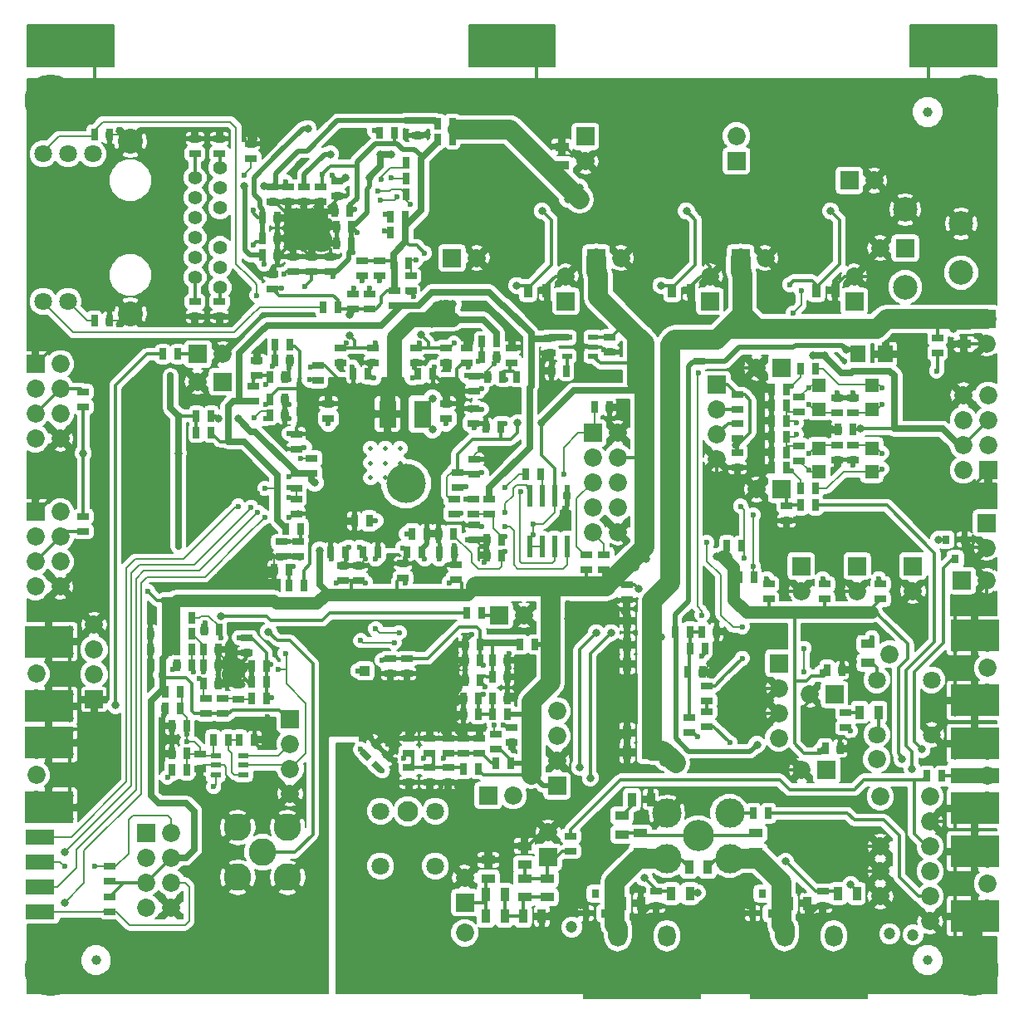
<source format=gbr>
G04 #@! TF.FileFunction,Copper,L4,Bot,Signal*
%FSLAX46Y46*%
G04 Gerber Fmt 4.6, Leading zero omitted, Abs format (unit mm)*
G04 Created by KiCad (PCBNEW 4.0.4-stable) date 01/09/17 22:08:18*
%MOMM*%
%LPD*%
G01*
G04 APERTURE LIST*
%ADD10C,0.100000*%
%ADD11C,1.700000*%
%ADD12C,0.500000*%
%ADD13C,3.000000*%
%ADD14C,2.500000*%
%ADD15C,4.000000*%
%ADD16R,1.143000X0.635000*%
%ADD17R,1.850000X1.850000*%
%ADD18C,1.850000*%
%ADD19R,0.635000X1.143000*%
%ADD20R,1.397000X1.350000*%
%ADD21R,0.889000X1.397000*%
%ADD22R,1.397000X0.889000*%
%ADD23R,1.600000X1.800000*%
%ADD24C,1.800000*%
%ADD25C,3.200000*%
%ADD26C,2.100000*%
%ADD27R,1.000000X1.000000*%
%ADD28R,1.050000X0.600000*%
%ADD29C,2.800000*%
%ADD30R,1.100000X0.600000*%
%ADD31R,3.000000X1.500000*%
%ADD32R,1.778000X2.794000*%
%ADD33R,0.600000X2.200000*%
%ADD34C,1.400000*%
%ADD35C,2.540000*%
%ADD36C,1.000000*%
%ADD37C,0.800000*%
%ADD38R,5.000000X3.300000*%
%ADD39R,5.000000X1.600000*%
%ADD40C,2.000000*%
%ADD41C,5.300000*%
%ADD42C,4.300000*%
%ADD43R,1.900000X5.000000*%
%ADD44R,12.000000X3.800000*%
%ADD45O,1.800000X2.200000*%
%ADD46O,1.600000X2.400000*%
%ADD47R,0.800000X0.900000*%
%ADD48C,2.300000*%
%ADD49C,0.600000*%
%ADD50C,1.200000*%
%ADD51C,0.200000*%
%ADD52C,0.350000*%
%ADD53C,0.700000*%
%ADD54C,0.500000*%
%ADD55C,1.500000*%
%ADD56C,0.300000*%
%ADD57C,2.000000*%
%ADD58C,1.250000*%
G04 APERTURE END LIST*
D10*
D11*
X21255000Y-66820715D03*
D12*
X22755000Y-67320715D03*
X22755000Y-65320715D03*
X22755000Y-66420715D03*
X21655000Y-65320715D03*
X20755000Y-65320715D03*
X22255000Y-65820715D03*
D13*
X43500000Y-67800000D03*
D12*
X44500000Y-72800000D03*
X44500000Y-71300000D03*
X43000000Y-72800000D03*
X43000000Y-71300000D03*
X38500000Y-72800000D03*
X40000000Y-72800000D03*
X40000000Y-66800000D03*
X38500000Y-66800000D03*
X38500000Y-68300000D03*
X40000000Y-68300000D03*
X40000000Y-71300000D03*
X38500000Y-71300000D03*
X38500000Y-69800000D03*
X40000000Y-69800000D03*
X44500000Y-69800000D03*
X43000000Y-69800000D03*
X41500000Y-66800000D03*
X41500000Y-68300000D03*
X41500000Y-72800000D03*
X41500000Y-71300000D03*
X41500000Y-69800000D03*
X71395000Y-70325000D03*
X74395000Y-70325000D03*
X71395000Y-68825000D03*
D11*
X74700000Y-68950000D03*
D12*
X72895000Y-70325000D03*
X72895000Y-68825000D03*
X52500000Y-23750000D03*
D14*
X49500000Y-23750000D03*
D12*
X51500000Y-23750000D03*
X67200000Y-23750000D03*
D14*
X64200000Y-23750000D03*
D12*
X66200000Y-23750000D03*
X81900000Y-23750000D03*
D14*
X78900000Y-23750000D03*
D12*
X80900000Y-23750000D03*
X38600000Y-43800000D03*
X37100000Y-46800000D03*
X37100000Y-45300000D03*
X35600000Y-45300000D03*
X38600000Y-45300000D03*
X35600000Y-43800000D03*
X37100000Y-43800000D03*
D15*
X39200000Y-47400000D03*
D12*
X35600000Y-46800000D03*
D16*
X76200000Y-57638000D03*
X76200000Y-59162000D03*
X81900000Y-57638000D03*
X81900000Y-59162000D03*
X87600000Y-57638000D03*
X87600000Y-59162000D03*
D17*
X79500000Y-55800000D03*
D18*
X79500000Y-58340000D03*
D17*
X85200000Y-55800000D03*
D18*
X85200000Y-58340000D03*
D17*
X90900000Y-55800000D03*
D18*
X90900000Y-58340000D03*
D16*
X84800000Y-43438000D03*
X84800000Y-44962000D03*
D19*
X76438000Y-45800000D03*
X77962000Y-45800000D03*
X79438000Y-47900000D03*
X80962000Y-47900000D03*
D16*
X84800000Y-40162000D03*
X84800000Y-38638000D03*
D19*
X76438000Y-42600000D03*
X77962000Y-42600000D03*
D16*
X79300000Y-43538000D03*
X79300000Y-45062000D03*
X83200000Y-40162000D03*
X83200000Y-38638000D03*
D19*
X76438000Y-41000000D03*
X77962000Y-41000000D03*
D16*
X79300000Y-40062000D03*
X79300000Y-38538000D03*
X83200000Y-43438000D03*
X83200000Y-44962000D03*
D19*
X76438000Y-37800000D03*
X77962000Y-37800000D03*
X79438000Y-35700000D03*
X80962000Y-35700000D03*
D20*
X86700000Y-46200000D03*
X86700000Y-43800000D03*
X86700000Y-37400000D03*
X86700000Y-39800000D03*
X81300000Y-37400000D03*
X81300000Y-39800000D03*
X81300000Y-46200000D03*
X81300000Y-43800000D03*
D19*
X84762000Y-41900000D03*
X83238000Y-41900000D03*
X77962000Y-44200000D03*
X76438000Y-44200000D03*
X77962000Y-39400000D03*
X76438000Y-39400000D03*
D16*
X73000000Y-41238000D03*
X73000000Y-42762000D03*
X73000000Y-39862000D03*
X73000000Y-38338000D03*
D17*
X70900000Y-37300000D03*
D18*
X70900000Y-39840000D03*
X70900000Y-42380000D03*
X70900000Y-44920000D03*
D16*
X73000000Y-44238000D03*
X73000000Y-45762000D03*
D17*
X98400000Y-30600000D03*
D18*
X98400000Y-33140000D03*
D17*
X98570000Y-46010000D03*
D18*
X96030000Y-46010000D03*
X98570000Y-43470000D03*
X96030000Y-43470000D03*
X98570000Y-40930000D03*
X96030000Y-40930000D03*
X98570000Y-38390000D03*
X96030000Y-38390000D03*
D19*
X74662000Y-56900000D03*
X73138000Y-56900000D03*
X73462000Y-53700000D03*
X71938000Y-53700000D03*
D17*
X77500000Y-35600000D03*
D18*
X74960000Y-35600000D03*
D17*
X77500000Y-48000000D03*
D18*
X74960000Y-48000000D03*
D17*
X95900000Y-57300000D03*
D18*
X98440000Y-57300000D03*
D21*
X63652500Y-61400000D03*
X61747500Y-61400000D03*
D16*
X61700000Y-57738000D03*
X61700000Y-59262000D03*
D21*
X63652500Y-74800000D03*
X61747500Y-74800000D03*
X63652500Y-65800000D03*
X61747500Y-65800000D03*
X63652500Y-72800000D03*
X61747500Y-72800000D03*
X63652500Y-63800000D03*
X61747500Y-63800000D03*
D19*
X68162000Y-62500000D03*
X66638000Y-62500000D03*
X70862000Y-62500000D03*
X69338000Y-62500000D03*
X69462000Y-66600000D03*
X67938000Y-66600000D03*
D17*
X98400000Y-51400000D03*
D18*
X98400000Y-53940000D03*
D16*
X69100000Y-33438000D03*
X69100000Y-34962000D03*
D22*
X96100000Y-31247500D03*
X96100000Y-33152500D03*
D23*
X85300000Y-34200000D03*
X88100000Y-34200000D03*
D19*
X93862000Y-77200000D03*
X92338000Y-77200000D03*
D17*
X57500000Y-12000000D03*
D18*
X57500000Y-14540000D03*
D17*
X90100000Y-23400000D03*
D18*
X87560000Y-23400000D03*
D14*
X95800000Y-20900000D03*
X95800000Y-25900000D03*
X90100000Y-19450000D03*
X90100000Y-27350000D03*
D17*
X72900000Y-14500000D03*
D18*
X72900000Y-11960000D03*
D17*
X73300000Y-24400000D03*
D18*
X75840000Y-24400000D03*
D17*
X84900000Y-28800000D03*
D18*
X84900000Y-26260000D03*
D21*
X81047500Y-27700000D03*
X82952500Y-27700000D03*
D17*
X43900000Y-24400000D03*
D18*
X46440000Y-24400000D03*
D17*
X55500000Y-28800000D03*
D18*
X55500000Y-26260000D03*
D17*
X84400000Y-16500000D03*
D18*
X86940000Y-16500000D03*
D17*
X58600000Y-24400000D03*
D18*
X61140000Y-24400000D03*
D17*
X70200000Y-28800000D03*
D18*
X70200000Y-26260000D03*
D21*
X87352500Y-70700000D03*
X85447500Y-70700000D03*
D17*
X82100000Y-76600000D03*
D18*
X79560000Y-76600000D03*
D17*
X82900000Y-68900000D03*
D18*
X80360000Y-68900000D03*
D24*
X87206000Y-67406000D03*
X87206000Y-72994000D03*
X92794000Y-72994000D03*
X92794000Y-67406000D03*
D22*
X86300000Y-65652500D03*
X86300000Y-63747500D03*
D18*
X92640000Y-79320000D03*
X92640000Y-84400000D03*
X92640000Y-86940000D03*
X92640000Y-89480000D03*
X87560000Y-89480000D03*
X87560000Y-86940000D03*
X87560000Y-84400000D03*
X87560000Y-79320000D03*
X92640000Y-81860000D03*
X92640000Y-92020000D03*
D16*
X56000000Y-83338000D03*
X56000000Y-84862000D03*
D17*
X47600000Y-79200000D03*
D18*
X50140000Y-79200000D03*
D22*
X53600000Y-89552500D03*
X53600000Y-87647500D03*
D21*
X47347500Y-91500000D03*
X49252500Y-91500000D03*
D17*
X53700000Y-85500000D03*
D18*
X53700000Y-82960000D03*
D22*
X51300000Y-86252500D03*
X51300000Y-84347500D03*
D21*
X51147500Y-91500000D03*
X53052500Y-91500000D03*
D22*
X47600000Y-87652500D03*
X47600000Y-85747500D03*
X51300000Y-87647500D03*
X51300000Y-89552500D03*
D21*
X49252500Y-89300000D03*
X47347500Y-89300000D03*
D16*
X84000000Y-72262000D03*
X84000000Y-70738000D03*
D17*
X54600000Y-78200000D03*
D18*
X54600000Y-75660000D03*
X54600000Y-73120000D03*
X54600000Y-70580000D03*
D17*
X45200000Y-90100000D03*
D18*
X45200000Y-87560000D03*
D17*
X48700000Y-60800000D03*
D18*
X51240000Y-60800000D03*
D13*
X72200000Y-81000000D03*
X65800000Y-81000000D03*
X65800000Y-85600000D03*
X72200000Y-85600000D03*
D25*
X69000000Y-83300000D03*
D19*
X76162000Y-81000000D03*
X74638000Y-81000000D03*
D21*
X68152500Y-89200000D03*
X66247500Y-89200000D03*
D22*
X63100000Y-84952500D03*
X63100000Y-83047500D03*
D21*
X85152500Y-89200000D03*
X83247500Y-89200000D03*
D22*
X74900000Y-83047500D03*
X74900000Y-84952500D03*
D21*
X61247500Y-90200000D03*
X63152500Y-90200000D03*
X78247500Y-90200000D03*
X80152500Y-90200000D03*
D16*
X64700000Y-90462000D03*
X64700000Y-88938000D03*
X81700000Y-90462000D03*
X81700000Y-88938000D03*
D17*
X77200000Y-65700000D03*
D18*
X77200000Y-68240000D03*
X77200000Y-70780000D03*
X77200000Y-73320000D03*
D16*
X68100000Y-72762000D03*
X68100000Y-71238000D03*
X69900000Y-69562000D03*
X69900000Y-68038000D03*
D19*
X68138000Y-64200000D03*
X69662000Y-64200000D03*
D16*
X69900000Y-72162000D03*
X69900000Y-70638000D03*
D17*
X12730000Y-82990000D03*
D18*
X15270000Y-82990000D03*
X12730000Y-85530000D03*
X15270000Y-85530000D03*
X12730000Y-88070000D03*
X15270000Y-88070000D03*
X12730000Y-90610000D03*
X15270000Y-90610000D03*
D19*
X14438000Y-34200000D03*
X15962000Y-34200000D03*
D17*
X20500000Y-37000000D03*
D18*
X17960000Y-37000000D03*
D17*
X18000000Y-34200000D03*
D18*
X20540000Y-34200000D03*
D19*
X45438000Y-60600000D03*
X46962000Y-60600000D03*
D24*
X42194000Y-80806000D03*
D26*
X39400000Y-80806000D03*
D24*
X36606000Y-80806000D03*
X36606000Y-86394000D03*
X42194000Y-86394000D03*
D27*
X35000000Y-66500000D03*
D16*
X48400000Y-72938000D03*
X48400000Y-74462000D03*
X50000000Y-73762000D03*
X50000000Y-72238000D03*
D10*
G36*
X35240790Y-75667433D02*
X34432567Y-74859210D01*
X34881580Y-74410197D01*
X35689803Y-75218420D01*
X35240790Y-75667433D01*
X35240790Y-75667433D01*
G37*
G36*
X36318420Y-74589803D02*
X35510197Y-73781580D01*
X35959210Y-73332567D01*
X36767433Y-74140790D01*
X36318420Y-74589803D01*
X36318420Y-74589803D01*
G37*
G36*
X36440790Y-76867433D02*
X35632567Y-76059210D01*
X36081580Y-75610197D01*
X36889803Y-76418420D01*
X36440790Y-76867433D01*
X36440790Y-76867433D01*
G37*
G36*
X37518420Y-75789803D02*
X36710197Y-74981580D01*
X37159210Y-74532567D01*
X37967433Y-75340790D01*
X37518420Y-75789803D01*
X37518420Y-75789803D01*
G37*
D19*
X50838000Y-63800000D03*
X52362000Y-63800000D03*
X49562000Y-70900000D03*
X48038000Y-70900000D03*
X49862000Y-75900000D03*
X48338000Y-75900000D03*
X45038000Y-76500000D03*
X46562000Y-76500000D03*
X48038000Y-65400000D03*
X49562000Y-65400000D03*
X46762000Y-63800000D03*
X45238000Y-63800000D03*
D16*
X39300000Y-65238000D03*
X39300000Y-66762000D03*
D19*
X48038000Y-69300000D03*
X49562000Y-69300000D03*
X46562000Y-70900000D03*
X45038000Y-70900000D03*
D16*
X46700000Y-74862000D03*
X46700000Y-73338000D03*
X45100000Y-74862000D03*
X45100000Y-73338000D03*
X43500000Y-76338000D03*
X43500000Y-77862000D03*
X41600000Y-76338000D03*
X41600000Y-77862000D03*
X39500000Y-76338000D03*
X39500000Y-77862000D03*
D19*
X46762000Y-65400000D03*
X45238000Y-65400000D03*
X46762000Y-67400000D03*
X45238000Y-67400000D03*
D16*
X37600000Y-65238000D03*
X37600000Y-66762000D03*
D19*
X46562000Y-69300000D03*
X45038000Y-69300000D03*
D16*
X43500000Y-74862000D03*
X43500000Y-73338000D03*
X41600000Y-74862000D03*
X41600000Y-73338000D03*
X39500000Y-74862000D03*
X39500000Y-73338000D03*
D28*
X58300000Y-32500000D03*
X58300000Y-33450000D03*
X58300000Y-34400000D03*
X55600000Y-34400000D03*
X55600000Y-32500000D03*
D16*
X60000000Y-32438000D03*
X60000000Y-33962000D03*
X53900000Y-32538000D03*
X53900000Y-34062000D03*
D19*
X55562000Y-35900000D03*
X54038000Y-35900000D03*
D16*
X38000000Y-29262000D03*
X38000000Y-27738000D03*
D19*
X43962000Y-12300000D03*
X42438000Y-12300000D03*
X19362000Y-42200000D03*
X17838000Y-42200000D03*
X19362000Y-40500000D03*
X17838000Y-40500000D03*
D21*
X51647500Y-27700000D03*
X53552500Y-27700000D03*
D29*
X24600000Y-85000000D03*
X22060000Y-82460000D03*
X27140000Y-82460000D03*
X27140000Y-87540000D03*
X22060000Y-87540000D03*
D21*
X66347500Y-27700000D03*
X68252500Y-27700000D03*
D22*
X55100000Y-14952500D03*
X55100000Y-13047500D03*
D16*
X18200000Y-74938000D03*
X18200000Y-76462000D03*
D30*
X22600000Y-77050000D03*
X19800000Y-77050000D03*
X22600000Y-76100000D03*
X19800000Y-76100000D03*
X22600000Y-75150000D03*
X19800000Y-75150000D03*
D19*
X22238000Y-73500000D03*
X23762000Y-73500000D03*
X19538000Y-73500000D03*
X21062000Y-73500000D03*
D17*
X27400000Y-71400000D03*
D18*
X27400000Y-73940000D03*
X27400000Y-76480000D03*
X27400000Y-79020000D03*
D16*
X20500000Y-70862000D03*
X20500000Y-69338000D03*
D19*
X16862000Y-76600000D03*
X15338000Y-76600000D03*
X16862000Y-74900000D03*
X15338000Y-74900000D03*
X17362000Y-62700000D03*
X15838000Y-62700000D03*
X17362000Y-61100000D03*
X15838000Y-61100000D03*
X17362000Y-64300000D03*
X15838000Y-64300000D03*
D16*
X18800000Y-69338000D03*
X18800000Y-70862000D03*
D19*
X24962000Y-69300000D03*
X23438000Y-69300000D03*
X16162000Y-68600000D03*
X14638000Y-68600000D03*
X16162000Y-70300000D03*
X14638000Y-70300000D03*
X18538000Y-64300000D03*
X20062000Y-64300000D03*
D16*
X22100000Y-69362000D03*
X22100000Y-67838000D03*
D19*
X18538000Y-65900000D03*
X20062000Y-65900000D03*
D16*
X23000000Y-63138000D03*
X23000000Y-64662000D03*
D19*
X16862000Y-72100000D03*
X15338000Y-72100000D03*
X14662000Y-62700000D03*
X13138000Y-62700000D03*
X24962000Y-67600000D03*
X23438000Y-67600000D03*
X14662000Y-64300000D03*
X13138000Y-64300000D03*
X24962000Y-66000000D03*
X23438000Y-66000000D03*
X18538000Y-67800000D03*
X20062000Y-67800000D03*
X17362000Y-65900000D03*
X15838000Y-65900000D03*
X20162000Y-62300000D03*
X18638000Y-62300000D03*
D16*
X6300000Y-39562000D03*
X6300000Y-38038000D03*
X6300000Y-50738000D03*
X6300000Y-52262000D03*
X9000000Y-91062000D03*
X9000000Y-89538000D03*
X9000000Y-86438000D03*
X9000000Y-87962000D03*
D31*
X1900000Y-85950000D03*
X1900000Y-83450000D03*
X1900000Y-91050000D03*
X1900000Y-88550000D03*
D17*
X7400000Y-69400000D03*
D18*
X7400000Y-66860000D03*
X7400000Y-64320000D03*
X7400000Y-61780000D03*
D17*
X1430000Y-50290000D03*
D18*
X3970000Y-50290000D03*
X1430000Y-52830000D03*
X3970000Y-52830000D03*
X1430000Y-55370000D03*
X3970000Y-55370000D03*
X1430000Y-57910000D03*
X3970000Y-57910000D03*
D17*
X1430000Y-35190000D03*
D18*
X3970000Y-35190000D03*
X1430000Y-37730000D03*
X3970000Y-37730000D03*
X1430000Y-40270000D03*
X3970000Y-40270000D03*
X1430000Y-42810000D03*
X3970000Y-42810000D03*
D19*
X51962000Y-36500000D03*
X50438000Y-36500000D03*
X26938000Y-52000000D03*
X28462000Y-52000000D03*
D16*
X47700000Y-48938000D03*
X47700000Y-50462000D03*
X23600000Y-38962000D03*
X23600000Y-37438000D03*
D19*
X48462000Y-32900000D03*
X46938000Y-32900000D03*
X28762000Y-57800000D03*
X27238000Y-57800000D03*
X42538000Y-52500000D03*
X44062000Y-52500000D03*
X27362000Y-33200000D03*
X25838000Y-33200000D03*
X35462000Y-51200000D03*
X33938000Y-51200000D03*
D16*
X31300000Y-40762000D03*
X31300000Y-39238000D03*
X43300000Y-40762000D03*
X43300000Y-39238000D03*
D19*
X39838000Y-52500000D03*
X41362000Y-52500000D03*
D32*
X40878000Y-40300000D03*
X37322000Y-40300000D03*
D16*
X50000000Y-35062000D03*
X50000000Y-33538000D03*
X26500000Y-53338000D03*
X26500000Y-54862000D03*
X46100000Y-50462000D03*
X46100000Y-48938000D03*
X24000000Y-36362000D03*
X24000000Y-34838000D03*
D33*
X51795000Y-53800000D03*
X51795000Y-48600000D03*
X53065000Y-53800000D03*
X53065000Y-48600000D03*
X54335000Y-53800000D03*
X54335000Y-48600000D03*
X55605000Y-53800000D03*
X55605000Y-48600000D03*
D16*
X44100000Y-50462000D03*
X44100000Y-48938000D03*
X44500000Y-47762000D03*
X44500000Y-46238000D03*
X29600000Y-44838000D03*
X29600000Y-46362000D03*
D19*
X58438000Y-39600000D03*
X59962000Y-39600000D03*
D16*
X59400000Y-54638000D03*
X59400000Y-56162000D03*
X57600000Y-54638000D03*
X57600000Y-56162000D03*
D19*
X52962000Y-46400000D03*
X51438000Y-46400000D03*
D17*
X58230000Y-42220000D03*
D18*
X60770000Y-42220000D03*
X58230000Y-44760000D03*
X60770000Y-44760000D03*
X58230000Y-47300000D03*
X60770000Y-47300000D03*
X58230000Y-49840000D03*
X60770000Y-49840000D03*
X58230000Y-52380000D03*
X60770000Y-52380000D03*
D16*
X46200000Y-46462000D03*
X46200000Y-44938000D03*
D19*
X48862000Y-41600000D03*
X47338000Y-41600000D03*
D16*
X40200000Y-33538000D03*
X40200000Y-35062000D03*
X43300000Y-33538000D03*
X43300000Y-35062000D03*
X32500000Y-33538000D03*
X32500000Y-35062000D03*
X35800000Y-33538000D03*
X35800000Y-35062000D03*
D19*
X25338000Y-40400000D03*
X26862000Y-40400000D03*
D16*
X28000000Y-46338000D03*
X28000000Y-47862000D03*
X34400000Y-57262000D03*
X34400000Y-55738000D03*
X32800000Y-57262000D03*
X32800000Y-55738000D03*
D19*
X49062000Y-36500000D03*
X47538000Y-36500000D03*
D16*
X28200000Y-53338000D03*
X28200000Y-54862000D03*
D19*
X48962000Y-53100000D03*
X47438000Y-53100000D03*
X25338000Y-36500000D03*
X26862000Y-36500000D03*
D16*
X44300000Y-57162000D03*
X44300000Y-55638000D03*
X38900000Y-57062000D03*
X38900000Y-55538000D03*
D19*
X46938000Y-34500000D03*
X48462000Y-34500000D03*
X27262000Y-56200000D03*
X25738000Y-56200000D03*
X48962000Y-54700000D03*
X47438000Y-54700000D03*
X25838000Y-34800000D03*
X27362000Y-34800000D03*
X42638000Y-54400000D03*
X44162000Y-54400000D03*
X40862000Y-54400000D03*
X39338000Y-54400000D03*
X36362000Y-54400000D03*
X34838000Y-54400000D03*
X31538000Y-54400000D03*
X33062000Y-54400000D03*
D16*
X28000000Y-50462000D03*
X28000000Y-48938000D03*
D19*
X25338000Y-38800000D03*
X26862000Y-38800000D03*
D16*
X28000000Y-42338000D03*
X28000000Y-43862000D03*
X30200000Y-35338000D03*
X30200000Y-36862000D03*
D19*
X41962000Y-36200000D03*
X40438000Y-36200000D03*
X33838000Y-36200000D03*
X35362000Y-36200000D03*
D16*
X45400000Y-35062000D03*
X45400000Y-33538000D03*
X46200000Y-37962000D03*
X46200000Y-36438000D03*
X46100000Y-39738000D03*
X46100000Y-41262000D03*
X46200000Y-51638000D03*
X46200000Y-53162000D03*
D19*
X39462000Y-24900000D03*
X37938000Y-24900000D03*
X37638000Y-20200000D03*
X39162000Y-20200000D03*
X39238000Y-16300000D03*
X40762000Y-16300000D03*
X40762000Y-17900000D03*
X39238000Y-17900000D03*
X39162000Y-21800000D03*
X37638000Y-21800000D03*
D16*
X36500000Y-24638000D03*
X36500000Y-26162000D03*
X35500000Y-29562000D03*
X35500000Y-28038000D03*
X34700000Y-24638000D03*
X34700000Y-26162000D03*
X33800000Y-29562000D03*
X33800000Y-28038000D03*
D19*
X40762000Y-14700000D03*
X39238000Y-14700000D03*
D16*
X39700000Y-26238000D03*
X39700000Y-27762000D03*
X23400000Y-14262000D03*
X23400000Y-12738000D03*
D19*
X7438000Y-11800000D03*
X8962000Y-11800000D03*
X7438000Y-30800000D03*
X8962000Y-30800000D03*
X36538000Y-11600000D03*
X38062000Y-11600000D03*
X30738000Y-29400000D03*
X32262000Y-29400000D03*
D16*
X20200000Y-28838000D03*
X20200000Y-30362000D03*
X17700000Y-28838000D03*
X17700000Y-30362000D03*
X17700000Y-13762000D03*
X17700000Y-12238000D03*
X20200000Y-13762000D03*
X20200000Y-12238000D03*
D19*
X42438000Y-10700000D03*
X43962000Y-10700000D03*
D16*
X40400000Y-10388000D03*
X40400000Y-11912000D03*
D19*
X24538000Y-22400000D03*
X26062000Y-22400000D03*
X24538000Y-20300000D03*
X26062000Y-20300000D03*
D16*
X28800000Y-17138000D03*
X28800000Y-18662000D03*
X30500000Y-17138000D03*
X30500000Y-18662000D03*
D19*
X33462000Y-19600000D03*
X31938000Y-19600000D03*
D16*
X25600000Y-27562000D03*
X25600000Y-26038000D03*
X32200000Y-16538000D03*
X32200000Y-18062000D03*
D19*
X33662000Y-21200000D03*
X32138000Y-21200000D03*
X33662000Y-22900000D03*
X32138000Y-22900000D03*
D16*
X31500000Y-25762000D03*
X31500000Y-24238000D03*
X29600000Y-25762000D03*
X29600000Y-24238000D03*
X27700000Y-25762000D03*
X27700000Y-24238000D03*
X27200000Y-17138000D03*
X27200000Y-18662000D03*
D19*
X24538000Y-24100000D03*
X26062000Y-24100000D03*
D16*
X25600000Y-17138000D03*
X25600000Y-18662000D03*
D34*
X17700000Y-26380000D03*
X17700000Y-24350000D03*
X17700000Y-22320000D03*
X17700000Y-20280000D03*
X17700000Y-18250000D03*
X17700000Y-16220000D03*
X20240000Y-27400000D03*
X20240000Y-25370000D03*
X20240000Y-23340000D03*
X20240000Y-19260000D03*
X20240000Y-17230000D03*
X20240000Y-15200000D03*
D24*
X4750000Y-28820000D03*
X2210000Y-28820000D03*
X7290000Y-13780000D03*
X4750000Y-13780000D03*
X2210000Y-13780000D03*
D35*
X11100000Y-30090000D03*
X11100000Y-12510000D03*
D36*
X92400000Y-96000000D03*
X7600000Y-96000000D03*
X92400000Y-9500000D03*
D19*
X48038000Y-67100000D03*
X49562000Y-67100000D03*
D21*
X69952500Y-86500000D03*
X68047500Y-86500000D03*
D22*
X61200000Y-81247500D03*
X61200000Y-83152500D03*
D21*
X64152500Y-79600000D03*
X62247500Y-79600000D03*
D37*
X18200000Y-51600000D03*
X13500000Y-46100000D03*
X17300000Y-47400000D03*
X13900000Y-43200000D03*
D38*
X2800000Y-80400000D03*
X2800000Y-73800000D03*
D18*
X1500000Y-77100000D03*
X1500000Y-79640000D03*
X1500000Y-74560000D03*
D38*
X2800000Y-70100000D03*
X2800000Y-63500000D03*
D18*
X1500000Y-66800000D03*
X1500000Y-69340000D03*
X1500000Y-64260000D03*
D38*
X97200000Y-62900000D03*
X97200000Y-69500000D03*
D18*
X98500000Y-66200000D03*
X98500000Y-63660000D03*
X98500000Y-68740000D03*
D38*
X97200000Y-84900000D03*
X97200000Y-91500000D03*
D18*
X98500000Y-88200000D03*
X98500000Y-85660000D03*
X98500000Y-90740000D03*
D39*
X97200000Y-77200000D03*
D38*
X97200000Y-73900000D03*
X97200000Y-80500000D03*
D18*
X98500000Y-77200000D03*
X98500000Y-79740000D03*
X98500000Y-74660000D03*
D12*
X90100000Y-32400000D03*
X91300000Y-32400000D03*
D40*
X90700000Y-34600000D03*
D16*
X93400000Y-32538000D03*
X93400000Y-34062000D03*
D41*
X97000000Y-8300000D03*
X97000000Y-97000000D03*
X3000000Y-97000000D03*
X3000000Y-8300000D03*
D42*
X71800000Y-93300000D03*
D12*
X62600000Y-98000000D03*
X61600000Y-98000000D03*
X60600000Y-98000000D03*
X59600000Y-98000000D03*
X58600000Y-98000000D03*
X58600000Y-99000000D03*
X59600000Y-99000000D03*
X60600000Y-99000000D03*
X61600000Y-99000000D03*
X62600000Y-99000000D03*
X68000000Y-99000000D03*
X67000000Y-99000000D03*
X66000000Y-99000000D03*
X65000000Y-99000000D03*
X64000000Y-99000000D03*
X64000000Y-98000000D03*
X65000000Y-98000000D03*
X66000000Y-98000000D03*
X67000000Y-98000000D03*
D43*
X63300000Y-93900000D03*
D44*
X63300000Y-98100000D03*
D12*
X63300000Y-98500000D03*
X64000000Y-97000000D03*
X62600000Y-97000000D03*
X63300000Y-97500000D03*
X64000000Y-96000000D03*
X62600000Y-96000000D03*
X63300000Y-96500000D03*
X63300000Y-95500000D03*
X62600000Y-95000000D03*
X64000000Y-95000000D03*
X63300000Y-94500000D03*
X68000000Y-98000000D03*
D45*
X60800000Y-93500000D03*
X65800000Y-93500000D03*
D46*
X63300000Y-92600000D03*
D12*
X79600000Y-98000000D03*
X78600000Y-98000000D03*
X77600000Y-98000000D03*
X76600000Y-98000000D03*
X75600000Y-98000000D03*
X75600000Y-99000000D03*
X76600000Y-99000000D03*
X77600000Y-99000000D03*
X78600000Y-99000000D03*
X79600000Y-99000000D03*
X85000000Y-99000000D03*
X84000000Y-99000000D03*
X83000000Y-99000000D03*
X82000000Y-99000000D03*
X81000000Y-99000000D03*
X81000000Y-98000000D03*
X82000000Y-98000000D03*
X83000000Y-98000000D03*
X84000000Y-98000000D03*
D43*
X80300000Y-93900000D03*
D44*
X80300000Y-98100000D03*
D12*
X80300000Y-98500000D03*
X81000000Y-97000000D03*
X79600000Y-97000000D03*
X80300000Y-97500000D03*
X81000000Y-96000000D03*
X79600000Y-96000000D03*
X80300000Y-96500000D03*
X80300000Y-95500000D03*
X79600000Y-95000000D03*
X81000000Y-95000000D03*
X80300000Y-94500000D03*
X85000000Y-98000000D03*
D45*
X77800000Y-93500000D03*
X82800000Y-93500000D03*
D46*
X80300000Y-92600000D03*
D47*
X94250000Y-53100000D03*
X95200000Y-55100000D03*
X96150000Y-53100000D03*
X59450000Y-91200000D03*
X58500000Y-89200000D03*
X57550000Y-91200000D03*
X76450000Y-91200000D03*
X75500000Y-89200000D03*
X74550000Y-91200000D03*
D18*
X88500000Y-64800000D03*
X87200000Y-75500000D03*
D16*
X78000000Y-49638000D03*
X78000000Y-51162000D03*
D19*
X80962000Y-49600000D03*
X79438000Y-49600000D03*
X82138000Y-66400000D03*
X83662000Y-66400000D03*
X81938000Y-74400000D03*
X83462000Y-74400000D03*
D18*
X45200000Y-93200000D03*
D12*
X27216525Y-22015000D03*
X28616525Y-20615000D03*
X27216525Y-19215000D03*
X31416525Y-19215000D03*
X28616525Y-23415000D03*
X28616525Y-22015000D03*
X30016525Y-19215000D03*
X28616525Y-19215000D03*
X31416525Y-20615000D03*
X30016525Y-20615000D03*
D48*
X30616525Y-22615000D03*
D12*
X27216525Y-23415000D03*
X27216525Y-20615000D03*
D49*
X23400000Y-49800000D03*
D37*
X4400000Y-85000000D03*
D49*
X24100000Y-50300000D03*
X22100000Y-49700000D03*
X31700000Y-16000000D03*
D37*
X35500000Y-16200000D03*
X33000000Y-16200000D03*
D49*
X34200000Y-21800000D03*
X33800000Y-23800000D03*
X31800000Y-26300000D03*
X28900000Y-27300000D03*
X26800000Y-26000000D03*
D37*
X41800000Y-31100000D03*
X42600000Y-30300000D03*
X41500000Y-30100000D03*
X44000000Y-29100000D03*
X42800000Y-29100000D03*
X37700000Y-13800000D03*
X36600000Y-13800000D03*
D49*
X45600000Y-35500000D03*
X27300000Y-50800000D03*
X24900000Y-39300000D03*
X46900000Y-51800000D03*
X42600000Y-55100000D03*
X41100000Y-55100000D03*
X46900000Y-39800000D03*
X46900000Y-37700000D03*
X27300000Y-42300000D03*
X42100000Y-35500000D03*
X33700000Y-35500000D03*
X29500000Y-35500000D03*
X31600000Y-55100000D03*
X36100000Y-55100000D03*
X36000000Y-11400000D03*
X24000000Y-28200000D03*
X24800000Y-50800000D03*
D37*
X4400000Y-90100000D03*
D49*
X24800000Y-47900000D03*
X14200000Y-66900000D03*
X12900000Y-58400000D03*
D50*
X90900000Y-93400000D03*
X56100000Y-92600000D03*
D49*
X81600000Y-66600000D03*
X81400000Y-74600000D03*
D37*
X72100000Y-54800000D03*
X89800000Y-75500000D03*
X70900000Y-54800000D03*
X62600000Y-55900000D03*
X63700000Y-55100000D03*
X62900000Y-58100000D03*
X72800000Y-43500000D03*
X80700000Y-34300000D03*
X81900000Y-34300000D03*
X63500000Y-32200000D03*
X63500000Y-33400000D03*
X85500000Y-41800000D03*
X58800000Y-26000000D03*
X58800000Y-27200000D03*
X58800000Y-28400000D03*
X56900000Y-18400000D03*
X56900000Y-17200000D03*
X55700000Y-17200000D03*
X55700000Y-18400000D03*
X30400000Y-54200000D03*
X29900000Y-47300000D03*
X22100000Y-40800000D03*
X20100000Y-40800000D03*
X50600000Y-41200000D03*
X53000000Y-41200000D03*
D49*
X52200000Y-51500000D03*
X52200000Y-52600000D03*
X46900000Y-46300000D03*
X49300000Y-41300000D03*
X27300000Y-46700000D03*
X32100000Y-57500000D03*
X35100000Y-57500000D03*
X39100000Y-57500000D03*
X43600000Y-57500000D03*
X21800000Y-78000000D03*
D37*
X32500000Y-99000000D03*
X35000000Y-99000000D03*
X37500000Y-99000000D03*
X40000000Y-99000000D03*
X42500000Y-99000000D03*
X45000000Y-99000000D03*
X47500000Y-99000000D03*
X50000000Y-99000000D03*
X52500000Y-99000000D03*
X55000000Y-99000000D03*
D49*
X69700000Y-24800000D03*
X33500000Y-12300000D03*
X31500000Y-12600000D03*
X25700000Y-25500000D03*
D50*
X85600000Y-93200000D03*
X58000000Y-93200000D03*
D49*
X52800000Y-93700000D03*
D37*
X56800000Y-94200000D03*
X86800000Y-94200000D03*
D49*
X82500000Y-62100000D03*
X78900000Y-51050000D03*
D37*
X57000000Y-90400000D03*
X74000000Y-90400000D03*
D49*
X92700000Y-50300000D03*
D37*
X96700000Y-53900000D03*
X98000000Y-1000000D03*
X96000000Y-1000000D03*
X94000000Y-1000000D03*
X92000000Y-1000000D03*
X47000000Y-1000000D03*
X49000000Y-1000000D03*
X51000000Y-1000000D03*
X53000000Y-1000000D03*
X7500000Y-6500000D03*
X2000000Y-1000000D03*
X4000000Y-1000000D03*
X6000000Y-1000000D03*
X8000000Y-1000000D03*
X87500000Y-99000000D03*
X90000000Y-99000000D03*
X92500000Y-99000000D03*
X74300000Y-99000000D03*
X71800000Y-99000000D03*
X69300000Y-99000000D03*
X7500000Y-99000000D03*
X10000000Y-99000000D03*
X12500000Y-99000000D03*
X15000000Y-99000000D03*
X17500000Y-99000000D03*
X20000000Y-99000000D03*
X22500000Y-99000000D03*
X25000000Y-99000000D03*
X27500000Y-99000000D03*
X30000000Y-99000000D03*
X57300000Y-99000000D03*
X12500000Y-6500000D03*
X92500000Y-6500000D03*
X90000000Y-6500000D03*
X87500000Y-6500000D03*
X85000000Y-6500000D03*
X82500000Y-6500000D03*
X80000000Y-6500000D03*
X77500000Y-6500000D03*
X75000000Y-6500000D03*
X72500000Y-6500000D03*
X70000000Y-6500000D03*
X67500000Y-6500000D03*
X65000000Y-6500000D03*
X62500000Y-6500000D03*
X60000000Y-6500000D03*
X57500000Y-6500000D03*
X55000000Y-6500000D03*
X52500000Y-6500000D03*
X50000000Y-6500000D03*
X47500000Y-6500000D03*
X45000000Y-6500000D03*
X42500000Y-6500000D03*
X40000000Y-6500000D03*
X37500000Y-6500000D03*
X35000000Y-6500000D03*
X32500000Y-6500000D03*
X30000000Y-6500000D03*
X27500000Y-6500000D03*
X25000000Y-6500000D03*
X22500000Y-6500000D03*
X20000000Y-6500000D03*
X17500000Y-6500000D03*
X15000000Y-6500000D03*
X10000000Y-6500000D03*
X58300000Y-87400000D03*
D49*
X28300000Y-14800000D03*
X23800000Y-12200000D03*
X25200000Y-12100000D03*
X22700000Y-12300000D03*
D37*
X4900000Y-75000000D03*
X4900000Y-79200000D03*
X4900000Y-81600000D03*
X4900000Y-72600000D03*
X4900000Y-71300000D03*
X4900000Y-68900000D03*
X4900000Y-64700000D03*
X4900000Y-62300000D03*
X95200000Y-92700000D03*
X95200000Y-90300000D03*
X95200000Y-86100000D03*
X95200000Y-83700000D03*
X95200000Y-81700000D03*
X95200000Y-79300000D03*
X95200000Y-75100000D03*
X95200000Y-72700000D03*
X95200000Y-70700000D03*
X95200000Y-68300000D03*
X95200000Y-61700000D03*
X95200000Y-64200000D03*
X41300000Y-11800000D03*
D49*
X94400000Y-48700000D03*
X91700000Y-43000000D03*
X60800000Y-59400000D03*
X61800000Y-75800000D03*
X60800000Y-73600000D03*
X71600000Y-62500000D03*
D37*
X70300000Y-57200000D03*
X68100000Y-60800000D03*
X61500000Y-60400000D03*
D49*
X60800000Y-65400000D03*
X61100000Y-63500000D03*
D37*
X55700000Y-61200000D03*
D49*
X55700000Y-63200000D03*
X55700000Y-59600000D03*
D37*
X95000000Y-33200000D03*
D49*
X75800000Y-45800000D03*
X75800000Y-44200000D03*
X75800000Y-41000000D03*
X75800000Y-39400000D03*
X75800000Y-37800000D03*
D37*
X75300000Y-42600000D03*
D49*
X83900000Y-34900000D03*
X84800000Y-45500000D03*
X83200000Y-45500000D03*
X84800000Y-38100000D03*
X83200000Y-38100000D03*
D37*
X82500000Y-41800000D03*
D49*
X77600000Y-83200000D03*
D37*
X70200000Y-65700000D03*
D49*
X70100000Y-66900000D03*
X70000000Y-19600000D03*
D37*
X70600000Y-16300000D03*
D49*
X83000000Y-28600000D03*
X84400000Y-24800000D03*
D37*
X76600000Y-19100000D03*
X77500000Y-19800000D03*
X77500000Y-18400000D03*
X76600000Y-22200000D03*
X76600000Y-20500000D03*
X85600000Y-11300000D03*
X43000000Y-14000000D03*
X74800000Y-93400000D03*
X68800000Y-93400000D03*
X53800000Y-91500000D03*
X47600000Y-85000000D03*
D49*
X60100000Y-64500000D03*
X60100000Y-74400000D03*
X63800000Y-76200000D03*
X71900000Y-78500000D03*
X71200000Y-76100000D03*
X84900000Y-65600000D03*
X84800000Y-73500000D03*
X49900000Y-74300000D03*
X55700000Y-67000000D03*
X52200000Y-65100000D03*
X49300000Y-43900000D03*
D37*
X34300000Y-90000000D03*
X35300000Y-88300000D03*
D49*
X68400000Y-28600000D03*
D37*
X62800000Y-18400000D03*
X48200000Y-20800000D03*
X46100000Y-21200000D03*
X48200000Y-19600000D03*
X48200000Y-18400000D03*
D49*
X55000000Y-24800000D03*
X53700000Y-28600000D03*
X42100000Y-78900000D03*
X43700000Y-78900000D03*
X44400000Y-78200000D03*
X42800000Y-78300000D03*
X24000000Y-34300000D03*
X18500000Y-12200000D03*
X21000000Y-12200000D03*
X21000000Y-30400000D03*
X18500000Y-30400000D03*
X43300000Y-41300000D03*
D37*
X41900000Y-41900000D03*
X41900000Y-38700000D03*
D49*
X31300000Y-41300000D03*
X39300000Y-52500000D03*
X36100000Y-51200000D03*
X53300000Y-34600000D03*
X54200000Y-35100000D03*
X60800000Y-34000000D03*
X57600000Y-33400000D03*
X59400000Y-33700000D03*
X50800000Y-33500000D03*
X13100000Y-65100000D03*
X13100000Y-61900000D03*
X14500000Y-71100000D03*
X15300000Y-72900000D03*
X15300000Y-74100000D03*
X14900000Y-78500000D03*
X23700000Y-78000000D03*
X24300000Y-74300000D03*
X25100000Y-71200000D03*
X49700000Y-64700000D03*
X49700000Y-66200000D03*
X50100000Y-69000000D03*
X52200000Y-66800000D03*
X27400000Y-54700000D03*
X45300000Y-49000000D03*
X27300000Y-40800000D03*
X28800000Y-43700000D03*
X27300000Y-35600000D03*
X24100000Y-48400000D03*
X24800000Y-46800000D03*
X40000000Y-28300000D03*
X8700000Y-43100000D03*
X8700000Y-33500000D03*
X8600000Y-58200000D03*
X8600000Y-48600000D03*
X8600000Y-53900000D03*
X8600000Y-52900000D03*
X35700000Y-73300000D03*
X38100000Y-75600000D03*
X45900000Y-62800000D03*
X23900000Y-71700000D03*
X15400000Y-66300000D03*
X18700000Y-61600000D03*
X45800000Y-33100000D03*
X47200000Y-55400000D03*
X55400000Y-49900000D03*
X54700000Y-51700000D03*
X27300000Y-48800000D03*
X27300000Y-47800000D03*
X46900000Y-43800000D03*
X25300000Y-56800000D03*
X33400000Y-53900000D03*
X34500000Y-53900000D03*
X46900000Y-53000000D03*
X45500000Y-53100000D03*
X46900000Y-53800000D03*
X44100000Y-53700000D03*
X38900000Y-54000000D03*
X44100000Y-55100000D03*
X39100000Y-55100000D03*
X46900000Y-44900000D03*
X46200000Y-41700000D03*
X46900000Y-41300000D03*
X45400000Y-36400000D03*
X48200000Y-35200000D03*
X46900000Y-36400000D03*
X27300000Y-39300000D03*
X39900000Y-36600000D03*
X40100000Y-35500000D03*
X35900000Y-36600000D03*
X35600000Y-35500000D03*
X32600000Y-35500000D03*
X29400000Y-36800000D03*
X25600000Y-54700000D03*
X33100000Y-55100000D03*
X35100000Y-55100000D03*
X43600000Y-35500000D03*
X27300000Y-36800000D03*
X8700000Y-38800000D03*
X8700000Y-37800000D03*
X37400000Y-77900000D03*
D37*
X60800000Y-21200000D03*
X62800000Y-20800000D03*
X62800000Y-19600000D03*
D49*
X26900000Y-16600000D03*
D37*
X24700000Y-17100000D03*
X22700000Y-17100000D03*
D49*
X24700000Y-25000000D03*
X30700000Y-15900000D03*
X41100000Y-23900000D03*
D37*
X40700000Y-32200000D03*
D49*
X33950000Y-19450000D03*
X26500000Y-27500000D03*
D37*
X33500000Y-30200000D03*
X33500000Y-32300000D03*
D49*
X44100000Y-33100000D03*
X40600000Y-33100000D03*
X36100000Y-33100000D03*
X33100000Y-33100000D03*
D37*
X31500000Y-13800000D03*
D49*
X28800000Y-16600000D03*
D37*
X29200000Y-11200000D03*
D49*
X23600000Y-19550000D03*
X23650000Y-23050000D03*
X33900000Y-27500000D03*
X34700000Y-26700000D03*
X35500000Y-27500000D03*
X36500000Y-26700000D03*
X37000000Y-21600000D03*
X37100000Y-19900000D03*
X36300000Y-17600000D03*
X39600000Y-18900000D03*
X36700000Y-16400000D03*
X37700000Y-16200000D03*
X40200000Y-24600000D03*
X22700000Y-16000000D03*
X49300000Y-54300000D03*
X49300000Y-52800000D03*
X49300000Y-51800000D03*
X49300000Y-50300000D03*
X44800000Y-50400000D03*
X50900000Y-48200000D03*
X49300000Y-47800000D03*
X45300000Y-47700000D03*
X55300000Y-46400000D03*
X49400000Y-36800000D03*
X46600000Y-34900000D03*
X25600000Y-35400000D03*
X24900000Y-37300000D03*
X28500000Y-44800000D03*
X27300000Y-53300000D03*
X27700000Y-55800000D03*
X36600000Y-18500000D03*
X38300000Y-18200000D03*
X38000000Y-63600000D03*
X34600000Y-63400000D03*
X38500000Y-62600000D03*
X36100000Y-62200000D03*
X16000000Y-49400000D03*
X15200000Y-36400000D03*
X16000000Y-53800000D03*
D37*
X16000000Y-44300000D03*
D49*
X23700000Y-40700000D03*
D37*
X16000000Y-40500000D03*
D49*
X24900000Y-40800000D03*
D37*
X6300000Y-44300000D03*
D49*
X16900000Y-72900000D03*
X16900000Y-73700000D03*
X20300000Y-63100000D03*
X17500000Y-66600000D03*
X18100000Y-67300000D03*
X25500000Y-69200000D03*
X25400000Y-65800000D03*
X22200000Y-63100000D03*
X18600000Y-66600000D03*
X19600000Y-78300000D03*
X14900000Y-77300000D03*
D37*
X20300000Y-60900000D03*
X25200000Y-62500000D03*
D49*
X78300000Y-27100000D03*
D37*
X82500000Y-19600000D03*
X65200000Y-27200000D03*
X67800000Y-19600000D03*
X53100000Y-19600000D03*
X50500000Y-27200000D03*
D49*
X39000000Y-75400000D03*
X41000000Y-75400000D03*
X43000000Y-75400000D03*
X47100000Y-68900000D03*
X36800000Y-65400000D03*
X47100000Y-65900000D03*
X47300000Y-68100000D03*
X34300000Y-66500000D03*
X34600000Y-74500000D03*
X36800000Y-76700000D03*
X48200000Y-72000000D03*
X49100000Y-72000000D03*
D37*
X9600000Y-70000000D03*
D49*
X4400000Y-86400000D03*
X7500000Y-86400000D03*
X69400000Y-65000000D03*
X68900000Y-73200000D03*
X72200000Y-73800000D03*
X73500000Y-65200000D03*
D37*
X58000000Y-77400000D03*
X60100000Y-62600000D03*
X77900000Y-85900000D03*
X60500000Y-89600000D03*
X68900000Y-89100000D03*
X63500000Y-87600000D03*
X56900000Y-76300000D03*
X58600000Y-62600000D03*
X77500000Y-89600000D03*
X84550000Y-88300000D03*
X91800000Y-74500000D03*
D49*
X26200000Y-66300000D03*
X26900000Y-64700000D03*
X86700000Y-63100000D03*
X84500000Y-72600000D03*
X79800000Y-66600000D03*
X79800000Y-64200000D03*
D37*
X65500000Y-75800000D03*
X66700000Y-75200000D03*
X66700000Y-76400000D03*
X65500000Y-74600000D03*
X65200000Y-63000000D03*
X95000000Y-31600000D03*
X73500000Y-26000000D03*
X73500000Y-27200000D03*
X73500000Y-28400000D03*
X84100000Y-33700000D03*
X75000000Y-74000000D03*
X93500000Y-53100000D03*
D49*
X69900000Y-53400000D03*
X73500000Y-62000000D03*
X69400000Y-60800000D03*
X69000000Y-36100000D03*
X73300000Y-49700000D03*
X73700000Y-55000000D03*
X74600000Y-55800000D03*
X74600000Y-50600000D03*
X76000000Y-57100000D03*
X81700000Y-57100000D03*
X87400000Y-57100000D03*
X78500000Y-46100000D03*
X79000000Y-42400000D03*
X79000000Y-41200000D03*
X78500000Y-37500000D03*
X80300000Y-46000000D03*
X80300000Y-44300000D03*
X80300000Y-37600000D03*
X80300000Y-39300000D03*
X87700000Y-37600000D03*
X87700000Y-39300000D03*
X87700000Y-45900000D03*
X87700000Y-44300000D03*
X93300000Y-35900000D03*
X78700000Y-30000000D03*
X79500000Y-27700000D03*
D50*
X88500000Y-93300000D03*
D37*
X90800000Y-76500000D03*
D51*
X11200000Y-78100000D02*
X11200000Y-78200000D01*
X11200000Y-77800000D02*
X11200000Y-59700000D01*
X23400000Y-49900000D02*
X21700000Y-51600000D01*
X12000000Y-55700000D02*
X11200000Y-56500000D01*
X11200000Y-56500000D02*
X11200000Y-59700000D01*
X23400000Y-49800000D02*
X23400000Y-49900000D01*
X11200000Y-77800000D02*
X11200000Y-78100000D01*
X17600000Y-55700000D02*
X12000000Y-55700000D01*
X21700000Y-51600000D02*
X17600000Y-55700000D01*
X11200000Y-78200000D02*
X4400000Y-85000000D01*
X11700000Y-77800000D02*
X11700000Y-78600000D01*
X11700000Y-77800000D02*
X11700000Y-59700000D01*
X11700000Y-57100000D02*
X11700000Y-59700000D01*
X24100000Y-50300000D02*
X22200000Y-52200000D01*
X18100000Y-56300000D02*
X12500000Y-56300000D01*
X12500000Y-56300000D02*
X11700000Y-57100000D01*
X22200000Y-52200000D02*
X18100000Y-56300000D01*
X3650000Y-88550000D02*
X1900000Y-88550000D01*
X5600000Y-86600000D02*
X3650000Y-88550000D01*
X5600000Y-84700000D02*
X5600000Y-86600000D01*
X11700000Y-78600000D02*
X5600000Y-84700000D01*
X10700000Y-77800000D02*
X5100000Y-83400000D01*
X10700000Y-77800000D02*
X10700000Y-59700000D01*
X21900000Y-49700000D02*
X20600000Y-51000000D01*
X11600000Y-55100000D02*
X10700000Y-56000000D01*
X10700000Y-56000000D02*
X10700000Y-59700000D01*
X22100000Y-49700000D02*
X21900000Y-49700000D01*
X16500000Y-55100000D02*
X11600000Y-55100000D01*
X20600000Y-51000000D02*
X16500000Y-55100000D01*
X5100000Y-83400000D02*
X1950000Y-83400000D01*
X1950000Y-83400000D02*
X1900000Y-83450000D01*
X1950000Y-83400000D02*
X1900000Y-83450000D01*
D52*
X32200000Y-16538000D02*
X32200000Y-16500000D01*
X32200000Y-16500000D02*
X31700000Y-16000000D01*
D53*
X35500000Y-16200000D02*
X35500000Y-16100000D01*
X36600000Y-15000000D02*
X36600000Y-13800000D01*
X35500000Y-16100000D02*
X36600000Y-15000000D01*
D54*
X35200000Y-19800000D02*
X34000000Y-21000000D01*
X35500000Y-16200000D02*
X35500000Y-17100000D01*
X32662000Y-16538000D02*
X33000000Y-16200000D01*
X35200000Y-17400000D02*
X35200000Y-18300000D01*
X35500000Y-17100000D02*
X35200000Y-17400000D01*
X35200000Y-18300000D02*
X35200000Y-19800000D01*
X34000000Y-21000000D02*
X33862000Y-21000000D01*
X33862000Y-21000000D02*
X33662000Y-21200000D01*
X32200000Y-16538000D02*
X32662000Y-16538000D01*
X33662000Y-21200000D02*
X33700000Y-21200000D01*
X33662000Y-22900000D02*
X33662000Y-21200000D01*
D52*
X34200000Y-21800000D02*
X34200000Y-21738000D01*
X34200000Y-21738000D02*
X33662000Y-21200000D01*
X33800000Y-23038000D02*
X33800000Y-23800000D01*
X33800000Y-23038000D02*
X33662000Y-22900000D01*
D54*
X31500000Y-25762000D02*
X32138000Y-25762000D01*
X33662000Y-23538000D02*
X33662000Y-22900000D01*
X33400000Y-23800000D02*
X33662000Y-23538000D01*
X33400000Y-24500000D02*
X33400000Y-23800000D01*
X32138000Y-25762000D02*
X33400000Y-24500000D01*
X27700000Y-25762000D02*
X29600000Y-25762000D01*
X29600000Y-25762000D02*
X31500000Y-25762000D01*
D52*
X31800000Y-26062000D02*
X31800000Y-26300000D01*
X31800000Y-26062000D02*
X31500000Y-25762000D01*
X29600000Y-25762000D02*
X29600000Y-26600000D01*
X29600000Y-26600000D02*
X28900000Y-27300000D01*
X27700000Y-25762000D02*
X27038000Y-25762000D01*
X27038000Y-25762000D02*
X26800000Y-26000000D01*
X36362000Y-54400000D02*
X36362000Y-52862000D01*
X36362000Y-52862000D02*
X36300000Y-52800000D01*
D51*
X31538000Y-54400000D02*
X31538000Y-55038000D01*
X31538000Y-55038000D02*
X31600000Y-55100000D01*
X36362000Y-54400000D02*
X36362000Y-54838000D01*
X36362000Y-54838000D02*
X36100000Y-55100000D01*
D54*
X40862000Y-54400000D02*
X40862000Y-54038000D01*
X40862000Y-54038000D02*
X41362000Y-53538000D01*
X41362000Y-53538000D02*
X41362000Y-52500000D01*
X41500000Y-30100000D02*
X41500000Y-29900000D01*
X41500000Y-29900000D02*
X42300000Y-29100000D01*
X42300000Y-29100000D02*
X42800000Y-29100000D01*
X44000000Y-29100000D02*
X44000000Y-30700000D01*
D52*
X44000000Y-29100000D02*
X43600000Y-29100000D01*
X43600000Y-29100000D02*
X43300000Y-29400000D01*
X42800000Y-29100000D02*
X43000000Y-29100000D01*
X43000000Y-29100000D02*
X43300000Y-29400000D01*
D55*
X41700000Y-30700000D02*
X42000000Y-30700000D01*
X42000000Y-30700000D02*
X43300000Y-29400000D01*
X39800000Y-30700000D02*
X41700000Y-30700000D01*
X41700000Y-30700000D02*
X44000000Y-30700000D01*
D52*
X42600000Y-30300000D02*
X41800000Y-31100000D01*
X42800000Y-29100000D02*
X42800000Y-30100000D01*
X42800000Y-30100000D02*
X42600000Y-30300000D01*
X42800000Y-29100000D02*
X44000000Y-29100000D01*
X33838000Y-36200000D02*
X33838000Y-37462000D01*
X33838000Y-37462000D02*
X33800000Y-37500000D01*
D53*
X36600000Y-13800000D02*
X37700000Y-13800000D01*
D55*
X37322000Y-40300000D02*
X37322000Y-38178000D01*
X39800000Y-30700000D02*
X38000000Y-32500000D01*
X38000000Y-32500000D02*
X38000000Y-37500000D01*
D53*
X48462000Y-32062000D02*
X47100000Y-30700000D01*
X47100000Y-30700000D02*
X44000000Y-30700000D01*
X48462000Y-32062000D02*
X48462000Y-32900000D01*
D55*
X37322000Y-38178000D02*
X38000000Y-37500000D01*
D52*
X41362000Y-52500000D02*
X42538000Y-52500000D01*
X28762000Y-57800000D02*
X28762000Y-56238000D01*
X29400000Y-55600000D02*
X29400000Y-53500000D01*
X28762000Y-56238000D02*
X29400000Y-55600000D01*
X46200000Y-51638000D02*
X45338000Y-51638000D01*
X45100000Y-51400000D02*
X42600000Y-51400000D01*
X45338000Y-51638000D02*
X45100000Y-51400000D01*
X42638000Y-54400000D02*
X42638000Y-52600000D01*
X42638000Y-52600000D02*
X42538000Y-52500000D01*
D56*
X45400000Y-35062000D02*
X45038000Y-35062000D01*
X45038000Y-35062000D02*
X44400000Y-35700000D01*
X44400000Y-35700000D02*
X44400000Y-36800000D01*
D51*
X45600000Y-35500000D02*
X45400000Y-35300000D01*
X45400000Y-35300000D02*
X45400000Y-35062000D01*
D56*
X28000000Y-42338000D02*
X28000000Y-41700000D01*
X28000000Y-41700000D02*
X28400000Y-41300000D01*
D51*
X27300000Y-42300000D02*
X27962000Y-42300000D01*
X27962000Y-42300000D02*
X28000000Y-42338000D01*
D56*
X25338000Y-38800000D02*
X25338000Y-38562000D01*
X25338000Y-38562000D02*
X26200000Y-37700000D01*
X28400000Y-37400000D02*
X28700000Y-37700000D01*
X27362000Y-33400000D02*
X27900000Y-33400000D01*
X27900000Y-33400000D02*
X28400000Y-33900000D01*
X28400000Y-33900000D02*
X28400000Y-37300000D01*
X28400000Y-37300000D02*
X28400000Y-37400000D01*
X26200000Y-37700000D02*
X28700000Y-37700000D01*
X28000000Y-50462000D02*
X29338000Y-50462000D01*
X29338000Y-50462000D02*
X29400000Y-50400000D01*
X31538000Y-54400000D02*
X31538000Y-53038000D01*
X31538000Y-53038000D02*
X31500000Y-53000000D01*
X32188000Y-36588000D02*
X32188000Y-36988000D01*
X30938000Y-35338000D02*
X32188000Y-36588000D01*
X30200000Y-35338000D02*
X30938000Y-35338000D01*
X32188000Y-36988000D02*
X32200000Y-37000000D01*
X46300000Y-39738000D02*
X45362000Y-39738000D01*
X45362000Y-39738000D02*
X45300000Y-39800000D01*
X46200000Y-37862000D02*
X45238000Y-37862000D01*
X45238000Y-37862000D02*
X45200000Y-37900000D01*
X43662000Y-38350000D02*
X43662000Y-37900000D01*
X43662000Y-37900000D02*
X41962000Y-36200000D01*
D51*
X45200000Y-35262000D02*
X45400000Y-35062000D01*
X28000000Y-50462000D02*
X27638000Y-50462000D01*
X27638000Y-50462000D02*
X27300000Y-50800000D01*
X25338000Y-38800000D02*
X25338000Y-38862000D01*
X25338000Y-38862000D02*
X24900000Y-39300000D01*
X46362000Y-51800000D02*
X46900000Y-51800000D01*
X46362000Y-51800000D02*
X46200000Y-51638000D01*
X42638000Y-54400000D02*
X42638000Y-55062000D01*
X42638000Y-55062000D02*
X42600000Y-55100000D01*
X40862000Y-54400000D02*
X40862000Y-54862000D01*
X40862000Y-54862000D02*
X41100000Y-55100000D01*
X46362000Y-39800000D02*
X46900000Y-39800000D01*
X46362000Y-39800000D02*
X46300000Y-39738000D01*
X46362000Y-37700000D02*
X46900000Y-37700000D01*
X46362000Y-37700000D02*
X46200000Y-37862000D01*
X27238000Y-42362000D02*
X27300000Y-42300000D01*
X42100000Y-35962000D02*
X42100000Y-35500000D01*
X42100000Y-35962000D02*
X41962000Y-36100000D01*
X33600000Y-35962000D02*
X33700000Y-35500000D01*
X33600000Y-35962000D02*
X33838000Y-36200000D01*
X30200000Y-35338000D02*
X29662000Y-35338000D01*
X29662000Y-35338000D02*
X29500000Y-35500000D01*
X31600000Y-54462000D02*
X31600000Y-55100000D01*
X31600000Y-54462000D02*
X31538000Y-54400000D01*
X36362000Y-54400000D02*
X36362000Y-54838000D01*
X36362000Y-54838000D02*
X36100000Y-55100000D01*
D52*
X17700000Y-26380000D02*
X17700000Y-28838000D01*
X17700000Y-13762000D02*
X17700000Y-16220000D01*
X20240000Y-27400000D02*
X20240000Y-28798000D01*
X20240000Y-28798000D02*
X20200000Y-28838000D01*
X20240000Y-15200000D02*
X20240000Y-13802000D01*
X20240000Y-13802000D02*
X20200000Y-13762000D01*
D51*
X7438000Y-30800000D02*
X6730000Y-30800000D01*
X6730000Y-30800000D02*
X4750000Y-28820000D01*
X30738000Y-29400000D02*
X24300000Y-29400000D01*
X24300000Y-29400000D02*
X23400000Y-30300000D01*
X5300000Y-32000000D02*
X21700000Y-32000000D01*
X5300000Y-32000000D02*
X2210000Y-28910000D01*
X21700000Y-32000000D02*
X23400000Y-30300000D01*
X2210000Y-28910000D02*
X2210000Y-28820000D01*
X36200000Y-11600000D02*
X36538000Y-11600000D01*
X36000000Y-11400000D02*
X36200000Y-11600000D01*
X24000000Y-28200000D02*
X24000000Y-27100000D01*
X21300000Y-10500000D02*
X8300000Y-10500000D01*
X21900000Y-25000000D02*
X21900000Y-11100000D01*
X23200000Y-26300000D02*
X21900000Y-25000000D01*
X23800000Y-26900000D02*
X23200000Y-26300000D01*
X21900000Y-11100000D02*
X21300000Y-10500000D01*
X7438000Y-11362000D02*
X8300000Y-10500000D01*
X24000000Y-27100000D02*
X23800000Y-26900000D01*
X7438000Y-11800000D02*
X7438000Y-11362000D01*
X7238000Y-12000000D02*
X6400000Y-12000000D01*
X3800000Y-12000000D02*
X6400000Y-12000000D01*
X3800000Y-12000000D02*
X2210000Y-13590000D01*
X7238000Y-12000000D02*
X7438000Y-11800000D01*
X2210000Y-13780000D02*
X2210000Y-13590000D01*
X6400000Y-85400000D02*
X6400000Y-88100000D01*
X12200000Y-79000000D02*
X6400000Y-84800000D01*
X6400000Y-84800000D02*
X6400000Y-85400000D01*
X22800000Y-52800000D02*
X18700000Y-56900000D01*
X12800000Y-56900000D02*
X12200000Y-57500000D01*
X18700000Y-56900000D02*
X12800000Y-56900000D01*
X24800000Y-50800000D02*
X22800000Y-52800000D01*
X12200000Y-57500000D02*
X12200000Y-59700000D01*
X12200000Y-77800000D02*
X12200000Y-59700000D01*
X12200000Y-77800000D02*
X12200000Y-79000000D01*
X6400000Y-88100000D02*
X4400000Y-90100000D01*
D53*
X40300000Y-29250000D02*
X40450000Y-29250000D01*
X40450000Y-29250000D02*
X41800000Y-27900000D01*
X41800000Y-27900000D02*
X47700000Y-27900000D01*
X47700000Y-27900000D02*
X49050000Y-29250000D01*
X38000000Y-29262000D02*
X38688000Y-29262000D01*
X49050000Y-29250000D02*
X49150000Y-29250000D01*
X36700000Y-31250000D02*
X38688000Y-29262000D01*
X38688000Y-29262000D02*
X38700000Y-29250000D01*
X38700000Y-29250000D02*
X40300000Y-29250000D01*
X24300000Y-32000000D02*
X25050000Y-31250000D01*
X22200000Y-34100000D02*
X24300000Y-32000000D01*
X22200000Y-38962000D02*
X22200000Y-34100000D01*
X25050000Y-31250000D02*
X35450000Y-31250000D01*
X35450000Y-31250000D02*
X36700000Y-31250000D01*
X51962000Y-32062000D02*
X51962000Y-32600000D01*
X49150000Y-29250000D02*
X51962000Y-32062000D01*
X55600000Y-32500000D02*
X53938000Y-32500000D01*
X53938000Y-32500000D02*
X53900000Y-32538000D01*
X51962000Y-32600000D02*
X53838000Y-32600000D01*
X53838000Y-32600000D02*
X53900000Y-32538000D01*
X51962000Y-36500000D02*
X51962000Y-32600000D01*
X51962000Y-32600000D02*
X51962000Y-32562000D01*
X51800000Y-38300000D02*
X51800000Y-37600000D01*
X47700000Y-47800000D02*
X51800000Y-43700000D01*
X51800000Y-43700000D02*
X51800000Y-38300000D01*
X47700000Y-48938000D02*
X47700000Y-47800000D01*
X51962000Y-37438000D02*
X51962000Y-36500000D01*
X51800000Y-37600000D02*
X51962000Y-37438000D01*
D52*
X53938000Y-32500000D02*
X53900000Y-32538000D01*
D53*
X21100000Y-43100000D02*
X21100000Y-39500000D01*
X21100000Y-39500000D02*
X21638000Y-38962000D01*
X21638000Y-38962000D02*
X22200000Y-38962000D01*
X22200000Y-38962000D02*
X22400000Y-38962000D01*
X26100000Y-46500000D02*
X22700000Y-43100000D01*
X26100000Y-47900000D02*
X26100000Y-46500000D01*
X22700000Y-43100000D02*
X21100000Y-43100000D01*
D52*
X21100000Y-43100000D02*
X20900000Y-43100000D01*
X20900000Y-43100000D02*
X20262000Y-43100000D01*
X20262000Y-43100000D02*
X19362000Y-42200000D01*
X51900000Y-36562000D02*
X51962000Y-36500000D01*
D53*
X23600000Y-38962000D02*
X22400000Y-38962000D01*
D51*
X26100000Y-47900000D02*
X24800000Y-47900000D01*
D52*
X26938000Y-52000000D02*
X26938000Y-51938000D01*
D53*
X26938000Y-51938000D02*
X26100000Y-51100000D01*
X26100000Y-51100000D02*
X26100000Y-47900000D01*
D57*
X44500000Y-11300000D02*
X49300000Y-11300000D01*
X49800000Y-11300000D02*
X54050000Y-15550000D01*
X49300000Y-11300000D02*
X49800000Y-11300000D01*
D53*
X13200000Y-69700000D02*
X13200000Y-79200000D01*
X14400000Y-68362000D02*
X13200000Y-69562000D01*
X13200000Y-69700000D02*
X13200000Y-69562000D01*
X16770000Y-85530000D02*
X15270000Y-85530000D01*
X17600000Y-84700000D02*
X16770000Y-85530000D01*
X17600000Y-80800000D02*
X17600000Y-84700000D01*
X16800000Y-80000000D02*
X17600000Y-80800000D01*
X14000000Y-80000000D02*
X16800000Y-80000000D01*
X13200000Y-79200000D02*
X14000000Y-80000000D01*
D51*
X14400000Y-67100000D02*
X14400000Y-67500000D01*
X14200000Y-66900000D02*
X14400000Y-67100000D01*
D52*
X13300000Y-58800000D02*
X13800000Y-59300000D01*
X12900000Y-58400000D02*
X13300000Y-58800000D01*
X13800000Y-59300000D02*
X14662000Y-59300000D01*
D58*
X31000000Y-58700000D02*
X30100000Y-59600000D01*
X19000000Y-59300000D02*
X15838000Y-59300000D01*
X25700000Y-59300000D02*
X19000000Y-59300000D01*
X26000000Y-59600000D02*
X25700000Y-59300000D01*
X30100000Y-59600000D02*
X26000000Y-59600000D01*
D52*
X81600000Y-66600000D02*
X81800000Y-66400000D01*
X81800000Y-66400000D02*
X82138000Y-66400000D01*
X80000000Y-67500000D02*
X80500000Y-67000000D01*
X80500000Y-67000000D02*
X81800000Y-67000000D01*
X81800000Y-67000000D02*
X82138000Y-66662000D01*
X82138000Y-66662000D02*
X82138000Y-66400000D01*
X81400000Y-74600000D02*
X81600000Y-74400000D01*
X81600000Y-74400000D02*
X81938000Y-74400000D01*
X79800000Y-74900000D02*
X81500000Y-74900000D01*
X81500000Y-74900000D02*
X81938000Y-74462000D01*
X81938000Y-74462000D02*
X81938000Y-74400000D01*
X87500000Y-60900000D02*
X87300000Y-60700000D01*
X87300000Y-60700000D02*
X86500000Y-60700000D01*
X86500000Y-60700000D02*
X86300000Y-60500000D01*
X90350000Y-65250000D02*
X90350000Y-63750000D01*
X90350000Y-63750000D02*
X87500000Y-60900000D01*
X89400000Y-67900000D02*
X89400000Y-66200000D01*
X89400000Y-66200000D02*
X90350000Y-65250000D01*
X89400000Y-72400000D02*
X89400000Y-67900000D01*
X89800000Y-75500000D02*
X89800000Y-75300000D01*
X89800000Y-75300000D02*
X89400000Y-74900000D01*
X89400000Y-74900000D02*
X89400000Y-72400000D01*
D57*
X63500000Y-37900000D02*
X63500000Y-33100000D01*
X63500000Y-33100000D02*
X62750000Y-32350000D01*
D52*
X87600000Y-59162000D02*
X87600000Y-59200000D01*
X87600000Y-59200000D02*
X86300000Y-60500000D01*
X81900000Y-59162000D02*
X81900000Y-60500000D01*
X76200000Y-59162000D02*
X76200000Y-60500000D01*
X72100000Y-54800000D02*
X72100000Y-54500000D01*
X71938000Y-54338000D02*
X71938000Y-53700000D01*
X72100000Y-54500000D02*
X71938000Y-54338000D01*
D51*
X73138000Y-56900000D02*
X72600000Y-56900000D01*
D52*
X98570000Y-40930000D02*
X96030000Y-43470000D01*
D53*
X89000000Y-41800000D02*
X93900000Y-41800000D01*
X93900000Y-41800000D02*
X95570000Y-43470000D01*
X95570000Y-43470000D02*
X96030000Y-43470000D01*
D58*
X86700000Y-60500000D02*
X86300000Y-60500000D01*
X86300000Y-60500000D02*
X81900000Y-60500000D01*
X81900000Y-60500000D02*
X78800000Y-60500000D01*
D52*
X87000000Y-60200000D02*
X86700000Y-60500000D01*
X78800000Y-60500000D02*
X78800000Y-65400000D01*
X78800000Y-65400000D02*
X78800000Y-67500000D01*
D58*
X72600000Y-59200000D02*
X73900000Y-60500000D01*
X73900000Y-60500000D02*
X76200000Y-60500000D01*
X76200000Y-60500000D02*
X78800000Y-60500000D01*
X71500000Y-54800000D02*
X72600000Y-55900000D01*
X72600000Y-55900000D02*
X72600000Y-56900000D01*
X72600000Y-56900000D02*
X72600000Y-59200000D01*
D51*
X70900000Y-54800000D02*
X71500000Y-54800000D01*
D52*
X78800000Y-67500000D02*
X80000000Y-67500000D01*
D51*
X62600000Y-55900000D02*
X62050000Y-55350000D01*
D57*
X60250000Y-57150000D02*
X62050000Y-55350000D01*
X62050000Y-55350000D02*
X63500000Y-53900000D01*
X63500000Y-53900000D02*
X63500000Y-44800000D01*
D51*
X63700000Y-55100000D02*
X63700000Y-53700000D01*
D52*
X61700000Y-57738000D02*
X59662000Y-57738000D01*
X59662000Y-57738000D02*
X59662000Y-57900000D01*
X60838000Y-57738000D02*
X60250000Y-57150000D01*
X62538000Y-57738000D02*
X60838000Y-57738000D01*
X62900000Y-58100000D02*
X62538000Y-57738000D01*
X70900000Y-37300000D02*
X71962000Y-37300000D01*
X71962000Y-37300000D02*
X73000000Y-38338000D01*
X74300000Y-40300000D02*
X74300000Y-38900000D01*
X74300000Y-38900000D02*
X73738000Y-38338000D01*
X73738000Y-38338000D02*
X73000000Y-38338000D01*
X72800000Y-43500000D02*
X73000000Y-43500000D01*
X73000000Y-43500000D02*
X74300000Y-42200000D01*
X74300000Y-42200000D02*
X74300000Y-40300000D01*
X73000000Y-44238000D02*
X73000000Y-43700000D01*
X73000000Y-43700000D02*
X72800000Y-43500000D01*
X72800000Y-43500000D02*
X73000000Y-43300000D01*
X73000000Y-43300000D02*
X73000000Y-42762000D01*
D56*
X72800000Y-44038000D02*
X73000000Y-44238000D01*
D53*
X80700000Y-34300000D02*
X81900000Y-34300000D01*
X81900000Y-34400000D02*
X81800000Y-34300000D01*
X81800000Y-34300000D02*
X81900000Y-34300000D01*
X85700000Y-35900000D02*
X84800000Y-35900000D01*
X89000000Y-41800000D02*
X89000000Y-36400000D01*
X88500000Y-35900000D02*
X87100000Y-35900000D01*
X89000000Y-36400000D02*
X88500000Y-35900000D01*
X87100000Y-35900000D02*
X85700000Y-35900000D01*
X83600000Y-36100000D02*
X82300000Y-34800000D01*
X84600000Y-36100000D02*
X83600000Y-36100000D01*
X84800000Y-35900000D02*
X84600000Y-36100000D01*
X82300000Y-34800000D02*
X81900000Y-34400000D01*
D52*
X90300000Y-41800000D02*
X89000000Y-41800000D01*
X89000000Y-41800000D02*
X87200000Y-41800000D01*
X87200000Y-41800000D02*
X85500000Y-41800000D01*
X63500000Y-32200000D02*
X63350000Y-32350000D01*
X63350000Y-32350000D02*
X62750000Y-32350000D01*
X63500000Y-33400000D02*
X62750000Y-33400000D01*
X85400000Y-41900000D02*
X84762000Y-41900000D01*
X85500000Y-41800000D02*
X85400000Y-41900000D01*
D57*
X59400000Y-57900000D02*
X59662000Y-57900000D01*
X59662000Y-57900000D02*
X59500000Y-57900000D01*
X59500000Y-57900000D02*
X60250000Y-57150000D01*
X54200000Y-57900000D02*
X46300000Y-57900000D01*
D58*
X45500000Y-58700000D02*
X44900000Y-58700000D01*
X46300000Y-57900000D02*
X45700000Y-58500000D01*
X45700000Y-58500000D02*
X45500000Y-58700000D01*
D52*
X55100000Y-14952500D02*
X54647500Y-14952500D01*
X54647500Y-14952500D02*
X54050000Y-15550000D01*
X60000000Y-32438000D02*
X60162000Y-32438000D01*
X60162000Y-32438000D02*
X61500000Y-31100000D01*
D57*
X58600000Y-24400000D02*
X58600000Y-25800000D01*
X58600000Y-25800000D02*
X58800000Y-26000000D01*
X58800000Y-26000000D02*
X58800000Y-28400000D01*
X58800000Y-28400000D02*
X61500000Y-31100000D01*
X61500000Y-31100000D02*
X62750000Y-32350000D01*
X62750000Y-32350000D02*
X62750000Y-33400000D01*
X62750000Y-33400000D02*
X62750000Y-32438000D01*
X62750000Y-32438000D02*
X62750000Y-35100000D01*
D52*
X58800000Y-26000000D02*
X58800000Y-27200000D01*
X58300000Y-34400000D02*
X59000000Y-35100000D01*
X59000000Y-35100000D02*
X62750000Y-35100000D01*
D57*
X62750000Y-35100000D02*
X62750000Y-37150000D01*
X62750000Y-37150000D02*
X63500000Y-37900000D01*
D52*
X63500000Y-32438000D02*
X61938000Y-32438000D01*
D54*
X54600000Y-78200000D02*
X53200000Y-78200000D01*
X53200000Y-78200000D02*
X52000000Y-77000000D01*
X49862000Y-75900000D02*
X52000000Y-75900000D01*
X49562000Y-70900000D02*
X52000000Y-70900000D01*
X52362000Y-63800000D02*
X53950000Y-63800000D01*
D52*
X92640000Y-79320000D02*
X92680000Y-79320000D01*
X78800000Y-70000000D02*
X78800000Y-67500000D01*
X79800000Y-74900000D02*
X78800000Y-73900000D01*
X78800000Y-73900000D02*
X78800000Y-70000000D01*
D57*
X52000000Y-77100000D02*
X52000000Y-77000000D01*
X52000000Y-77000000D02*
X52000000Y-75900000D01*
D52*
X52000000Y-77100000D02*
X51400000Y-77100000D01*
X50400000Y-77100000D02*
X51400000Y-77100000D01*
X47100000Y-77100000D02*
X50400000Y-77100000D01*
X47100000Y-77100000D02*
X46562000Y-76562000D01*
D57*
X52000000Y-75900000D02*
X52000000Y-70900000D01*
X52000000Y-70900000D02*
X52000000Y-69600000D01*
X53950000Y-58150000D02*
X54200000Y-57900000D01*
X54200000Y-57900000D02*
X55600000Y-57900000D01*
X53000000Y-68600000D02*
X53950000Y-67650000D01*
X53950000Y-67650000D02*
X53950000Y-63800000D01*
X53950000Y-63800000D02*
X53950000Y-63450000D01*
X57600000Y-57900000D02*
X55600000Y-57900000D01*
X53950000Y-63450000D02*
X53950000Y-58150000D01*
X52000000Y-69600000D02*
X53000000Y-68600000D01*
D52*
X48400000Y-74462000D02*
X48762000Y-74462000D01*
X48762000Y-74462000D02*
X49862000Y-75562000D01*
X49862000Y-75562000D02*
X49862000Y-75900000D01*
X38300000Y-57800000D02*
X38300000Y-58700000D01*
X33600000Y-58000000D02*
X33600000Y-58700000D01*
D51*
X34400000Y-57262000D02*
X33600000Y-57262000D01*
X34400000Y-57262000D02*
X34862000Y-57262000D01*
X34862000Y-57262000D02*
X35100000Y-57500000D01*
D52*
X44300000Y-57162000D02*
X44562000Y-57162000D01*
X44562000Y-57162000D02*
X44900000Y-57500000D01*
X44900000Y-57500000D02*
X44900000Y-58700000D01*
D51*
X44300000Y-57162000D02*
X43938000Y-57162000D01*
X43938000Y-57162000D02*
X43600000Y-57500000D01*
D52*
X39100000Y-57500000D02*
X39100000Y-57262000D01*
X39100000Y-57262000D02*
X38900000Y-57062000D01*
D54*
X15838000Y-64300000D02*
X15838000Y-62700000D01*
D52*
X59400000Y-56162000D02*
X59400000Y-57200000D01*
X59400000Y-57800000D02*
X59400000Y-57900000D01*
X59400000Y-57200000D02*
X59400000Y-57800000D01*
D57*
X57600000Y-57900000D02*
X59400000Y-57900000D01*
D52*
X57600000Y-56162000D02*
X57600000Y-57200000D01*
X57600000Y-57200000D02*
X57600000Y-57900000D01*
D57*
X54050000Y-15550000D02*
X56900000Y-18400000D01*
D52*
X56900000Y-18400000D02*
X56900000Y-17200000D01*
X55700000Y-17200000D02*
X55700000Y-18400000D01*
X43962000Y-10500000D02*
X44000000Y-10500000D01*
X44000000Y-10500000D02*
X44500000Y-11000000D01*
X44500000Y-11000000D02*
X44500000Y-11300000D01*
X44500000Y-11300000D02*
X44500000Y-11562000D01*
X44500000Y-11562000D02*
X43962000Y-12100000D01*
D53*
X14400000Y-68362000D02*
X14638000Y-68600000D01*
D56*
X12730000Y-88070000D02*
X15270000Y-85530000D01*
D52*
X9000000Y-89538000D02*
X9000000Y-89500000D01*
X9000000Y-89500000D02*
X10430000Y-88070000D01*
X12730000Y-88070000D02*
X10430000Y-88070000D01*
X10430000Y-88070000D02*
X9108000Y-88070000D01*
X9108000Y-88070000D02*
X9000000Y-87962000D01*
D53*
X29600000Y-46362000D02*
X29600000Y-47000000D01*
X31000000Y-58300000D02*
X31000000Y-58700000D01*
X30400000Y-57700000D02*
X31000000Y-58300000D01*
X30400000Y-54200000D02*
X30400000Y-57700000D01*
X29600000Y-47000000D02*
X29900000Y-47300000D01*
D51*
X58300000Y-34400000D02*
X58300000Y-34600000D01*
D52*
X60770000Y-44760000D02*
X63460000Y-44760000D01*
X63460000Y-44760000D02*
X63500000Y-44800000D01*
D58*
X35900000Y-58700000D02*
X38300000Y-58700000D01*
X38300000Y-58700000D02*
X44900000Y-58700000D01*
X35900000Y-58700000D02*
X33600000Y-58700000D01*
X33600000Y-58700000D02*
X31000000Y-58700000D01*
D52*
X38300000Y-57400000D02*
X38300000Y-57800000D01*
X38300000Y-57800000D02*
X38300000Y-58600000D01*
X38638000Y-57062000D02*
X38300000Y-57400000D01*
D57*
X63500000Y-37900000D02*
X63500000Y-44800000D01*
D52*
X60000000Y-32438000D02*
X58362000Y-32438000D01*
X58362000Y-32438000D02*
X58300000Y-32500000D01*
X28000000Y-46338000D02*
X28000000Y-46300000D01*
D53*
X28000000Y-46300000D02*
X23800000Y-42100000D01*
D52*
X19800000Y-40500000D02*
X19362000Y-40500000D01*
X19800000Y-40500000D02*
X20100000Y-40800000D01*
D53*
X23400000Y-42100000D02*
X22100000Y-40800000D01*
X23800000Y-42100000D02*
X23400000Y-42100000D01*
X14400000Y-68362000D02*
X14400000Y-67500000D01*
X14400000Y-67500000D02*
X14400000Y-67200000D01*
X14400000Y-68362000D02*
X14638000Y-68600000D01*
D52*
X14400000Y-67200000D02*
X16800000Y-67200000D01*
X17662000Y-70862000D02*
X17400000Y-70600000D01*
X17400000Y-70600000D02*
X17400000Y-67800000D01*
X17400000Y-67800000D02*
X16800000Y-67200000D01*
X17662000Y-70862000D02*
X18800000Y-70862000D01*
D53*
X14662000Y-64300000D02*
X14662000Y-64938000D01*
X14662000Y-64938000D02*
X14400000Y-65200000D01*
X14400000Y-65200000D02*
X14400000Y-67200000D01*
X14662000Y-62700000D02*
X14662000Y-59300000D01*
X15200000Y-59300000D02*
X15200000Y-64600000D01*
X14662000Y-64300000D02*
X14662000Y-62700000D01*
D52*
X14600000Y-65100000D02*
X14600000Y-64362000D01*
X14600000Y-64362000D02*
X14662000Y-64300000D01*
X14600000Y-65100000D02*
X14600000Y-64600000D01*
X20500000Y-70862000D02*
X18800000Y-70862000D01*
X27400000Y-71400000D02*
X27200000Y-71400000D01*
X27200000Y-71400000D02*
X26300000Y-70500000D01*
X26300000Y-70500000D02*
X21500000Y-70500000D01*
X21500000Y-70500000D02*
X21138000Y-70862000D01*
X21138000Y-70862000D02*
X20500000Y-70862000D01*
D53*
X15838000Y-61100000D02*
X15838000Y-59300000D01*
X15838000Y-59300000D02*
X15200000Y-59300000D01*
X15200000Y-59300000D02*
X14662000Y-59300000D01*
X14662000Y-59300000D02*
X14500000Y-59300000D01*
X15838000Y-64300000D02*
X15838000Y-61100000D01*
D52*
X46562000Y-76500000D02*
X46562000Y-76562000D01*
D53*
X53000000Y-41200000D02*
X56300000Y-37900000D01*
X56300000Y-37900000D02*
X63500000Y-37900000D01*
D52*
X44300000Y-57162000D02*
X44562000Y-57162000D01*
X38900000Y-57062000D02*
X38638000Y-57062000D01*
X33600000Y-57262000D02*
X33600000Y-58000000D01*
X33600000Y-58000000D02*
X33600000Y-58600000D01*
X32800000Y-57262000D02*
X33600000Y-57262000D01*
X33600000Y-57262000D02*
X34400000Y-57262000D01*
X54335000Y-48600000D02*
X54335000Y-45835000D01*
X49900000Y-42900000D02*
X50600000Y-42200000D01*
X50600000Y-42200000D02*
X50600000Y-41200000D01*
X49500000Y-42900000D02*
X49000000Y-42900000D01*
X49500000Y-42900000D02*
X49900000Y-42900000D01*
X53000000Y-44500000D02*
X53000000Y-41200000D01*
X54335000Y-45835000D02*
X53000000Y-44500000D01*
X48862000Y-41600000D02*
X48862000Y-42762000D01*
X48862000Y-42762000D02*
X49000000Y-42900000D01*
X44500000Y-46238000D02*
X44500000Y-44400000D01*
X44500000Y-44400000D02*
X46000000Y-42900000D01*
X46000000Y-42900000D02*
X49000000Y-42900000D01*
X44500000Y-46238000D02*
X45976000Y-46238000D01*
X45976000Y-46238000D02*
X46200000Y-46462000D01*
D51*
X44100000Y-48938000D02*
X43738000Y-48938000D01*
X43738000Y-48938000D02*
X43400000Y-48600000D01*
X43400000Y-48600000D02*
X43400000Y-46700000D01*
X43400000Y-46700000D02*
X43862000Y-46238000D01*
X46200000Y-46462000D02*
X44724000Y-46462000D01*
X44724000Y-46462000D02*
X44500000Y-46238000D01*
X44500000Y-46238000D02*
X43862000Y-46238000D01*
X52200000Y-51500000D02*
X53200000Y-51500000D01*
X54335000Y-50365000D02*
X54335000Y-48600000D01*
X53200000Y-51500000D02*
X54335000Y-50365000D01*
X52200000Y-52600000D02*
X52200000Y-51500000D01*
X53065000Y-53800000D02*
X51795000Y-53800000D01*
X51795000Y-53800000D02*
X51795000Y-53005000D01*
X51795000Y-53005000D02*
X52200000Y-52600000D01*
X46362000Y-46300000D02*
X46900000Y-46300000D01*
X46362000Y-46300000D02*
X46200000Y-46462000D01*
X49300000Y-41300000D02*
X49300000Y-41362000D01*
X49300000Y-41362000D02*
X48862000Y-41800000D01*
D53*
X28000000Y-46338000D02*
X29576000Y-46338000D01*
D51*
X29576000Y-46338000D02*
X29600000Y-46362000D01*
X27300000Y-46700000D02*
X27662000Y-46338000D01*
X27662000Y-46338000D02*
X28000000Y-46338000D01*
X27962000Y-46300000D02*
X28000000Y-46338000D01*
X32800000Y-57262000D02*
X32338000Y-57262000D01*
X32338000Y-57262000D02*
X32100000Y-57500000D01*
X34400000Y-57262000D02*
X34862000Y-57262000D01*
X34862000Y-57262000D02*
X35100000Y-57500000D01*
X44300000Y-57162000D02*
X43938000Y-57162000D01*
X43938000Y-57162000D02*
X43600000Y-57500000D01*
X38900000Y-57062000D02*
X38900000Y-57300000D01*
X38900000Y-57300000D02*
X39100000Y-57500000D01*
X19800000Y-76100000D02*
X20650000Y-76100000D01*
X20850000Y-77050000D02*
X21800000Y-78000000D01*
X20850000Y-76300000D02*
X20850000Y-77050000D01*
X20650000Y-76100000D02*
X20850000Y-76300000D01*
D52*
X63300000Y-98100000D02*
X55900000Y-98100000D01*
X37500000Y-99000000D02*
X35000000Y-99000000D01*
X42500000Y-99000000D02*
X40000000Y-99000000D01*
X47500000Y-99000000D02*
X45000000Y-99000000D01*
X52500000Y-99000000D02*
X50000000Y-99000000D01*
X55900000Y-98100000D02*
X55000000Y-99000000D01*
X1430000Y-50290000D02*
X1610000Y-50290000D01*
X1610000Y-50290000D02*
X3300000Y-48600000D01*
X1430000Y-35190000D02*
X1510000Y-35190000D01*
X1510000Y-35190000D02*
X2900000Y-33800000D01*
X70200000Y-26260000D02*
X70200000Y-25300000D01*
X70200000Y-25300000D02*
X69700000Y-24800000D01*
X84900000Y-26260000D02*
X87060000Y-26260000D01*
X87060000Y-26260000D02*
X87100000Y-26300000D01*
X74960000Y-35600000D02*
X73300000Y-35600000D01*
X73300000Y-35600000D02*
X73200000Y-35700000D01*
X98570000Y-46010000D02*
X98570000Y-46130000D01*
X98570000Y-46130000D02*
X97000000Y-47700000D01*
X70900000Y-44920000D02*
X70900000Y-46900000D01*
X85200000Y-58340000D02*
X83440000Y-58340000D01*
X83440000Y-58340000D02*
X83400000Y-58300000D01*
X79500000Y-58340000D02*
X77960000Y-58340000D01*
X77960000Y-58340000D02*
X77800000Y-58500000D01*
X98440000Y-57300000D02*
X98440000Y-59340000D01*
X98440000Y-59340000D02*
X98500000Y-59400000D01*
X92640000Y-81860000D02*
X94060000Y-81860000D01*
X94060000Y-81860000D02*
X94100000Y-81900000D01*
X87560000Y-84400000D02*
X85600000Y-84400000D01*
X87560000Y-86940000D02*
X85740000Y-86940000D01*
X85740000Y-86940000D02*
X85700000Y-86900000D01*
X77200000Y-70780000D02*
X75420000Y-70780000D01*
X75420000Y-70780000D02*
X75300000Y-70900000D01*
X77200000Y-68240000D02*
X75640000Y-68240000D01*
X75640000Y-68240000D02*
X75500000Y-68100000D01*
X79560000Y-76600000D02*
X77800000Y-76600000D01*
X77800000Y-76600000D02*
X77300000Y-76100000D01*
X80360000Y-68900000D02*
X80360000Y-69540000D01*
X80360000Y-69540000D02*
X79700000Y-70200000D01*
X79700000Y-70200000D02*
X79700000Y-71100000D01*
X26062000Y-24100000D02*
X26300000Y-24100000D01*
X26300000Y-24100000D02*
X26985000Y-23415000D01*
X26985000Y-23415000D02*
X27216525Y-23415000D01*
X25600000Y-18662000D02*
X25862000Y-18662000D01*
X25862000Y-18662000D02*
X27216525Y-20016525D01*
X27216525Y-20016525D02*
X27216525Y-20615000D01*
X26062000Y-20300000D02*
X26901525Y-20300000D01*
X26901525Y-20300000D02*
X27216525Y-20615000D01*
X27200000Y-18662000D02*
X27200000Y-19198475D01*
X27200000Y-19198475D02*
X27216525Y-19215000D01*
X28800000Y-18662000D02*
X28800000Y-19031525D01*
X28800000Y-19031525D02*
X28616525Y-19215000D01*
X30500000Y-18662000D02*
X30500000Y-18731525D01*
X30500000Y-18731525D02*
X30016525Y-19215000D01*
X31938000Y-19600000D02*
X31801525Y-19600000D01*
X31801525Y-19600000D02*
X31416525Y-19215000D01*
X32200000Y-18062000D02*
X32200000Y-18431525D01*
X32200000Y-18431525D02*
X31416525Y-19215000D01*
X32138000Y-21200000D02*
X32001525Y-21200000D01*
X32001525Y-21200000D02*
X31416525Y-20615000D01*
X32138000Y-22900000D02*
X30901525Y-22900000D01*
X30901525Y-22900000D02*
X30616525Y-22615000D01*
X31500000Y-24238000D02*
X31500000Y-23498475D01*
X31500000Y-23498475D02*
X30616525Y-22615000D01*
X29600000Y-24238000D02*
X29439525Y-24238000D01*
X29439525Y-24238000D02*
X28616525Y-23415000D01*
X27700000Y-24238000D02*
X27700000Y-23898475D01*
X27700000Y-23898475D02*
X27216525Y-23415000D01*
X26062000Y-22400000D02*
X26831525Y-22400000D01*
X26831525Y-22400000D02*
X27216525Y-22015000D01*
X25600000Y-26038000D02*
X25600000Y-25600000D01*
X25600000Y-25600000D02*
X25700000Y-25500000D01*
X83662000Y-66400000D02*
X84100000Y-66400000D01*
X84100000Y-66400000D02*
X84900000Y-65600000D01*
X83462000Y-74400000D02*
X83900000Y-74400000D01*
X83900000Y-74400000D02*
X84800000Y-73500000D01*
X78000000Y-51162000D02*
X78838000Y-51112000D01*
X78838000Y-51112000D02*
X78900000Y-51050000D01*
X57550000Y-91200000D02*
X57550000Y-90950000D01*
X57550000Y-90950000D02*
X57000000Y-90400000D01*
X57550000Y-91200000D02*
X57550000Y-91150000D01*
X74550000Y-91200000D02*
X74550000Y-90950000D01*
X74550000Y-90950000D02*
X74000000Y-90400000D01*
X96700000Y-53900000D02*
X98360000Y-53900000D01*
X98360000Y-53900000D02*
X98400000Y-53940000D01*
X96700000Y-53900000D02*
X96700000Y-53650000D01*
X96700000Y-53650000D02*
X96150000Y-53100000D01*
X98360000Y-53900000D02*
X98400000Y-53940000D01*
X98360000Y-53900000D02*
X98400000Y-53940000D01*
X92500000Y-6500000D02*
X92500000Y-1000000D01*
X94000000Y-1000000D02*
X96000000Y-1000000D01*
X92500000Y-1000000D02*
X92000000Y-1000000D01*
X52500000Y-6500000D02*
X52500000Y-1000000D01*
X51000000Y-1000000D02*
X49000000Y-1000000D01*
X52500000Y-1000000D02*
X53000000Y-1000000D01*
X7500000Y-6500000D02*
X7500000Y-1000000D01*
X6000000Y-1000000D02*
X4000000Y-1000000D01*
X7500000Y-1000000D02*
X8000000Y-1000000D01*
X92500000Y-99000000D02*
X90000000Y-99000000D01*
X71800000Y-99000000D02*
X69300000Y-99000000D01*
X69300000Y-99000000D02*
X63300000Y-98100000D01*
X57300000Y-99000000D02*
X63300000Y-98100000D01*
X5000000Y-99000000D02*
X7500000Y-99000000D01*
X10000000Y-99000000D02*
X12500000Y-99000000D01*
X15000000Y-99000000D02*
X17500000Y-99000000D01*
X20000000Y-99000000D02*
X22500000Y-99000000D01*
X25000000Y-99000000D02*
X27500000Y-99000000D01*
X3000000Y-97000000D02*
X5000000Y-99000000D01*
X87500000Y-6500000D02*
X90000000Y-6500000D01*
X82500000Y-6500000D02*
X85000000Y-6500000D01*
X77500000Y-6500000D02*
X80000000Y-6500000D01*
X72500000Y-6500000D02*
X75000000Y-6500000D01*
X67500000Y-6500000D02*
X70000000Y-6500000D01*
X62500000Y-6500000D02*
X65000000Y-6500000D01*
X57500000Y-6500000D02*
X60000000Y-6500000D01*
X52500000Y-6500000D02*
X55000000Y-6500000D01*
X47500000Y-6500000D02*
X50000000Y-6500000D01*
X42500000Y-6500000D02*
X45000000Y-6500000D01*
X37500000Y-6500000D02*
X40000000Y-6500000D01*
X32500000Y-6500000D02*
X35000000Y-6500000D01*
X27500000Y-6500000D02*
X30000000Y-6500000D01*
X22500000Y-6500000D02*
X25000000Y-6500000D01*
X17500000Y-6500000D02*
X20000000Y-6500000D01*
X15000000Y-6500000D02*
X12500000Y-6500000D01*
X3000000Y-8300000D02*
X3200000Y-8300000D01*
X3200000Y-8300000D02*
X5000000Y-6500000D01*
X5000000Y-6500000D02*
X7500000Y-6500000D01*
X7500000Y-6500000D02*
X10000000Y-6500000D01*
X10000000Y-6500000D02*
X92500000Y-6500000D01*
X92500000Y-6500000D02*
X95200000Y-6500000D01*
X95200000Y-6500000D02*
X97000000Y-8300000D01*
D57*
X3000000Y-8300000D02*
X3000000Y-10200000D01*
X3000000Y-10200000D02*
X1900000Y-11300000D01*
X71800000Y-93300000D02*
X71800000Y-90300000D01*
X97000000Y-8300000D02*
X97000000Y-11700000D01*
X97000000Y-97000000D02*
X97000000Y-91700000D01*
X97000000Y-91700000D02*
X97200000Y-91500000D01*
X3000000Y-97000000D02*
X3000000Y-93500000D01*
D52*
X23800000Y-12200000D02*
X23400000Y-12600000D01*
X23400000Y-12600000D02*
X23400000Y-12738000D01*
X23138000Y-12738000D02*
X22700000Y-12300000D01*
X23400000Y-12738000D02*
X23138000Y-12738000D01*
X23762000Y-12738000D02*
X23400000Y-12738000D01*
X4900000Y-76000000D02*
X4900000Y-75000000D01*
X4900000Y-78200000D02*
X4900000Y-79200000D01*
X4900000Y-81600000D02*
X2800000Y-80400000D01*
X5900000Y-72400000D02*
X5100000Y-72400000D01*
X5100000Y-72400000D02*
X4900000Y-72600000D01*
X4900000Y-71300000D02*
X2800000Y-70100000D01*
X4900000Y-67900000D02*
X4900000Y-68900000D01*
X4900000Y-65700000D02*
X4900000Y-64700000D01*
X4900000Y-62300000D02*
X2800000Y-63500000D01*
X95200000Y-93700000D02*
X95200000Y-92700000D01*
X95200000Y-89300000D02*
X95200000Y-90300000D01*
X95200000Y-87100000D02*
X95200000Y-86100000D01*
X95200000Y-83700000D02*
X97200000Y-84900000D01*
X95200000Y-82700000D02*
X95200000Y-81700000D01*
X95200000Y-79300000D02*
X97200000Y-80500000D01*
X95200000Y-75100000D02*
X97200000Y-73900000D01*
X95200000Y-72700000D02*
X97200000Y-73900000D01*
X95200000Y-70700000D02*
X97200000Y-69500000D01*
X95200000Y-67200000D02*
X95200000Y-68300000D01*
X95200000Y-60200000D02*
X95200000Y-61700000D01*
X95200000Y-65200000D02*
X95200000Y-64200000D01*
X64152500Y-79600000D02*
X64400000Y-79600000D01*
X64400000Y-79600000D02*
X65800000Y-81000000D01*
X20062000Y-65900000D02*
X20334285Y-65900000D01*
X20334285Y-65900000D02*
X21255000Y-66820715D01*
X22100000Y-67838000D02*
X22100000Y-67665715D01*
X22100000Y-67665715D02*
X21255000Y-66820715D01*
X22100000Y-67838000D02*
X22237715Y-67838000D01*
X22237715Y-67838000D02*
X22755000Y-67320715D01*
X20062000Y-65900000D02*
X20175715Y-65900000D01*
X20175715Y-65900000D02*
X20755000Y-65320715D01*
X40512000Y-11800000D02*
X41300000Y-11800000D01*
X41238000Y-11862000D02*
X41300000Y-11800000D01*
X40512000Y-11800000D02*
X40400000Y-11912000D01*
X61700000Y-59262000D02*
X61700000Y-60200000D01*
X61700000Y-60200000D02*
X61500000Y-60400000D01*
X61700000Y-59262000D02*
X60938000Y-59262000D01*
X60938000Y-59262000D02*
X60800000Y-59400000D01*
X61747500Y-63800000D02*
X61747500Y-65800000D01*
X61747500Y-72800000D02*
X61747500Y-74800000D01*
X61747500Y-74800000D02*
X61747500Y-75747500D01*
X61747500Y-75747500D02*
X61800000Y-75800000D01*
X61747500Y-72800000D02*
X61600000Y-72800000D01*
X61600000Y-72800000D02*
X60800000Y-73600000D01*
X70862000Y-62500000D02*
X71600000Y-62500000D01*
X61500000Y-61152500D02*
X61500000Y-60400000D01*
X61500000Y-61152500D02*
X61747500Y-61400000D01*
X61747500Y-65800000D02*
X61200000Y-65800000D01*
X61200000Y-65800000D02*
X60800000Y-65400000D01*
D51*
X61100000Y-63500000D02*
X61400000Y-63800000D01*
X61400000Y-63800000D02*
X61747500Y-63800000D01*
D52*
X96100000Y-33152500D02*
X98387500Y-33152500D01*
X98387500Y-33152500D02*
X98400000Y-33140000D01*
X95000000Y-33200000D02*
X95047500Y-33152500D01*
X95047500Y-33152500D02*
X96100000Y-33152500D01*
X74960000Y-48000000D02*
X74960000Y-47278000D01*
X74960000Y-47278000D02*
X76438000Y-45800000D01*
X74960000Y-35600000D02*
X74960000Y-36322000D01*
X74960000Y-36322000D02*
X76438000Y-37800000D01*
X76438000Y-45800000D02*
X75800000Y-45800000D01*
X76438000Y-44200000D02*
X75800000Y-44200000D01*
X76438000Y-41000000D02*
X75800000Y-41000000D01*
X76438000Y-39400000D02*
X75800000Y-39400000D01*
X76438000Y-37800000D02*
X75800000Y-37800000D01*
X76438000Y-42600000D02*
X75300000Y-42600000D01*
X76438000Y-37800000D02*
X76438000Y-39400000D01*
X76438000Y-39400000D02*
X76438000Y-41000000D01*
X76438000Y-41000000D02*
X76438000Y-42600000D01*
X76438000Y-42600000D02*
X76438000Y-44200000D01*
X76438000Y-44200000D02*
X76438000Y-45800000D01*
X73000000Y-45762000D02*
X71742000Y-45762000D01*
X71742000Y-45762000D02*
X70900000Y-44920000D01*
X88100000Y-34200000D02*
X90300000Y-34200000D01*
X90300000Y-34200000D02*
X90700000Y-34600000D01*
D51*
X84800000Y-44962000D02*
X84800000Y-45500000D01*
X83200000Y-44962000D02*
X83200000Y-45500000D01*
X84800000Y-38638000D02*
X84800000Y-38100000D01*
X83200000Y-38638000D02*
X83200000Y-38100000D01*
D52*
X82600000Y-41900000D02*
X83238000Y-41900000D01*
X82500000Y-41800000D02*
X82600000Y-41900000D01*
D51*
X70200000Y-65700000D02*
X70200000Y-65862000D01*
X70200000Y-65862000D02*
X69462000Y-66600000D01*
D52*
X69462000Y-66600000D02*
X69800000Y-66600000D01*
X69800000Y-66600000D02*
X70100000Y-66900000D01*
X55100000Y-13047500D02*
X55447500Y-13047500D01*
X55447500Y-13047500D02*
X56940000Y-14540000D01*
X53552500Y-27700000D02*
X53552500Y-27147500D01*
X53552500Y-27147500D02*
X54440000Y-26260000D01*
X54440000Y-26260000D02*
X55500000Y-26260000D01*
X68252500Y-27700000D02*
X68252500Y-27247500D01*
X68252500Y-27247500D02*
X69240000Y-26260000D01*
X69240000Y-26260000D02*
X70200000Y-26260000D01*
X82952500Y-27700000D02*
X82952500Y-27247500D01*
X82952500Y-27247500D02*
X83940000Y-26260000D01*
X83940000Y-26260000D02*
X84900000Y-26260000D01*
X83000000Y-27747500D02*
X83000000Y-28600000D01*
X83000000Y-27747500D02*
X82952500Y-27700000D01*
X53052500Y-91500000D02*
X53800000Y-91500000D01*
X53700000Y-82960000D02*
X53040000Y-82960000D01*
X53040000Y-82960000D02*
X51652500Y-84347500D01*
X51652500Y-84347500D02*
X51300000Y-84347500D01*
X47600000Y-85747500D02*
X47600000Y-85000000D01*
D54*
X63300000Y-93900000D02*
X63300000Y-91200000D01*
X63300000Y-91200000D02*
X64038000Y-90462000D01*
X64038000Y-90462000D02*
X64700000Y-90462000D01*
X81100000Y-90500000D02*
X81662000Y-90500000D01*
X81662000Y-90500000D02*
X81700000Y-90462000D01*
X80300000Y-93900000D02*
X80300000Y-91300000D01*
X80300000Y-91300000D02*
X81100000Y-90500000D01*
X81100000Y-90500000D02*
X81138000Y-90462000D01*
X81138000Y-90462000D02*
X81700000Y-90462000D01*
D52*
X81700000Y-90462000D02*
X80414500Y-90462000D01*
X80414500Y-90462000D02*
X80152500Y-90200000D01*
X80300000Y-93900000D02*
X80300000Y-91200000D01*
X81038000Y-90462000D02*
X81700000Y-90462000D01*
X80300000Y-91200000D02*
X81038000Y-90462000D01*
X80300000Y-93900000D02*
X80300000Y-90347500D01*
X80300000Y-90347500D02*
X80152500Y-90200000D01*
D54*
X63300000Y-91200000D02*
X64038000Y-90462000D01*
D52*
X63300000Y-93900000D02*
X63300000Y-90347500D01*
X63300000Y-90347500D02*
X63152500Y-90200000D01*
X64700000Y-90462000D02*
X64038000Y-90462000D01*
X64038000Y-90462000D02*
X63414500Y-90462000D01*
X63414500Y-90462000D02*
X63152500Y-90200000D01*
D51*
X50000000Y-73762000D02*
X50000000Y-74200000D01*
X50000000Y-74200000D02*
X49900000Y-74300000D01*
D52*
X68252500Y-28452500D02*
X68252500Y-27700000D01*
X68400000Y-28600000D02*
X68252500Y-28452500D01*
X53552500Y-27700000D02*
X53552500Y-28452500D01*
X53552500Y-28452500D02*
X53700000Y-28600000D01*
X53700000Y-27552500D02*
X53552500Y-27700000D01*
X39500000Y-77862000D02*
X37438000Y-77862000D01*
X37438000Y-77862000D02*
X37400000Y-77900000D01*
X41600000Y-77862000D02*
X39500000Y-77862000D01*
X39500000Y-77862000D02*
X39638000Y-78000000D01*
X39638000Y-78000000D02*
X39500000Y-77862000D01*
X43500000Y-77862000D02*
X44062000Y-77862000D01*
X44062000Y-77862000D02*
X44400000Y-78200000D01*
X42800000Y-77862000D02*
X42800000Y-78300000D01*
X41600000Y-77862000D02*
X42800000Y-77862000D01*
X42800000Y-77862000D02*
X43500000Y-77862000D01*
X2800000Y-79640000D02*
X4140000Y-79640000D01*
X4140000Y-79640000D02*
X5200000Y-80700000D01*
X3800000Y-80700000D02*
X2800000Y-79700000D01*
X2800000Y-79700000D02*
X2800000Y-79640000D01*
X2800000Y-79640000D02*
X2800000Y-80300000D01*
X2800000Y-80300000D02*
X2400000Y-80700000D01*
X5200000Y-73500000D02*
X4140000Y-74560000D01*
X4140000Y-74560000D02*
X2800000Y-74560000D01*
X2800000Y-74560000D02*
X2800000Y-74500000D01*
X2800000Y-74500000D02*
X3800000Y-73500000D01*
X2400000Y-73500000D02*
X2800000Y-73900000D01*
X2800000Y-73900000D02*
X2800000Y-74560000D01*
X2800000Y-69340000D02*
X4140000Y-69340000D01*
X4140000Y-69340000D02*
X5200000Y-70400000D01*
X3800000Y-70400000D02*
X2800000Y-69400000D01*
X2800000Y-69400000D02*
X2800000Y-69340000D01*
X2800000Y-69340000D02*
X2800000Y-70000000D01*
X2800000Y-70000000D02*
X2400000Y-70400000D01*
X5200000Y-63200000D02*
X4140000Y-64260000D01*
X4140000Y-64260000D02*
X2800000Y-64260000D01*
X2800000Y-64200000D02*
X3800000Y-63200000D01*
X2800000Y-64260000D02*
X2800000Y-64200000D01*
X2400000Y-63200000D02*
X2800000Y-63600000D01*
X2800000Y-63600000D02*
X2800000Y-64260000D01*
X24000000Y-34838000D02*
X24000000Y-34300000D01*
X17700000Y-12238000D02*
X18462000Y-12238000D01*
X18462000Y-12238000D02*
X18500000Y-12200000D01*
X20200000Y-12238000D02*
X20962000Y-12238000D01*
X20962000Y-12238000D02*
X21000000Y-12200000D01*
X20200000Y-30362000D02*
X20962000Y-30362000D01*
X20962000Y-30362000D02*
X21000000Y-30400000D01*
X17700000Y-30362000D02*
X18462000Y-30362000D01*
X18462000Y-30362000D02*
X18500000Y-30400000D01*
X43300000Y-40762000D02*
X43300000Y-41300000D01*
X40878000Y-40300000D02*
X40878000Y-40878000D01*
X40878000Y-40878000D02*
X41900000Y-41900000D01*
X40878000Y-40300000D02*
X40878000Y-39722000D01*
X40878000Y-39722000D02*
X41900000Y-38700000D01*
X31300000Y-40762000D02*
X31300000Y-41300000D01*
X39838000Y-52500000D02*
X39300000Y-52500000D01*
X35462000Y-51200000D02*
X36100000Y-51200000D01*
D51*
X59962000Y-39600000D02*
X59962000Y-41412000D01*
X59962000Y-41412000D02*
X60770000Y-42220000D01*
D52*
X53900000Y-34062000D02*
X53838000Y-34062000D01*
X53838000Y-34062000D02*
X53300000Y-34600000D01*
X54038000Y-35900000D02*
X54038000Y-35262000D01*
X54038000Y-35262000D02*
X54200000Y-35100000D01*
X60000000Y-33962000D02*
X60762000Y-33962000D01*
X60762000Y-33962000D02*
X60800000Y-34000000D01*
X58300000Y-33450000D02*
X57650000Y-33450000D01*
X57650000Y-33450000D02*
X57600000Y-33400000D01*
X60000000Y-33962000D02*
X59662000Y-33962000D01*
X59662000Y-33962000D02*
X59400000Y-33700000D01*
X58300000Y-33450000D02*
X59150000Y-33450000D01*
X59150000Y-33450000D02*
X59400000Y-33700000D01*
D51*
X50000000Y-33538000D02*
X50762000Y-33538000D01*
X50762000Y-33538000D02*
X50800000Y-33500000D01*
D52*
X13138000Y-64300000D02*
X13138000Y-65062000D01*
X13138000Y-65062000D02*
X13100000Y-65100000D01*
X13138000Y-62700000D02*
X13138000Y-61938000D01*
X13138000Y-61938000D02*
X13100000Y-61900000D01*
X14638000Y-70300000D02*
X14638000Y-70962000D01*
X14638000Y-70962000D02*
X14500000Y-71100000D01*
X15338000Y-72100000D02*
X15338000Y-72862000D01*
X15338000Y-72862000D02*
X15300000Y-72900000D01*
X15338000Y-74900000D02*
X15338000Y-74138000D01*
X15338000Y-74138000D02*
X15300000Y-74100000D01*
X23762000Y-73500000D02*
X23762000Y-73762000D01*
X23762000Y-73762000D02*
X24300000Y-74300000D01*
X20062000Y-67800000D02*
X20275715Y-67800000D01*
X20275715Y-67800000D02*
X21005000Y-67070715D01*
X23438000Y-67600000D02*
X23034285Y-67600000D01*
X23034285Y-67600000D02*
X22755000Y-67320715D01*
X23438000Y-66000000D02*
X23075715Y-66000000D01*
X23075715Y-66000000D02*
X22755000Y-66320715D01*
X23000000Y-64662000D02*
X23000000Y-65075715D01*
X23000000Y-65075715D02*
X22755000Y-65320715D01*
D51*
X49700000Y-64700000D02*
X49562000Y-64838000D01*
X49562000Y-65400000D02*
X49562000Y-64838000D01*
X49700000Y-65538000D02*
X49700000Y-66200000D01*
X49562000Y-66338000D02*
X49700000Y-66200000D01*
X49562000Y-66338000D02*
X49562000Y-67100000D01*
X49700000Y-65538000D02*
X49562000Y-65400000D01*
X49562000Y-69300000D02*
X49800000Y-69300000D01*
X49800000Y-69300000D02*
X50100000Y-69000000D01*
D52*
X45100000Y-73338000D02*
X46700000Y-73338000D01*
X28200000Y-54862000D02*
X27562000Y-54862000D01*
X27562000Y-54862000D02*
X27400000Y-54700000D01*
X26500000Y-54862000D02*
X27238000Y-54862000D01*
X27238000Y-54862000D02*
X27400000Y-54700000D01*
D51*
X46100000Y-48938000D02*
X45362000Y-48938000D01*
X45362000Y-48938000D02*
X45300000Y-49000000D01*
X27300000Y-40800000D02*
X27262000Y-40800000D01*
X27262000Y-40800000D02*
X26862000Y-40400000D01*
X28000000Y-43862000D02*
X28638000Y-43862000D01*
X28638000Y-43862000D02*
X28800000Y-43700000D01*
D56*
X27300000Y-36800000D02*
X27300000Y-35600000D01*
D51*
X27362000Y-35538000D02*
X27362000Y-35100000D01*
X27362000Y-35538000D02*
X27300000Y-35600000D01*
X39700000Y-27762000D02*
X39700000Y-28000000D01*
X39700000Y-28000000D02*
X40000000Y-28300000D01*
X35700000Y-73300000D02*
X36138815Y-73738815D01*
X36138815Y-73738815D02*
X36138815Y-73961185D01*
X38100000Y-75600000D02*
X37661185Y-75161185D01*
X37661185Y-75161185D02*
X37338815Y-75161185D01*
D52*
X45238000Y-67400000D02*
X43900000Y-67400000D01*
X43900000Y-67400000D02*
X43500000Y-67800000D01*
X45238000Y-63800000D02*
X45238000Y-65400000D01*
X45238000Y-65400000D02*
X43500000Y-67138000D01*
X43500000Y-67138000D02*
X43500000Y-67800000D01*
X45238000Y-63800000D02*
X45238000Y-63562000D01*
X45238000Y-63562000D02*
X45900000Y-62800000D01*
X37600000Y-66762000D02*
X38462000Y-66762000D01*
X38462000Y-66762000D02*
X39300000Y-66762000D01*
X39300000Y-66762000D02*
X39338000Y-66800000D01*
X39338000Y-66800000D02*
X40000000Y-66800000D01*
X45038000Y-70900000D02*
X44900000Y-70900000D01*
X44900000Y-70900000D02*
X44500000Y-71300000D01*
X45038000Y-69300000D02*
X45000000Y-69300000D01*
X45000000Y-69300000D02*
X44500000Y-69800000D01*
X45100000Y-73338000D02*
X45038000Y-73338000D01*
X45038000Y-73338000D02*
X44500000Y-72800000D01*
X43500000Y-73338000D02*
X43500000Y-73300000D01*
X43500000Y-73300000D02*
X43000000Y-72800000D01*
X41600000Y-73338000D02*
X41600000Y-72900000D01*
X41600000Y-72900000D02*
X41500000Y-72800000D01*
X39500000Y-73338000D02*
X39500000Y-73300000D01*
X39500000Y-73300000D02*
X40000000Y-72800000D01*
D51*
X19800000Y-76100000D02*
X18562000Y-76100000D01*
X18562000Y-76100000D02*
X18200000Y-76462000D01*
X20275715Y-67800000D02*
X21005000Y-67070715D01*
X15838000Y-65900000D02*
X15800000Y-65900000D01*
X15800000Y-65900000D02*
X15400000Y-66300000D01*
X20062000Y-64300000D02*
X20062000Y-64627715D01*
X20062000Y-64627715D02*
X20755000Y-65320715D01*
X18638000Y-62300000D02*
X18638000Y-61662000D01*
X18638000Y-61662000D02*
X18700000Y-61600000D01*
X45400000Y-33538000D02*
X45400000Y-33500000D01*
X45400000Y-33500000D02*
X45800000Y-33100000D01*
X47200000Y-55400000D02*
X47438000Y-55162000D01*
X55605000Y-48600000D02*
X55605000Y-49695000D01*
X55605000Y-49695000D02*
X55400000Y-49900000D01*
X28000000Y-48938000D02*
X28000000Y-47862000D01*
X28000000Y-48938000D02*
X27438000Y-48938000D01*
X27438000Y-48938000D02*
X27300000Y-48800000D01*
X27938000Y-47800000D02*
X27300000Y-47800000D01*
X27938000Y-47800000D02*
X28000000Y-47862000D01*
X46200000Y-44938000D02*
X46200000Y-44500000D01*
X46200000Y-44500000D02*
X46900000Y-43800000D01*
X26862000Y-38800000D02*
X26862000Y-38862000D01*
X26862000Y-38862000D02*
X27300000Y-39300000D01*
X27300000Y-36800000D02*
X27162000Y-36800000D01*
X26600000Y-54862000D02*
X27238000Y-54862000D01*
X27238000Y-54862000D02*
X27400000Y-54700000D01*
X25738000Y-56200000D02*
X25738000Y-56362000D01*
X25738000Y-56362000D02*
X25300000Y-56800000D01*
X33062000Y-54400000D02*
X33062000Y-54238000D01*
X33062000Y-54238000D02*
X33400000Y-53900000D01*
X34838000Y-54400000D02*
X34838000Y-54238000D01*
X34838000Y-54238000D02*
X34500000Y-53900000D01*
X46900000Y-53000000D02*
X47338000Y-53000000D01*
X47338000Y-53000000D02*
X47438000Y-53100000D01*
X46200000Y-53162000D02*
X46262000Y-53162000D01*
X46262000Y-53162000D02*
X46900000Y-53800000D01*
X46200000Y-53162000D02*
X46038000Y-53162000D01*
X46038000Y-53162000D02*
X45500000Y-53100000D01*
X47438000Y-54700000D02*
X47438000Y-54338000D01*
X47438000Y-54338000D02*
X46900000Y-53800000D01*
X47438000Y-54700000D02*
X47438000Y-55162000D01*
X44162000Y-54400000D02*
X44200000Y-54400000D01*
X44200000Y-54400000D02*
X44100000Y-53700000D01*
X39338000Y-54400000D02*
X39300000Y-54400000D01*
X39300000Y-54400000D02*
X38900000Y-54000000D01*
X44100000Y-55100000D02*
X44100000Y-55438000D01*
X44100000Y-55438000D02*
X44300000Y-55638000D01*
X44162000Y-54400000D02*
X44162000Y-55038000D01*
X44162000Y-55038000D02*
X44100000Y-55100000D01*
X39100000Y-55100000D02*
X39100000Y-55338000D01*
X39100000Y-55338000D02*
X38900000Y-55538000D01*
X39338000Y-54400000D02*
X39338000Y-54862000D01*
X39338000Y-54862000D02*
X39100000Y-55100000D01*
X46100000Y-44838000D02*
X46200000Y-44938000D01*
X46238000Y-44900000D02*
X46900000Y-44900000D01*
X46238000Y-44900000D02*
X46200000Y-44938000D01*
X46300000Y-41262000D02*
X46300000Y-41600000D01*
X46300000Y-41600000D02*
X46200000Y-41700000D01*
X46900000Y-41300000D02*
X46900000Y-41362000D01*
X46900000Y-41362000D02*
X47338000Y-41800000D01*
X46338000Y-41300000D02*
X46900000Y-41300000D01*
X46338000Y-41300000D02*
X46300000Y-41262000D01*
X45462000Y-36338000D02*
X45400000Y-36400000D01*
X45462000Y-36338000D02*
X46200000Y-36338000D01*
X47438000Y-36500000D02*
X47438000Y-35962000D01*
X47438000Y-35962000D02*
X48200000Y-35200000D01*
X48462000Y-34938000D02*
X48200000Y-35200000D01*
X48462000Y-34500000D02*
X48462000Y-34938000D01*
X46900000Y-36400000D02*
X47338000Y-36400000D01*
X47338000Y-36400000D02*
X47438000Y-36500000D01*
X46262000Y-36400000D02*
X46900000Y-36400000D01*
X46262000Y-36400000D02*
X46200000Y-36338000D01*
X43800000Y-35062000D02*
X43800000Y-35300000D01*
X43800000Y-35300000D02*
X43600000Y-35500000D01*
X40438000Y-36100000D02*
X40400000Y-36100000D01*
X40400000Y-36100000D02*
X39900000Y-36600000D01*
X40200000Y-35062000D02*
X40200000Y-35400000D01*
X40200000Y-35400000D02*
X40100000Y-35500000D01*
X40100000Y-35500000D02*
X40100000Y-35762000D01*
X40100000Y-35762000D02*
X40438000Y-36100000D01*
X35362000Y-36200000D02*
X35500000Y-36200000D01*
X35500000Y-36200000D02*
X35900000Y-36600000D01*
X35600000Y-35500000D02*
X35600000Y-35262000D01*
X35600000Y-35262000D02*
X35800000Y-35062000D01*
X35600000Y-35962000D02*
X35600000Y-35500000D01*
X35600000Y-35962000D02*
X35362000Y-36200000D01*
X32500000Y-35062000D02*
X32500000Y-35400000D01*
X32500000Y-35400000D02*
X32600000Y-35500000D01*
X29462000Y-36862000D02*
X29400000Y-36800000D01*
X29462000Y-36862000D02*
X30200000Y-36862000D01*
X25738000Y-56200000D02*
X25738000Y-54838000D01*
X25738000Y-54838000D02*
X25600000Y-54700000D01*
X25762000Y-54862000D02*
X26600000Y-54862000D01*
X25600000Y-54700000D02*
X25762000Y-54862000D01*
X32800000Y-55738000D02*
X33738000Y-55738000D01*
X33738000Y-55738000D02*
X34400000Y-55738000D01*
X33100000Y-55100000D02*
X33100000Y-55438000D01*
X33100000Y-55438000D02*
X32800000Y-55738000D01*
X33100000Y-55100000D02*
X33100000Y-54438000D01*
X33100000Y-54438000D02*
X33062000Y-54400000D01*
X34400000Y-55738000D02*
X34462000Y-55738000D01*
X34462000Y-55738000D02*
X35100000Y-55100000D01*
X34838000Y-54400000D02*
X34838000Y-54838000D01*
X34838000Y-54838000D02*
X35100000Y-55100000D01*
X8962000Y-11800000D02*
X10390000Y-11800000D01*
X10390000Y-11800000D02*
X11100000Y-12510000D01*
X8962000Y-30800000D02*
X10390000Y-30800000D01*
X10390000Y-30800000D02*
X11100000Y-30090000D01*
D54*
X35400000Y-10388000D02*
X39212000Y-10388000D01*
D53*
X39212000Y-10388000D02*
X40400000Y-10388000D01*
D52*
X26900000Y-16838000D02*
X26900000Y-16600000D01*
X26900000Y-16838000D02*
X27200000Y-17138000D01*
D54*
X35412000Y-10388000D02*
X35400000Y-10388000D01*
X35400000Y-10388000D02*
X32212000Y-10388000D01*
X25900000Y-15800000D02*
X25900000Y-16838000D01*
X28200000Y-13500000D02*
X25900000Y-15800000D01*
X29100000Y-13500000D02*
X28200000Y-13500000D01*
X32212000Y-10388000D02*
X29100000Y-13500000D01*
X25900000Y-16838000D02*
X25600000Y-17138000D01*
X27200000Y-17138000D02*
X25600000Y-17138000D01*
X22800000Y-18000000D02*
X22800000Y-17200000D01*
X24538000Y-24100000D02*
X23300000Y-24100000D01*
X22800000Y-23600000D02*
X22800000Y-18000000D01*
X23300000Y-24100000D02*
X22800000Y-23600000D01*
X24738000Y-17138000D02*
X25600000Y-17138000D01*
X24700000Y-17100000D02*
X24738000Y-17138000D01*
X22800000Y-17200000D02*
X22700000Y-17100000D01*
D52*
X24700000Y-24262000D02*
X24700000Y-25000000D01*
X24700000Y-24262000D02*
X24538000Y-24100000D01*
D53*
X40400000Y-10388000D02*
X42126000Y-10388000D01*
X42126000Y-10388000D02*
X42438000Y-10700000D01*
D52*
X30700000Y-15900000D02*
X30700000Y-16938000D01*
X30700000Y-16938000D02*
X30500000Y-17138000D01*
X38062000Y-11600000D02*
X38062000Y-12700000D01*
D54*
X34200000Y-15000000D02*
X34200000Y-15400000D01*
X34200000Y-18300000D02*
X34200000Y-15400000D01*
X34200000Y-18300000D02*
X33462000Y-19038000D01*
X34200000Y-15000000D02*
X34200000Y-14600000D01*
X34200000Y-14600000D02*
X36100000Y-12700000D01*
X36100000Y-12700000D02*
X36800000Y-12700000D01*
D52*
X30700000Y-15900000D02*
X30700000Y-15800000D01*
X31500000Y-15000000D02*
X34200000Y-15000000D01*
X30700000Y-15800000D02*
X31500000Y-15000000D01*
D54*
X40762000Y-14700000D02*
X40762000Y-13962000D01*
X38300000Y-12700000D02*
X38062000Y-12700000D01*
X38062000Y-12700000D02*
X36800000Y-12700000D01*
X38900000Y-13300000D02*
X38300000Y-12700000D01*
X40100000Y-13300000D02*
X38900000Y-13300000D01*
X40762000Y-13962000D02*
X40100000Y-13300000D01*
X33462000Y-19600000D02*
X33462000Y-19038000D01*
D52*
X40300000Y-23100000D02*
X39524000Y-23100000D01*
X40300000Y-23100000D02*
X41100000Y-23900000D01*
X41500000Y-33000000D02*
X40700000Y-32200000D01*
X41500000Y-33538000D02*
X41500000Y-33000000D01*
X39524000Y-23100000D02*
X39162000Y-22738000D01*
D53*
X39162000Y-21800000D02*
X39162000Y-22738000D01*
X37938000Y-23962000D02*
X37938000Y-24900000D01*
X39162000Y-22738000D02*
X37938000Y-23962000D01*
X39162000Y-20200000D02*
X39162000Y-21800000D01*
X40762000Y-17900000D02*
X40762000Y-19538000D01*
X39162000Y-21138000D02*
X39162000Y-21800000D01*
X40762000Y-19538000D02*
X39162000Y-21138000D01*
X40762000Y-14700000D02*
X40762000Y-16300000D01*
X40762000Y-16300000D02*
X40762000Y-17900000D01*
X42438000Y-12300000D02*
X42438000Y-12562000D01*
X42438000Y-12562000D02*
X40762000Y-14238000D01*
X40762000Y-14238000D02*
X40762000Y-14700000D01*
D52*
X33462000Y-19600000D02*
X33800000Y-19600000D01*
X33800000Y-19600000D02*
X33950000Y-19450000D01*
X25600000Y-27562000D02*
X25662000Y-27562000D01*
X25662000Y-27562000D02*
X26300000Y-28200000D01*
X32262000Y-28662000D02*
X32262000Y-29400000D01*
X31800000Y-28200000D02*
X32262000Y-28662000D01*
X26300000Y-28200000D02*
X31800000Y-28200000D01*
X25662000Y-27500000D02*
X26500000Y-27500000D01*
X25662000Y-27500000D02*
X25600000Y-27562000D01*
X33800000Y-29900000D02*
X33500000Y-30200000D01*
X33800000Y-29562000D02*
X33800000Y-29900000D01*
X34000000Y-32800000D02*
X34000000Y-33538000D01*
X33500000Y-32300000D02*
X34000000Y-32800000D01*
X33600000Y-29762000D02*
X33800000Y-29562000D01*
D53*
X38000000Y-27738000D02*
X38000000Y-24962000D01*
X38000000Y-24962000D02*
X37938000Y-24900000D01*
D52*
X38000000Y-27738000D02*
X37262000Y-27738000D01*
X36138000Y-29562000D02*
X35500000Y-29562000D01*
X36700000Y-29000000D02*
X36138000Y-29562000D01*
X36700000Y-28300000D02*
X36700000Y-29000000D01*
X37262000Y-27738000D02*
X36700000Y-28300000D01*
X43300000Y-33538000D02*
X41500000Y-33538000D01*
X41500000Y-33538000D02*
X40200000Y-33538000D01*
X33800000Y-29600000D02*
X33800000Y-29562000D01*
X35800000Y-33538000D02*
X34000000Y-33538000D01*
X34000000Y-33538000D02*
X33900000Y-33538000D01*
X33900000Y-33538000D02*
X32500000Y-33538000D01*
X33800000Y-29562000D02*
X35500000Y-29562000D01*
X33800000Y-29562000D02*
X32424000Y-29562000D01*
X32424000Y-29562000D02*
X32262000Y-29400000D01*
X36500000Y-24638000D02*
X37676000Y-24638000D01*
X37676000Y-24638000D02*
X37938000Y-24900000D01*
X34700000Y-24638000D02*
X36500000Y-24638000D01*
D51*
X44100000Y-33100000D02*
X43662000Y-33538000D01*
X43662000Y-33538000D02*
X43300000Y-33538000D01*
X40600000Y-33100000D02*
X40600000Y-33138000D01*
X40600000Y-33138000D02*
X40200000Y-33538000D01*
X36100000Y-33238000D02*
X36100000Y-33100000D01*
X36100000Y-33238000D02*
X35800000Y-33538000D01*
X32500000Y-33538000D02*
X32662000Y-33538000D01*
X32662000Y-33538000D02*
X33100000Y-33100000D01*
D54*
X30900000Y-13800000D02*
X31500000Y-13800000D01*
X28800000Y-15900000D02*
X28800000Y-17138000D01*
X28800000Y-15900000D02*
X30900000Y-13800000D01*
D52*
X28800000Y-17138000D02*
X28800000Y-16600000D01*
D54*
X26200000Y-13700000D02*
X28700000Y-11200000D01*
X29200000Y-11200000D02*
X28700000Y-11200000D01*
X23700000Y-16200000D02*
X26200000Y-13700000D01*
X24300000Y-19200000D02*
X24300000Y-18500000D01*
X24538000Y-19438000D02*
X24300000Y-19200000D01*
X24538000Y-19438000D02*
X24538000Y-20300000D01*
X23700000Y-17900000D02*
X23700000Y-16400000D01*
X24300000Y-18500000D02*
X23700000Y-17900000D01*
X23700000Y-16400000D02*
X23700000Y-16200000D01*
X24538000Y-20300000D02*
X24538000Y-22400000D01*
D52*
X23600000Y-19550000D02*
X23600000Y-19750000D01*
X23600000Y-19750000D02*
X24100000Y-20300000D01*
X24100000Y-20300000D02*
X24538000Y-20300000D01*
X24538000Y-20300000D02*
X24538000Y-20138000D01*
X23650000Y-23050000D02*
X23900000Y-22700000D01*
X23900000Y-22700000D02*
X24238000Y-22700000D01*
X24238000Y-22700000D02*
X24538000Y-22400000D01*
D51*
X33800000Y-28038000D02*
X33800000Y-27600000D01*
X33800000Y-27600000D02*
X33900000Y-27500000D01*
X34700000Y-26162000D02*
X34700000Y-26700000D01*
X35500000Y-28038000D02*
X35500000Y-27500000D01*
X36500000Y-26700000D02*
X36500000Y-26162000D01*
X37638000Y-21800000D02*
X37200000Y-21800000D01*
X37200000Y-21800000D02*
X37000000Y-21600000D01*
D52*
X37338000Y-19900000D02*
X37100000Y-19900000D01*
X37338000Y-19900000D02*
X37638000Y-20200000D01*
D51*
X36300000Y-17600000D02*
X37500000Y-17600000D01*
X37500000Y-17600000D02*
X37700000Y-17400000D01*
X39238000Y-17900000D02*
X38738000Y-17400000D01*
X37700000Y-17400000D02*
X38738000Y-17400000D01*
X39238000Y-17900000D02*
X39238000Y-18538000D01*
X39238000Y-18538000D02*
X39600000Y-18900000D01*
X36700000Y-16100000D02*
X36700000Y-16400000D01*
X37600000Y-15200000D02*
X36700000Y-16100000D01*
X38900000Y-15200000D02*
X37600000Y-15200000D01*
X39238000Y-14862000D02*
X38900000Y-15200000D01*
X39238000Y-14700000D02*
X39238000Y-14862000D01*
X37800000Y-16300000D02*
X39238000Y-16300000D01*
X37700000Y-16200000D02*
X37800000Y-16300000D01*
X39700000Y-26238000D02*
X39700000Y-25138000D01*
X39700000Y-25138000D02*
X39462000Y-24900000D01*
X39762000Y-24600000D02*
X40200000Y-24600000D01*
X39762000Y-24600000D02*
X39462000Y-24900000D01*
X22700000Y-16000000D02*
X22700000Y-15900000D01*
X23400000Y-15200000D02*
X23400000Y-14262000D01*
X22700000Y-15900000D02*
X23400000Y-15200000D01*
X23400000Y-14300000D02*
X23400000Y-14262000D01*
X46600000Y-56100000D02*
X48700000Y-56100000D01*
X45900000Y-55400000D02*
X46600000Y-56100000D01*
X45900000Y-54500000D02*
X45900000Y-55400000D01*
X44062000Y-52662000D02*
X45900000Y-54500000D01*
X48700000Y-56100000D02*
X48962000Y-55876000D01*
X44062000Y-52500000D02*
X44062000Y-52662000D01*
X48962000Y-55876000D02*
X48962000Y-54700000D01*
X48962000Y-54700000D02*
X48962000Y-54638000D01*
X48962000Y-54638000D02*
X49300000Y-54300000D01*
X47700000Y-50462000D02*
X46100000Y-50462000D01*
X48100000Y-51600000D02*
X48100000Y-50862000D01*
X48100000Y-51900000D02*
X48100000Y-51600000D01*
X48962000Y-52762000D02*
X48100000Y-51900000D01*
X48100000Y-50862000D02*
X47700000Y-50462000D01*
X48962000Y-53100000D02*
X48962000Y-52762000D01*
X49262000Y-52800000D02*
X49300000Y-52800000D01*
X49262000Y-52800000D02*
X48962000Y-53100000D01*
X55605000Y-53800000D02*
X55605000Y-55695000D01*
X49800000Y-51800000D02*
X49300000Y-51800000D01*
X50200000Y-52200000D02*
X49800000Y-51800000D01*
X50200000Y-55700000D02*
X50200000Y-52200000D01*
X50600000Y-56100000D02*
X50200000Y-55700000D01*
X55200000Y-56100000D02*
X50600000Y-56100000D01*
X55605000Y-55695000D02*
X55200000Y-56100000D01*
X49300000Y-50300000D02*
X49300000Y-49400000D01*
X50500000Y-47500000D02*
X51500000Y-47500000D01*
X50100000Y-47900000D02*
X50500000Y-47500000D01*
X50100000Y-48600000D02*
X50100000Y-47900000D01*
X49300000Y-49400000D02*
X50100000Y-48600000D01*
X51500000Y-47500000D02*
X51795000Y-48600000D01*
X51795000Y-48600000D02*
X51795000Y-47795000D01*
X51795000Y-47795000D02*
X51500000Y-47500000D01*
X44162000Y-50400000D02*
X44800000Y-50400000D01*
X44162000Y-50400000D02*
X44100000Y-50462000D01*
X54335000Y-53800000D02*
X54335000Y-55265000D01*
X50800000Y-55300000D02*
X50800000Y-49900000D01*
X51000000Y-55500000D02*
X50800000Y-55300000D01*
X54100000Y-55500000D02*
X51000000Y-55500000D01*
X54335000Y-55265000D02*
X54100000Y-55500000D01*
X50800000Y-49900000D02*
X50800000Y-49400000D01*
X50800000Y-48300000D02*
X50800000Y-49400000D01*
X50900000Y-48200000D02*
X50800000Y-48300000D01*
X50700000Y-46400000D02*
X51438000Y-46400000D01*
X49300000Y-47800000D02*
X50700000Y-46400000D01*
X45238000Y-47762000D02*
X44500000Y-47762000D01*
X45300000Y-47700000D02*
X45238000Y-47762000D01*
X59400000Y-54638000D02*
X59400000Y-53550000D01*
X59400000Y-53550000D02*
X58230000Y-52380000D01*
X58438000Y-39600000D02*
X58438000Y-42012000D01*
X58438000Y-42012000D02*
X58230000Y-42220000D01*
X58230000Y-42220000D02*
X56780000Y-42220000D01*
X55300000Y-43900000D02*
X55300000Y-43700000D01*
X55300000Y-46400000D02*
X55300000Y-43900000D01*
X55300000Y-43700000D02*
X56780000Y-42220000D01*
X57600000Y-54638000D02*
X57438000Y-54638000D01*
X57438000Y-54638000D02*
X56600000Y-53800000D01*
X57400000Y-54638000D02*
X57400000Y-54600000D01*
X56600000Y-53800000D02*
X56600000Y-48930000D01*
X56600000Y-48930000D02*
X58230000Y-47300000D01*
D52*
X49800000Y-35900000D02*
X49800000Y-35262000D01*
X49800000Y-35262000D02*
X50000000Y-35062000D01*
X50438000Y-36500000D02*
X50438000Y-36238000D01*
X50438000Y-36238000D02*
X50100000Y-35900000D01*
X50100000Y-35900000D02*
X49800000Y-35900000D01*
X49800000Y-35900000D02*
X49200000Y-35900000D01*
X49200000Y-35900000D02*
X49062000Y-36038000D01*
X49062000Y-36038000D02*
X49062000Y-36500000D01*
D51*
X48962000Y-36500000D02*
X49000000Y-36500000D01*
X49000000Y-36500000D02*
X49400000Y-36800000D01*
D56*
X46938000Y-32900000D02*
X46938000Y-34500000D01*
D51*
X46938000Y-34500000D02*
X46938000Y-34562000D01*
X46938000Y-34562000D02*
X46600000Y-34900000D01*
D56*
X25838000Y-33200000D02*
X25838000Y-34800000D01*
D51*
X25600000Y-35338000D02*
X25600000Y-35400000D01*
X25600000Y-35338000D02*
X25838000Y-35100000D01*
D52*
X24000000Y-36362000D02*
X25200000Y-36362000D01*
X25200000Y-36362000D02*
X25338000Y-36500000D01*
X23600000Y-37438000D02*
X23600000Y-36762000D01*
X23600000Y-36762000D02*
X24000000Y-36362000D01*
D51*
X25338000Y-36500000D02*
X25338000Y-36862000D01*
X25338000Y-36862000D02*
X24900000Y-37300000D01*
X28500000Y-44800000D02*
X28538000Y-44838000D01*
X28538000Y-44838000D02*
X29600000Y-44838000D01*
D52*
X28462000Y-52000000D02*
X28462000Y-53076000D01*
X28462000Y-53076000D02*
X28200000Y-53338000D01*
X26500000Y-53338000D02*
X27262000Y-53338000D01*
X27262000Y-53338000D02*
X28200000Y-53338000D01*
X27238000Y-57800000D02*
X27238000Y-56224000D01*
X27238000Y-56224000D02*
X27262000Y-56200000D01*
D51*
X27700000Y-55800000D02*
X27662000Y-55800000D01*
X27662000Y-55800000D02*
X27262000Y-56200000D01*
X27662000Y-55800000D02*
X27262000Y-56200000D01*
X53065000Y-48600000D02*
X53065000Y-46503000D01*
X53065000Y-46503000D02*
X52962000Y-46400000D01*
D52*
X3970000Y-37730000D02*
X5992000Y-37730000D01*
X5992000Y-37730000D02*
X6300000Y-38038000D01*
X3970000Y-37730000D02*
X1430000Y-40270000D01*
X4540000Y-38300000D02*
X3970000Y-37730000D01*
X6300000Y-52262000D02*
X4538000Y-52262000D01*
X4538000Y-52262000D02*
X3970000Y-52830000D01*
X3970000Y-52830000D02*
X1430000Y-55370000D01*
D51*
X36600000Y-18500000D02*
X38000000Y-18500000D01*
X38000000Y-18500000D02*
X38300000Y-18200000D01*
X38000000Y-63600000D02*
X34800000Y-63600000D01*
X34800000Y-63600000D02*
X34600000Y-63400000D01*
X38500000Y-62600000D02*
X36500000Y-62600000D01*
X36500000Y-62600000D02*
X36100000Y-62200000D01*
D53*
X16000000Y-44300000D02*
X16000000Y-40500000D01*
X16000000Y-40500000D02*
X15200000Y-39700000D01*
X15200000Y-39700000D02*
X15200000Y-36400000D01*
X16000000Y-53800000D02*
X16000000Y-49400000D01*
X16000000Y-49400000D02*
X16000000Y-44300000D01*
D51*
X25000000Y-40000000D02*
X24400000Y-40000000D01*
X24400000Y-40000000D02*
X23700000Y-40700000D01*
X25338000Y-40338000D02*
X25000000Y-40000000D01*
D52*
X17838000Y-42200000D02*
X17838000Y-40500000D01*
X17838000Y-40500000D02*
X16000000Y-40500000D01*
D51*
X25338000Y-40400000D02*
X25338000Y-40338000D01*
X24900000Y-40800000D02*
X24938000Y-40800000D01*
X24938000Y-40800000D02*
X25338000Y-40400000D01*
D52*
X6300000Y-50738000D02*
X6300000Y-44300000D01*
X6300000Y-39562000D02*
X6300000Y-44300000D01*
D51*
X16162000Y-70300000D02*
X16162000Y-70562000D01*
X16162000Y-70562000D02*
X16862000Y-71262000D01*
X16862000Y-71262000D02*
X16862000Y-72100000D01*
X18200000Y-74938000D02*
X18200000Y-74300000D01*
X17600000Y-73700000D02*
X16900000Y-73700000D01*
X18200000Y-74300000D02*
X17600000Y-73700000D01*
X16900000Y-72900000D02*
X16900000Y-73700000D01*
X16862000Y-72862000D02*
X16900000Y-72900000D01*
X16862000Y-72100000D02*
X16862000Y-72862000D01*
X16362000Y-68500000D02*
X16362000Y-70200000D01*
X16862000Y-76600000D02*
X16862000Y-74900000D01*
X16862000Y-74900000D02*
X16900000Y-74938000D01*
X16900000Y-74938000D02*
X18200000Y-74938000D01*
X19538000Y-73500000D02*
X19538000Y-74888000D01*
X19538000Y-74888000D02*
X19800000Y-75150000D01*
X19800000Y-75150000D02*
X18412000Y-75150000D01*
X18412000Y-75150000D02*
X18200000Y-74938000D01*
X20162000Y-62300000D02*
X20162000Y-61962000D01*
X20162000Y-61962000D02*
X19100000Y-60900000D01*
X17362000Y-61100000D02*
X18100000Y-61100000D01*
X18100000Y-61100000D02*
X18300000Y-60900000D01*
X18300000Y-60900000D02*
X19100000Y-60900000D01*
X20162000Y-62300000D02*
X20162000Y-62962000D01*
X20162000Y-62962000D02*
X20300000Y-63100000D01*
X17362000Y-64300000D02*
X17362000Y-65900000D01*
X17500000Y-66600000D02*
X17362000Y-66462000D01*
X17362000Y-66462000D02*
X17362000Y-65900000D01*
X18538000Y-67800000D02*
X18538000Y-69076000D01*
X18538000Y-69076000D02*
X18800000Y-69338000D01*
X18100000Y-67300000D02*
X18538000Y-67738000D01*
X18538000Y-67738000D02*
X18538000Y-67800000D01*
D52*
X24962000Y-67600000D02*
X24962000Y-69300000D01*
X24962000Y-66000000D02*
X24962000Y-67600000D01*
X23000000Y-63138000D02*
X23438000Y-63138000D01*
X23438000Y-63138000D02*
X24962000Y-64662000D01*
X24962000Y-64662000D02*
X24962000Y-66000000D01*
D51*
X25500000Y-69200000D02*
X25400000Y-69300000D01*
X25400000Y-69300000D02*
X24962000Y-69300000D01*
X25400000Y-65800000D02*
X25200000Y-66000000D01*
X25200000Y-66000000D02*
X24962000Y-66000000D01*
X22238000Y-63138000D02*
X23000000Y-63138000D01*
X22200000Y-63100000D02*
X22238000Y-63138000D01*
X17362000Y-62700000D02*
X17400000Y-62700000D01*
X17400000Y-62700000D02*
X18538000Y-63838000D01*
X18538000Y-63838000D02*
X18538000Y-65900000D01*
X18538000Y-65900000D02*
X18600000Y-65962000D01*
X18600000Y-65962000D02*
X18600000Y-66600000D01*
X22100000Y-69362000D02*
X23376000Y-69362000D01*
X23376000Y-69362000D02*
X23438000Y-69300000D01*
X20500000Y-69338000D02*
X22076000Y-69338000D01*
X22076000Y-69338000D02*
X22100000Y-69362000D01*
X19800000Y-77050000D02*
X19800000Y-78100000D01*
X19800000Y-78100000D02*
X19600000Y-78300000D01*
X15338000Y-76600000D02*
X15338000Y-76862000D01*
X15338000Y-76862000D02*
X14900000Y-77300000D01*
X19350000Y-77050000D02*
X19800000Y-77050000D01*
D52*
X20300000Y-60900000D02*
X25000000Y-60900000D01*
X25400000Y-61300000D02*
X30700000Y-61300000D01*
X25000000Y-60900000D02*
X25400000Y-61300000D01*
X45438000Y-60600000D02*
X31400000Y-60600000D01*
X31400000Y-60600000D02*
X30700000Y-61300000D01*
D56*
X24600000Y-85000000D02*
X27900000Y-85000000D01*
X25200000Y-62500000D02*
X26100000Y-63400000D01*
X26100000Y-63400000D02*
X27400000Y-63400000D01*
X27400000Y-63400000D02*
X29700000Y-65700000D01*
X29700000Y-65700000D02*
X29700000Y-80800000D01*
X29700000Y-83200000D02*
X29700000Y-80800000D01*
X27900000Y-85000000D02*
X29700000Y-83200000D01*
D51*
X21062000Y-73500000D02*
X22238000Y-73500000D01*
X21062000Y-73500000D02*
X21062000Y-74562000D01*
X21650000Y-77050000D02*
X22600000Y-77050000D01*
X21400000Y-76800000D02*
X21650000Y-77050000D01*
X21400000Y-74900000D02*
X21400000Y-76800000D01*
X21062000Y-74562000D02*
X21400000Y-74900000D01*
D52*
X78300000Y-27100000D02*
X78700000Y-26700000D01*
X80600000Y-26700000D02*
X81047500Y-27147500D01*
X78700000Y-26700000D02*
X80600000Y-26700000D01*
X81047500Y-27147500D02*
X81047500Y-27700000D01*
X78300000Y-27100000D02*
X78350000Y-27050000D01*
X81350000Y-27050000D02*
X81047500Y-27700000D01*
X81047500Y-27700000D02*
X81047500Y-27352500D01*
X81047500Y-27352500D02*
X83400000Y-25000000D01*
X83400000Y-25000000D02*
X83400000Y-20500000D01*
X83400000Y-20500000D02*
X82500000Y-19600000D01*
X68700000Y-20500000D02*
X68700000Y-25100000D01*
X67800000Y-19600000D02*
X68700000Y-20500000D01*
X65200000Y-27200000D02*
X65900000Y-27200000D01*
X65900000Y-27200000D02*
X66347500Y-27647500D01*
X66347500Y-27647500D02*
X66347500Y-27700000D01*
X66300000Y-27700000D02*
X66347500Y-27700000D01*
X66347500Y-27700000D02*
X66347500Y-27452500D01*
X66347500Y-27452500D02*
X68700000Y-25100000D01*
X54000000Y-20500000D02*
X53100000Y-19600000D01*
X51900000Y-27200000D02*
X54000000Y-25100000D01*
X54000000Y-20500000D02*
X54000000Y-25100000D01*
X51900000Y-27200000D02*
X50500000Y-27200000D01*
X55600000Y-34400000D02*
X55600000Y-35862000D01*
X55600000Y-35862000D02*
X55562000Y-35900000D01*
X43500000Y-76338000D02*
X44876000Y-76338000D01*
X44876000Y-76338000D02*
X45038000Y-76500000D01*
D51*
X39000000Y-75400000D02*
X39500000Y-74900000D01*
X39500000Y-74900000D02*
X39500000Y-74862000D01*
D52*
X39500000Y-74862000D02*
X39338000Y-74862000D01*
X41600000Y-76338000D02*
X41600000Y-76300000D01*
X41600000Y-76300000D02*
X42000000Y-75900000D01*
X42000000Y-75262000D02*
X41600000Y-74862000D01*
X42000000Y-75900000D02*
X42000000Y-75262000D01*
X39500000Y-76338000D02*
X39500000Y-76300000D01*
X39500000Y-76300000D02*
X39900000Y-75900000D01*
X39900000Y-75262000D02*
X39500000Y-74862000D01*
X39900000Y-75900000D02*
X39900000Y-75262000D01*
X43500000Y-76338000D02*
X41600000Y-76338000D01*
X41600000Y-76338000D02*
X39500000Y-76338000D01*
D51*
X41000000Y-75400000D02*
X41000000Y-75538000D01*
X41000000Y-75400000D02*
X41000000Y-75362000D01*
X41000000Y-75362000D02*
X41600000Y-74862000D01*
D52*
X48338000Y-75900000D02*
X48000000Y-75900000D01*
X47800000Y-75700000D02*
X46962000Y-74862000D01*
X48000000Y-75900000D02*
X47800000Y-75700000D01*
X46962000Y-74862000D02*
X46700000Y-74862000D01*
X43500000Y-74862000D02*
X45100000Y-74862000D01*
X45100000Y-74862000D02*
X46700000Y-74862000D01*
D51*
X43000000Y-75400000D02*
X43500000Y-74900000D01*
X43500000Y-74900000D02*
X43500000Y-74862000D01*
D52*
X47100000Y-68900000D02*
X46962000Y-68900000D01*
X46962000Y-68900000D02*
X46562000Y-69300000D01*
X48038000Y-70900000D02*
X48038000Y-69300000D01*
X48038000Y-70900000D02*
X46562000Y-70900000D01*
X46562000Y-70900000D02*
X46562000Y-69300000D01*
D53*
X50638000Y-63600000D02*
X50300000Y-63600000D01*
X50300000Y-63600000D02*
X48038000Y-63600000D01*
X50638000Y-63600000D02*
X50838000Y-63800000D01*
D52*
X48038000Y-65400000D02*
X48038000Y-63600000D01*
D53*
X48038000Y-63600000D02*
X46962000Y-63600000D01*
X46962000Y-63600000D02*
X46762000Y-63800000D01*
D52*
X44600000Y-62000000D02*
X41400000Y-65200000D01*
X46762000Y-62362000D02*
X46400000Y-62000000D01*
X46400000Y-62000000D02*
X44600000Y-62000000D01*
X46762000Y-63800000D02*
X46762000Y-62362000D01*
X41400000Y-65200000D02*
X39338000Y-65200000D01*
X39338000Y-65200000D02*
X39300000Y-65238000D01*
X39338000Y-65200000D02*
X39300000Y-65238000D01*
X46762000Y-63800000D02*
X46762000Y-63362000D01*
X39300000Y-65238000D02*
X37600000Y-65238000D01*
X37600000Y-65238000D02*
X36962000Y-65238000D01*
X36962000Y-65238000D02*
X36800000Y-65400000D01*
X48038000Y-65400000D02*
X48038000Y-67100000D01*
X48038000Y-67100000D02*
X47400000Y-67100000D01*
X47162000Y-67000000D02*
X46762000Y-67400000D01*
X47300000Y-67000000D02*
X47162000Y-67000000D01*
X47400000Y-67100000D02*
X47300000Y-67000000D01*
X46762000Y-63800000D02*
X46762000Y-65400000D01*
X46762000Y-65400000D02*
X46762000Y-65562000D01*
X46762000Y-65562000D02*
X47100000Y-65900000D01*
X46762000Y-67400000D02*
X46762000Y-67562000D01*
X46762000Y-67562000D02*
X47300000Y-68100000D01*
D51*
X35000000Y-66500000D02*
X34300000Y-66500000D01*
D52*
X34600000Y-74500000D02*
X35061185Y-74961185D01*
X35061185Y-74961185D02*
X35061185Y-75038815D01*
X36800000Y-76700000D02*
X36338815Y-76238815D01*
X36338815Y-76238815D02*
X36261185Y-76238815D01*
D51*
X48200000Y-72738000D02*
X48200000Y-72000000D01*
X48200000Y-72738000D02*
X48400000Y-72938000D01*
X50000000Y-72238000D02*
X49338000Y-72238000D01*
X49338000Y-72238000D02*
X49100000Y-72000000D01*
D52*
X48700000Y-60800000D02*
X47162000Y-60800000D01*
X47162000Y-60800000D02*
X46962000Y-60600000D01*
X18000000Y-34200000D02*
X15962000Y-34200000D01*
X14438000Y-34200000D02*
X12800000Y-34200000D01*
D56*
X9600000Y-70000000D02*
X9600000Y-37400000D01*
X9600000Y-70000000D02*
X9600000Y-70000000D01*
D52*
X12800000Y-34200000D02*
X9600000Y-37400000D01*
D51*
X9000000Y-86438000D02*
X9562000Y-86438000D01*
X9562000Y-86438000D02*
X10900000Y-85100000D01*
X15270000Y-81570000D02*
X15270000Y-82990000D01*
X14900000Y-81200000D02*
X15270000Y-81570000D01*
X11400000Y-81200000D02*
X14900000Y-81200000D01*
X10900000Y-81700000D02*
X11400000Y-81200000D01*
X10900000Y-85100000D02*
X10900000Y-81700000D01*
X3950000Y-85950000D02*
X4400000Y-86400000D01*
X1900000Y-85950000D02*
X3950000Y-85950000D01*
X7538000Y-86438000D02*
X9000000Y-86438000D01*
X7500000Y-86400000D02*
X7538000Y-86438000D01*
D56*
X1950000Y-85900000D02*
X1900000Y-85950000D01*
D51*
X15270000Y-88070000D02*
X16670000Y-88070000D01*
X9650000Y-91050000D02*
X11000000Y-92400000D01*
X11000000Y-92400000D02*
X16700000Y-92400000D01*
X16700000Y-92400000D02*
X17100000Y-92000000D01*
X17100000Y-92000000D02*
X17100000Y-88500000D01*
X9650000Y-91050000D02*
X8300000Y-91050000D01*
X16670000Y-88070000D02*
X17100000Y-88500000D01*
X9000000Y-91062000D02*
X8362000Y-91062000D01*
X8362000Y-91062000D02*
X8300000Y-91000000D01*
X8300000Y-91000000D02*
X8300000Y-91050000D01*
X1900000Y-91050000D02*
X8300000Y-91050000D01*
D56*
X1950000Y-91100000D02*
X1900000Y-91050000D01*
D52*
X45200000Y-90100000D02*
X47347500Y-90100000D01*
X47347500Y-89300000D02*
X47347500Y-87905000D01*
X47347500Y-87905000D02*
X47600000Y-87652500D01*
X47347500Y-91500000D02*
X47347500Y-90100000D01*
X47347500Y-90100000D02*
X47347500Y-89300000D01*
X69662000Y-64200000D02*
X69662000Y-64738000D01*
X69662000Y-64738000D02*
X69400000Y-65000000D01*
X68900000Y-73200000D02*
X68462000Y-72762000D01*
X68462000Y-72762000D02*
X68100000Y-72762000D01*
X69900000Y-72162000D02*
X70562000Y-72162000D01*
X70562000Y-72162000D02*
X72200000Y-73800000D01*
X69900000Y-69562000D02*
X69900000Y-70638000D01*
X68100000Y-65700000D02*
X68100000Y-66438000D01*
X68100000Y-66438000D02*
X67938000Y-66600000D01*
X68162000Y-62500000D02*
X68162000Y-64176000D01*
X68162000Y-64176000D02*
X68138000Y-64200000D01*
X69338000Y-62500000D02*
X68162000Y-62500000D01*
D51*
X67938000Y-66600000D02*
X67938000Y-66262000D01*
X67938000Y-66262000D02*
X68100000Y-66100000D01*
X68100000Y-66100000D02*
X67938000Y-66600000D01*
D52*
X68100000Y-71238000D02*
X68100000Y-65700000D01*
X68100000Y-65700000D02*
X68100000Y-64238000D01*
X68100000Y-64238000D02*
X68138000Y-64200000D01*
X71762000Y-66938000D02*
X70700000Y-68000000D01*
X73500000Y-65200000D02*
X71762000Y-66938000D01*
X70700000Y-68000000D02*
X69938000Y-68000000D01*
X69938000Y-68000000D02*
X69900000Y-68038000D01*
X58000000Y-65900000D02*
X58000000Y-64700000D01*
X58000000Y-77400000D02*
X58000000Y-65900000D01*
X58000000Y-64700000D02*
X60100000Y-62600000D01*
X80938000Y-88938000D02*
X77900000Y-85900000D01*
X80938000Y-88938000D02*
X81700000Y-88938000D01*
X81700000Y-88938000D02*
X82985500Y-88938000D01*
X82985500Y-88938000D02*
X83247500Y-89200000D01*
X81700000Y-88938000D02*
X81338000Y-88938000D01*
X59450000Y-91200000D02*
X60500000Y-91200000D01*
X59900000Y-90500000D02*
X60300000Y-90500000D01*
X60300000Y-90500000D02*
X60550000Y-90750000D01*
X60550000Y-90750000D02*
X60500000Y-90800000D01*
D57*
X60500000Y-92400000D02*
X60500000Y-91200000D01*
X60500000Y-91200000D02*
X60500000Y-90800000D01*
X60500000Y-90800000D02*
X60500000Y-89600000D01*
D52*
X65800000Y-85600000D02*
X67147500Y-85600000D01*
X67147500Y-85600000D02*
X68047500Y-86500000D01*
X63100000Y-84952500D02*
X63100000Y-85300000D01*
X63100000Y-85300000D02*
X63400000Y-85600000D01*
X61247500Y-90200000D02*
X61100000Y-90200000D01*
X61100000Y-90200000D02*
X60550000Y-90750000D01*
D57*
X60800000Y-93500000D02*
X60800000Y-92700000D01*
X60800000Y-92700000D02*
X60500000Y-92400000D01*
X62900000Y-85600000D02*
X63400000Y-85600000D01*
X63400000Y-85600000D02*
X65800000Y-85600000D01*
X60500000Y-88000000D02*
X62900000Y-85600000D01*
X60500000Y-89600000D02*
X60500000Y-88000000D01*
D56*
X68900000Y-89100000D02*
X68252500Y-89100000D01*
X68252500Y-89100000D02*
X68152500Y-89200000D01*
D52*
X64700000Y-88800000D02*
X63500000Y-87600000D01*
X56900000Y-66000000D02*
X56900000Y-64300000D01*
X56900000Y-76300000D02*
X56900000Y-66000000D01*
X56900000Y-64300000D02*
X58600000Y-62600000D01*
X64700000Y-88938000D02*
X65985500Y-88938000D01*
X65985500Y-88938000D02*
X66247500Y-89200000D01*
X64700000Y-88938000D02*
X64700000Y-88800000D01*
X64700000Y-88938000D02*
X64438000Y-88938000D01*
X76450000Y-91200000D02*
X77500000Y-91200000D01*
X76900000Y-90500000D02*
X77100000Y-90500000D01*
X77100000Y-90500000D02*
X77500000Y-90900000D01*
X77600000Y-90000000D02*
X77500000Y-90100000D01*
X77500000Y-90100000D02*
X77500000Y-90900000D01*
D57*
X77500000Y-92400000D02*
X77500000Y-91200000D01*
X77500000Y-91200000D02*
X77500000Y-90900000D01*
X77500000Y-90900000D02*
X77500000Y-88000000D01*
X77500000Y-88000000D02*
X75100000Y-85600000D01*
D52*
X74900000Y-85400000D02*
X75100000Y-85600000D01*
X72200000Y-85600000D02*
X70852500Y-85600000D01*
X70852500Y-85600000D02*
X69952500Y-86500000D01*
X78247500Y-90200000D02*
X78100000Y-90200000D01*
X78100000Y-90200000D02*
X77500000Y-89600000D01*
X78247500Y-90200000D02*
X78200000Y-90200000D01*
X78200000Y-90200000D02*
X77500000Y-90900000D01*
X74900000Y-84952500D02*
X74900000Y-85400000D01*
D57*
X77800000Y-93500000D02*
X77800000Y-92700000D01*
X77800000Y-92700000D02*
X77500000Y-92400000D01*
X75100000Y-85600000D02*
X72200000Y-85600000D01*
D56*
X85152500Y-89200000D02*
X85152500Y-88902500D01*
X85152500Y-88902500D02*
X84550000Y-88300000D01*
X84412000Y-88162000D02*
X84550000Y-88300000D01*
D52*
X72200000Y-81000000D02*
X74638000Y-81000000D01*
X76162000Y-81000000D02*
X84200000Y-81000000D01*
X91480000Y-89480000D02*
X92640000Y-89480000D01*
X89500000Y-87500000D02*
X91480000Y-89480000D01*
X89500000Y-83300000D02*
X89500000Y-87500000D01*
X87900000Y-81700000D02*
X89500000Y-83300000D01*
X84900000Y-81700000D02*
X87900000Y-81700000D01*
X84200000Y-81000000D02*
X84900000Y-81700000D01*
X91800000Y-74500000D02*
X91000000Y-73700000D01*
X91000000Y-73700000D02*
X91000000Y-73400000D01*
X92600000Y-65000000D02*
X94000000Y-63600000D01*
X94000000Y-63600000D02*
X94000000Y-56000000D01*
X94000000Y-56000000D02*
X94900000Y-55100000D01*
X94900000Y-55100000D02*
X95200000Y-55100000D01*
X92600000Y-65000000D02*
X91900000Y-65700000D01*
X91000000Y-66600000D02*
X91900000Y-65700000D01*
X91000000Y-68000000D02*
X91000000Y-66600000D01*
X91000000Y-73400000D02*
X91000000Y-68000000D01*
X91800000Y-74500000D02*
X91700000Y-74500000D01*
D51*
X27678000Y-73662000D02*
X27400000Y-73940000D01*
X22600000Y-75150000D02*
X26190000Y-75150000D01*
X26190000Y-75150000D02*
X27400000Y-73940000D01*
X27000000Y-66300000D02*
X26200000Y-66300000D01*
X22600000Y-76100000D02*
X27020000Y-76100000D01*
X27020000Y-76100000D02*
X27400000Y-76480000D01*
X27000000Y-65300000D02*
X27000000Y-66300000D01*
X27000000Y-66300000D02*
X27000000Y-67800000D01*
X26900000Y-64700000D02*
X27000000Y-64800000D01*
X27000000Y-64800000D02*
X27000000Y-65300000D01*
X29000000Y-74880000D02*
X27400000Y-76480000D01*
X29000000Y-69800000D02*
X29000000Y-74880000D01*
X27000000Y-67800000D02*
X29000000Y-69800000D01*
X27418000Y-76462000D02*
X27400000Y-76480000D01*
X27020000Y-76100000D02*
X27400000Y-76480000D01*
D52*
X56000000Y-83338000D02*
X56000000Y-82700000D01*
X61100000Y-77600000D02*
X61800000Y-77600000D01*
X56000000Y-82700000D02*
X61100000Y-77600000D01*
X91000000Y-77600000D02*
X91938000Y-77600000D01*
X91938000Y-77600000D02*
X92338000Y-77200000D01*
X92640000Y-84400000D02*
X92300000Y-84400000D01*
X92300000Y-84400000D02*
X91000000Y-83100000D01*
X91000000Y-83100000D02*
X91000000Y-77600000D01*
X74700000Y-77600000D02*
X77300000Y-77600000D01*
X77300000Y-77600000D02*
X78300000Y-78600000D01*
X78300000Y-78600000D02*
X84900000Y-78600000D01*
X84900000Y-78600000D02*
X85900000Y-77600000D01*
X85900000Y-77600000D02*
X91000000Y-77600000D01*
X61800000Y-77600000D02*
X74700000Y-77600000D01*
X56000000Y-83338000D02*
X56062000Y-83338000D01*
X86700000Y-63100000D02*
X86300000Y-63500000D01*
X86300000Y-63500000D02*
X86300000Y-63747500D01*
X86447500Y-63800000D02*
X86600000Y-63647500D01*
D51*
X84500000Y-72600000D02*
X84162000Y-72262000D01*
X84162000Y-72262000D02*
X84000000Y-72262000D01*
D52*
X84000000Y-70738000D02*
X85409500Y-70738000D01*
X85409500Y-70738000D02*
X85447500Y-70700000D01*
X51300000Y-89552500D02*
X53600000Y-89552500D01*
X51147500Y-91500000D02*
X51147500Y-89705000D01*
X51147500Y-89705000D02*
X51300000Y-89552500D01*
X49252500Y-89300000D02*
X49252500Y-91500000D01*
X49252500Y-91500000D02*
X51147500Y-91500000D01*
X53700000Y-85500000D02*
X54500000Y-85500000D01*
X54500000Y-85500000D02*
X55138000Y-84862000D01*
X55138000Y-84862000D02*
X56000000Y-84862000D01*
D51*
X53700000Y-85500000D02*
X54300000Y-85500000D01*
D52*
X53600000Y-87647500D02*
X53600000Y-85600000D01*
X53600000Y-85600000D02*
X53700000Y-85500000D01*
X51300000Y-86252500D02*
X51300000Y-87647500D01*
X53600000Y-87647500D02*
X51300000Y-87647500D01*
X87206000Y-67406000D02*
X87206000Y-66158500D01*
X87206000Y-66158500D02*
X86600000Y-65552500D01*
X87200000Y-73000000D02*
X87206000Y-72994000D01*
X87352500Y-70700000D02*
X87352500Y-72847500D01*
X87352500Y-72847500D02*
X87206000Y-72994000D01*
D51*
X79800000Y-66600000D02*
X79800000Y-65400000D01*
X79800000Y-65400000D02*
X79800000Y-64200000D01*
D57*
X64300000Y-74600000D02*
X65400000Y-74600000D01*
X65400000Y-74600000D02*
X66700000Y-75900000D01*
X66700000Y-75900000D02*
X66700000Y-75800000D01*
X66700000Y-75800000D02*
X66100000Y-75200000D01*
D52*
X65500000Y-74600000D02*
X65500000Y-75800000D01*
X66700000Y-75200000D02*
X66700000Y-75900000D01*
X66700000Y-75900000D02*
X66700000Y-76400000D01*
X93400000Y-32538000D02*
X93400000Y-30600000D01*
X63100000Y-83047500D02*
X61305000Y-83047500D01*
X61305000Y-83047500D02*
X61200000Y-83152500D01*
D58*
X65500000Y-74600000D02*
X64300000Y-74600000D01*
D51*
X63652500Y-74800000D02*
X64100000Y-74800000D01*
X64100000Y-74800000D02*
X64300000Y-74600000D01*
X63652500Y-72800000D02*
X63700000Y-72800000D01*
X63700000Y-72800000D02*
X64300000Y-72200000D01*
D52*
X63652500Y-65800000D02*
X63700000Y-65800000D01*
X63700000Y-65800000D02*
X64300000Y-65200000D01*
X63652500Y-63800000D02*
X64300000Y-63800000D01*
X63652500Y-61400000D02*
X64300000Y-61400000D01*
X65200000Y-63000000D02*
X64300000Y-63000000D01*
X95000000Y-31600000D02*
X95352500Y-31247500D01*
X95352500Y-31247500D02*
X96100000Y-31247500D01*
D51*
X69100000Y-33438000D02*
X69262000Y-33438000D01*
X69262000Y-33438000D02*
X70000000Y-32700000D01*
D57*
X87200000Y-31600000D02*
X75000000Y-31600000D01*
X66100000Y-46000000D02*
X66100000Y-33200000D01*
X70900000Y-32700000D02*
X70000000Y-32700000D01*
X70000000Y-32700000D02*
X66600000Y-32700000D01*
X72200000Y-31400000D02*
X70900000Y-32700000D01*
X66100000Y-57500000D02*
X66100000Y-46000000D01*
X64300000Y-63800000D02*
X64300000Y-63000000D01*
X64300000Y-63000000D02*
X64300000Y-61400000D01*
X64300000Y-61400000D02*
X64300000Y-59300000D01*
X64300000Y-63800000D02*
X64300000Y-65200000D01*
X64300000Y-65200000D02*
X64300000Y-72200000D01*
X64300000Y-72200000D02*
X64300000Y-74600000D01*
X64300000Y-59300000D02*
X66100000Y-57500000D01*
X66100000Y-33200000D02*
X66600000Y-32700000D01*
X75000000Y-31600000D02*
X72400000Y-31600000D01*
X72400000Y-31600000D02*
X72200000Y-31400000D01*
X88200000Y-30600000D02*
X87200000Y-31600000D01*
X98400000Y-30600000D02*
X93400000Y-30600000D01*
X93400000Y-30600000D02*
X88200000Y-30600000D01*
X75000000Y-31600000D02*
X73500000Y-30100000D01*
X73500000Y-28400000D02*
X73500000Y-30100000D01*
X73500000Y-30100000D02*
X72200000Y-31400000D01*
X73300000Y-24400000D02*
X73300000Y-25800000D01*
X73300000Y-25800000D02*
X73500000Y-26000000D01*
X73500000Y-26000000D02*
X73500000Y-28400000D01*
D52*
X73500000Y-26000000D02*
X73500000Y-27200000D01*
X69000000Y-83300000D02*
X74647500Y-83300000D01*
X74647500Y-83300000D02*
X74900000Y-83047500D01*
X69000000Y-83300000D02*
X63352500Y-83300000D01*
X63352500Y-83300000D02*
X63100000Y-83047500D01*
D54*
X78700000Y-33500000D02*
X78900000Y-33300000D01*
X69100000Y-34962000D02*
X71738000Y-34962000D01*
X73200000Y-33500000D02*
X78700000Y-33500000D01*
X71738000Y-34962000D02*
X73200000Y-33500000D01*
X83700000Y-33300000D02*
X84100000Y-33700000D01*
X78900000Y-33300000D02*
X83700000Y-33300000D01*
X84800000Y-33700000D02*
X84100000Y-33700000D01*
X83900000Y-33500000D02*
X84100000Y-33700000D01*
X84800000Y-33700000D02*
X85300000Y-34200000D01*
X68000000Y-40700000D02*
X68000000Y-35400000D01*
X66638000Y-60762000D02*
X66638000Y-62500000D01*
X66638000Y-60762000D02*
X68000000Y-59400000D01*
X68000000Y-59400000D02*
X68000000Y-40700000D01*
X68400000Y-35000000D02*
X69200000Y-35000000D01*
X68000000Y-35400000D02*
X68400000Y-35000000D01*
X66700000Y-62562000D02*
X66700000Y-64400000D01*
X68000000Y-74700000D02*
X66700000Y-73400000D01*
X66700000Y-73400000D02*
X66700000Y-64400000D01*
X74300000Y-74700000D02*
X70200000Y-74700000D01*
X75000000Y-74000000D02*
X74300000Y-74700000D01*
X70200000Y-74700000D02*
X68000000Y-74700000D01*
X66700000Y-62562000D02*
X66638000Y-62500000D01*
D52*
X93862000Y-77200000D02*
X97200000Y-77200000D01*
X93500000Y-53100000D02*
X94250000Y-53100000D01*
D51*
X72538000Y-62038000D02*
X73462000Y-62038000D01*
X72538000Y-62038000D02*
X71300000Y-60800000D01*
X71300000Y-60800000D02*
X71300000Y-58800000D01*
X69900000Y-53400000D02*
X69900000Y-55300000D01*
X71300000Y-56700000D02*
X71300000Y-58800000D01*
X69900000Y-55300000D02*
X71300000Y-56700000D01*
X73462000Y-62038000D02*
X73500000Y-62000000D01*
X68900000Y-59900000D02*
X69400000Y-60400000D01*
X69400000Y-60400000D02*
X69400000Y-60800000D01*
X68900000Y-55100000D02*
X68900000Y-37200000D01*
X69000000Y-36300000D02*
X68900000Y-36400000D01*
X68900000Y-36400000D02*
X68900000Y-37200000D01*
X69000000Y-36100000D02*
X69000000Y-36300000D01*
X68900000Y-55100000D02*
X68900000Y-59900000D01*
X73462000Y-53700000D02*
X73700000Y-53700000D01*
X73700000Y-50100000D02*
X73300000Y-49700000D01*
X73700000Y-55000000D02*
X73700000Y-54200000D01*
X73700000Y-54200000D02*
X73700000Y-50100000D01*
X74600000Y-55800000D02*
X74600000Y-56838000D01*
X74600000Y-56838000D02*
X74662000Y-56900000D01*
X74600000Y-54200000D02*
X74600000Y-50600000D01*
X74600000Y-55800000D02*
X74600000Y-54200000D01*
D52*
X76200000Y-57300000D02*
X76200000Y-57638000D01*
X76000000Y-57100000D02*
X76200000Y-57300000D01*
X81900000Y-57300000D02*
X81900000Y-57638000D01*
X81700000Y-57100000D02*
X81900000Y-57300000D01*
X87600000Y-57300000D02*
X87600000Y-57638000D01*
X87400000Y-57100000D02*
X87600000Y-57300000D01*
X73000000Y-39862000D02*
X70922000Y-39862000D01*
X70922000Y-39862000D02*
X70900000Y-39840000D01*
X73000000Y-41238000D02*
X72042000Y-41238000D01*
X72042000Y-41238000D02*
X70900000Y-42380000D01*
D51*
X79438000Y-47900000D02*
X79438000Y-47038000D01*
X79438000Y-47038000D02*
X78500000Y-46100000D01*
X77962000Y-45800000D02*
X78200000Y-45800000D01*
X78200000Y-45800000D02*
X78500000Y-46100000D01*
X79300000Y-43538000D02*
X77962000Y-43538000D01*
X77962000Y-42600000D02*
X78800000Y-42600000D01*
X78800000Y-42600000D02*
X79000000Y-42400000D01*
X77962000Y-42600000D02*
X77962000Y-43538000D01*
X77962000Y-43538000D02*
X77962000Y-44200000D01*
X79300000Y-40062000D02*
X77962000Y-40062000D01*
X77962000Y-41000000D02*
X78800000Y-41000000D01*
X78800000Y-41000000D02*
X79000000Y-41200000D01*
X77962000Y-39400000D02*
X77962000Y-40062000D01*
X77962000Y-40062000D02*
X77962000Y-41000000D01*
X79438000Y-35700000D02*
X79438000Y-36562000D01*
X79438000Y-36562000D02*
X78500000Y-37500000D01*
X78500000Y-37500000D02*
X78200000Y-37800000D01*
X78200000Y-37800000D02*
X77962000Y-37800000D01*
X80500000Y-46200000D02*
X81300000Y-46200000D01*
X80300000Y-46000000D02*
X80238000Y-46000000D01*
X80238000Y-46000000D02*
X79300000Y-45062000D01*
X80300000Y-46000000D02*
X80500000Y-46200000D01*
X83200000Y-43438000D02*
X81662000Y-43438000D01*
X81662000Y-43438000D02*
X81300000Y-43800000D01*
X80300000Y-44300000D02*
X80800000Y-43800000D01*
X80800000Y-43800000D02*
X81300000Y-43800000D01*
X80500000Y-37400000D02*
X81300000Y-37400000D01*
X80300000Y-37600000D02*
X80238000Y-37600000D01*
X80238000Y-37600000D02*
X79300000Y-38538000D01*
X80300000Y-37600000D02*
X80500000Y-37400000D01*
X83200000Y-40162000D02*
X81662000Y-40162000D01*
X81662000Y-40162000D02*
X81300000Y-39800000D01*
X80300000Y-39300000D02*
X80800000Y-39800000D01*
X80800000Y-39800000D02*
X81300000Y-39800000D01*
X86700000Y-37400000D02*
X86100000Y-37400000D01*
X86100000Y-37400000D02*
X86000000Y-37300000D01*
X86000000Y-37300000D02*
X83300000Y-37300000D01*
X83300000Y-37300000D02*
X82400000Y-36400000D01*
X81700000Y-35700000D02*
X82400000Y-36400000D01*
X87500000Y-37400000D02*
X86700000Y-37400000D01*
X87700000Y-37600000D02*
X87500000Y-37400000D01*
X81700000Y-35700000D02*
X80962000Y-35700000D01*
X84800000Y-40162000D02*
X86338000Y-40162000D01*
X86338000Y-40162000D02*
X86700000Y-39800000D01*
X87700000Y-39300000D02*
X87200000Y-39800000D01*
X87200000Y-39800000D02*
X86700000Y-39800000D01*
X83800000Y-46200000D02*
X86700000Y-46200000D01*
X87400000Y-46200000D02*
X86700000Y-46200000D01*
X80962000Y-47900000D02*
X82100000Y-47900000D01*
X82100000Y-47900000D02*
X83800000Y-46200000D01*
X87700000Y-45900000D02*
X87400000Y-46200000D01*
X84800000Y-43438000D02*
X86338000Y-43438000D01*
X86338000Y-43438000D02*
X86700000Y-43800000D01*
X87700000Y-44300000D02*
X87200000Y-43800000D01*
X87200000Y-43800000D02*
X86700000Y-43800000D01*
D52*
X93400000Y-34062000D02*
X93400000Y-35800000D01*
X93400000Y-35800000D02*
X93300000Y-35900000D01*
D51*
X79500000Y-27700000D02*
X79500000Y-29200000D01*
X78700000Y-30000000D02*
X79500000Y-29200000D01*
D52*
X62247500Y-79600000D02*
X62247500Y-80200000D01*
X62247500Y-80200000D02*
X61200000Y-81247500D01*
X79438000Y-49600000D02*
X78038000Y-49600000D01*
X78038000Y-49600000D02*
X78000000Y-49638000D01*
X77500000Y-48000000D02*
X77500000Y-48300000D01*
X77500000Y-48300000D02*
X78000000Y-48800000D01*
X78000000Y-48800000D02*
X78000000Y-49638000D01*
X91500000Y-65100000D02*
X93100000Y-63500000D01*
X93100000Y-63500000D02*
X93100000Y-60200000D01*
X90200000Y-67900000D02*
X90200000Y-66400000D01*
X90200000Y-66400000D02*
X91500000Y-65100000D01*
X90200000Y-72400000D02*
X90200000Y-67900000D01*
X90800000Y-76500000D02*
X90800000Y-74700000D01*
X90800000Y-74700000D02*
X90200000Y-74100000D01*
X90200000Y-74100000D02*
X90200000Y-72400000D01*
X93100000Y-54500000D02*
X93100000Y-60200000D01*
X80962000Y-49600000D02*
X88200000Y-49600000D01*
X88200000Y-49600000D02*
X93100000Y-54500000D01*
D51*
G36*
X28500157Y-36620194D02*
X28499844Y-36978236D01*
X28636572Y-37309143D01*
X28889525Y-37562538D01*
X29220194Y-37699843D01*
X29327386Y-37699937D01*
X29390493Y-37743056D01*
X29628500Y-37791254D01*
X30771500Y-37791254D01*
X30993846Y-37749417D01*
X31198058Y-37618010D01*
X31335056Y-37417507D01*
X31383254Y-37179500D01*
X31383254Y-36600000D01*
X33031250Y-36600000D01*
X33020500Y-36610750D01*
X33020500Y-36870956D01*
X33096621Y-37054727D01*
X33237273Y-37195380D01*
X33421044Y-37271500D01*
X33554250Y-37271500D01*
X33679250Y-37146500D01*
X33679250Y-36600000D01*
X33996750Y-36600000D01*
X33996750Y-37146500D01*
X34121750Y-37271500D01*
X34254956Y-37271500D01*
X34438727Y-37195380D01*
X34539452Y-37094655D01*
X34605990Y-37198058D01*
X34806493Y-37335056D01*
X35044500Y-37383254D01*
X35439415Y-37383254D01*
X35720194Y-37499843D01*
X36078236Y-37500156D01*
X36409143Y-37363428D01*
X36662538Y-37110475D01*
X36799843Y-36779806D01*
X36800000Y-36600000D01*
X39000000Y-36600000D01*
X38999844Y-36778236D01*
X39136572Y-37109143D01*
X39389525Y-37362538D01*
X39720194Y-37499843D01*
X40078236Y-37500156D01*
X40361160Y-37383254D01*
X40755500Y-37383254D01*
X40977846Y-37341417D01*
X41182058Y-37210010D01*
X41260744Y-37094850D01*
X41361273Y-37195380D01*
X41545044Y-37271500D01*
X41678250Y-37271500D01*
X41803250Y-37146500D01*
X41803250Y-36600000D01*
X42120750Y-36600000D01*
X42120750Y-37146500D01*
X42245750Y-37271500D01*
X42378956Y-37271500D01*
X42562727Y-37195380D01*
X42703379Y-37054727D01*
X42779500Y-36870956D01*
X42779500Y-36610750D01*
X42768750Y-36600000D01*
X44508837Y-36600000D01*
X44636572Y-36909143D01*
X44889525Y-37162538D01*
X45220194Y-37299843D01*
X45266010Y-37299883D01*
X45204620Y-37361273D01*
X45128500Y-37545044D01*
X45128500Y-37678250D01*
X45253500Y-37803250D01*
X45900000Y-37803250D01*
X45900000Y-38120750D01*
X45253500Y-38120750D01*
X45128500Y-38245750D01*
X45128500Y-38378956D01*
X45204620Y-38562727D01*
X45345273Y-38703379D01*
X45529044Y-38779500D01*
X45789250Y-38779500D01*
X45899998Y-38668752D01*
X45899998Y-38779500D01*
X45900000Y-38779500D01*
X45900000Y-38920500D01*
X45799998Y-38920500D01*
X45799998Y-39031248D01*
X45689250Y-38920500D01*
X45429044Y-38920500D01*
X45245273Y-38996621D01*
X45104620Y-39137273D01*
X45028500Y-39321044D01*
X45028500Y-39454250D01*
X45153500Y-39579250D01*
X45814250Y-39579250D01*
X45814250Y-39420500D01*
X45900000Y-39420500D01*
X45900000Y-40055500D01*
X45814250Y-40055500D01*
X45814250Y-39896750D01*
X45153500Y-39896750D01*
X45028500Y-40021750D01*
X45028500Y-40154956D01*
X45104620Y-40338727D01*
X45205345Y-40439452D01*
X45101942Y-40505990D01*
X44964944Y-40706493D01*
X44916746Y-40944500D01*
X44916746Y-41579500D01*
X44958583Y-41801846D01*
X45089990Y-42006058D01*
X45290493Y-42143056D01*
X45420111Y-42169305D01*
X45436572Y-42209143D01*
X45528284Y-42301015D01*
X45451992Y-42351992D01*
X43951992Y-43851992D01*
X43783993Y-44103420D01*
X43725000Y-44400000D01*
X43725000Y-45347037D01*
X43706154Y-45350583D01*
X43501942Y-45481990D01*
X43364944Y-45682493D01*
X43349045Y-45761005D01*
X42905025Y-46205025D01*
X42753284Y-46432121D01*
X42726280Y-46567879D01*
X42700000Y-46700000D01*
X42700000Y-48600000D01*
X42753284Y-48867879D01*
X42905025Y-49094975D01*
X42916746Y-49106696D01*
X42916746Y-49255500D01*
X42958583Y-49477846D01*
X43089990Y-49682058D01*
X43113825Y-49698344D01*
X43101942Y-49705990D01*
X42964944Y-49906493D01*
X42916746Y-50144500D01*
X42916746Y-50779500D01*
X42958583Y-51001846D01*
X43089990Y-51206058D01*
X43290493Y-51343056D01*
X43485054Y-51382456D01*
X43317942Y-51489990D01*
X43239256Y-51605150D01*
X43138727Y-51504620D01*
X42954956Y-51428500D01*
X42821750Y-51428500D01*
X42696750Y-51553500D01*
X42696750Y-52214250D01*
X42855500Y-52214250D01*
X42855500Y-52785750D01*
X42696750Y-52785750D01*
X42696750Y-53446500D01*
X42796750Y-53546500D01*
X42796750Y-53900000D01*
X42479250Y-53900000D01*
X42479250Y-53453500D01*
X42379250Y-53353500D01*
X42379250Y-52785750D01*
X41520750Y-52785750D01*
X41520750Y-52820000D01*
X41203250Y-52820000D01*
X41203250Y-52785750D01*
X41044500Y-52785750D01*
X41044500Y-52214250D01*
X41203250Y-52214250D01*
X41203250Y-51553500D01*
X41520750Y-51553500D01*
X41520750Y-52214250D01*
X42379250Y-52214250D01*
X42379250Y-51553500D01*
X42254250Y-51428500D01*
X42121044Y-51428500D01*
X41950000Y-51499348D01*
X41778956Y-51428500D01*
X41645750Y-51428500D01*
X41520750Y-51553500D01*
X41203250Y-51553500D01*
X41078250Y-51428500D01*
X40945044Y-51428500D01*
X40761273Y-51504620D01*
X40660548Y-51605345D01*
X40594010Y-51501942D01*
X40393507Y-51364944D01*
X40155500Y-51316746D01*
X39520500Y-51316746D01*
X39298154Y-51358583D01*
X39093942Y-51489990D01*
X38978410Y-51659077D01*
X38790857Y-51736572D01*
X38537462Y-51989525D01*
X38400157Y-52320194D01*
X38399844Y-52678236D01*
X38536572Y-53009143D01*
X38654754Y-53127532D01*
X38390857Y-53236572D01*
X38137462Y-53489525D01*
X38000157Y-53820194D01*
X38000087Y-53900000D01*
X37179500Y-53900000D01*
X37179500Y-53729044D01*
X37103379Y-53545273D01*
X36962727Y-53404620D01*
X36778956Y-53328500D01*
X36645750Y-53328500D01*
X36520750Y-53453500D01*
X36520750Y-53900000D01*
X36203250Y-53900000D01*
X36203250Y-53453500D01*
X36078250Y-53328500D01*
X35945044Y-53328500D01*
X35761273Y-53404620D01*
X35660548Y-53505345D01*
X35594010Y-53401942D01*
X35393507Y-53264944D01*
X35155500Y-53216746D01*
X35089621Y-53216746D01*
X35010475Y-53137462D01*
X34679806Y-53000157D01*
X34321764Y-52999844D01*
X33990857Y-53136572D01*
X33950151Y-53177207D01*
X33910475Y-53137462D01*
X33579806Y-53000157D01*
X33221764Y-52999844D01*
X32890857Y-53136572D01*
X32810543Y-53216746D01*
X32744500Y-53216746D01*
X32522154Y-53258583D01*
X32317942Y-53389990D01*
X32239256Y-53505150D01*
X32138727Y-53404620D01*
X31954956Y-53328500D01*
X31821750Y-53328500D01*
X31696750Y-53453500D01*
X31696750Y-53900000D01*
X31379250Y-53900000D01*
X31379250Y-53453500D01*
X31254250Y-53328500D01*
X31121044Y-53328500D01*
X30995084Y-53380674D01*
X30967194Y-53352736D01*
X30599785Y-53200174D01*
X30201960Y-53199827D01*
X29834286Y-53351747D01*
X29552736Y-53632806D01*
X29441787Y-53900000D01*
X29330620Y-53900000D01*
X29335056Y-53893507D01*
X29383254Y-53655500D01*
X29383254Y-53020500D01*
X29343314Y-52808234D01*
X29391254Y-52571500D01*
X29391254Y-51610750D01*
X33120500Y-51610750D01*
X33120500Y-51870956D01*
X33196621Y-52054727D01*
X33337273Y-52195380D01*
X33521044Y-52271500D01*
X33654250Y-52271500D01*
X33779250Y-52146500D01*
X33779250Y-51485750D01*
X33245500Y-51485750D01*
X33120500Y-51610750D01*
X29391254Y-51610750D01*
X29391254Y-51428500D01*
X29349417Y-51206154D01*
X29218010Y-51001942D01*
X29064113Y-50896789D01*
X29071500Y-50878956D01*
X29071500Y-50745750D01*
X28946500Y-50620750D01*
X28285750Y-50620750D01*
X28285750Y-50779500D01*
X28100000Y-50779500D01*
X28100000Y-50529044D01*
X33120500Y-50529044D01*
X33120500Y-50789250D01*
X33245500Y-50914250D01*
X33779250Y-50914250D01*
X33779250Y-50253500D01*
X34096750Y-50253500D01*
X34096750Y-50914250D01*
X34255500Y-50914250D01*
X34255500Y-51485750D01*
X34096750Y-51485750D01*
X34096750Y-52146500D01*
X34221750Y-52271500D01*
X34354956Y-52271500D01*
X34538727Y-52195380D01*
X34639452Y-52094655D01*
X34705990Y-52198058D01*
X34906493Y-52335056D01*
X35144500Y-52383254D01*
X35779500Y-52383254D01*
X36001846Y-52341417D01*
X36206058Y-52210010D01*
X36282252Y-52098497D01*
X36609143Y-51963428D01*
X36862538Y-51710475D01*
X36999843Y-51379806D01*
X37000156Y-51021764D01*
X36863428Y-50690857D01*
X36610475Y-50437462D01*
X36281722Y-50300952D01*
X36218010Y-50201942D01*
X36017507Y-50064944D01*
X35779500Y-50016746D01*
X35144500Y-50016746D01*
X34922154Y-50058583D01*
X34717942Y-50189990D01*
X34639256Y-50305150D01*
X34538727Y-50204620D01*
X34354956Y-50128500D01*
X34221750Y-50128500D01*
X34096750Y-50253500D01*
X33779250Y-50253500D01*
X33654250Y-50128500D01*
X33521044Y-50128500D01*
X33337273Y-50204620D01*
X33196621Y-50345273D01*
X33120500Y-50529044D01*
X28100000Y-50529044D01*
X28100000Y-50144500D01*
X28285750Y-50144500D01*
X28285750Y-50303250D01*
X28946500Y-50303250D01*
X29071500Y-50178250D01*
X29071500Y-50045044D01*
X28995380Y-49861273D01*
X28894655Y-49760548D01*
X28998058Y-49694010D01*
X29135056Y-49493507D01*
X29183254Y-49255500D01*
X29183254Y-48620500D01*
X29141417Y-48398154D01*
X29139560Y-48395268D01*
X29183254Y-48179500D01*
X29183254Y-47997451D01*
X29332806Y-48147264D01*
X29700215Y-48299826D01*
X30098040Y-48300173D01*
X30465714Y-48148253D01*
X30747264Y-47867194D01*
X30899826Y-47499785D01*
X30900173Y-47101960D01*
X30764297Y-46773114D01*
X30783254Y-46679500D01*
X30783254Y-46044500D01*
X30741417Y-45822154D01*
X30610010Y-45617942D01*
X30586175Y-45601656D01*
X30598058Y-45594010D01*
X30735056Y-45393507D01*
X30783254Y-45155500D01*
X30783254Y-44520500D01*
X30741417Y-44298154D01*
X30610010Y-44093942D01*
X30426177Y-43968334D01*
X34749853Y-43968334D01*
X34878985Y-44280857D01*
X35117885Y-44520174D01*
X35189503Y-44549913D01*
X35119143Y-44578985D01*
X34879826Y-44817885D01*
X34750148Y-45130183D01*
X34749853Y-45468334D01*
X34878985Y-45780857D01*
X35117885Y-46020174D01*
X35189503Y-46049913D01*
X35119143Y-46078985D01*
X34879826Y-46317885D01*
X34750148Y-46630183D01*
X34749853Y-46968334D01*
X34878985Y-47280857D01*
X35117885Y-47520174D01*
X35430183Y-47649852D01*
X35768334Y-47650147D01*
X36080857Y-47521015D01*
X36320174Y-47282115D01*
X36349913Y-47210497D01*
X36378985Y-47280857D01*
X36599910Y-47502168D01*
X36599550Y-47914903D01*
X36994542Y-48870858D01*
X37725295Y-49602887D01*
X38680559Y-49999548D01*
X39714903Y-50000450D01*
X40670858Y-49605458D01*
X41402887Y-48874705D01*
X41799548Y-47919441D01*
X41800450Y-46885097D01*
X41405458Y-45929142D01*
X40674705Y-45197113D01*
X39719441Y-44800452D01*
X39301993Y-44800088D01*
X39082115Y-44579826D01*
X39010497Y-44550087D01*
X39080857Y-44521015D01*
X39320174Y-44282115D01*
X39449852Y-43969817D01*
X39450147Y-43631666D01*
X39321015Y-43319143D01*
X39082115Y-43079826D01*
X38769817Y-42950148D01*
X38431666Y-42949853D01*
X38119143Y-43078985D01*
X37879826Y-43317885D01*
X37850087Y-43389503D01*
X37821015Y-43319143D01*
X37582115Y-43079826D01*
X37269817Y-42950148D01*
X36931666Y-42949853D01*
X36619143Y-43078985D01*
X36379826Y-43317885D01*
X36350087Y-43389503D01*
X36321015Y-43319143D01*
X36082115Y-43079826D01*
X35769817Y-42950148D01*
X35431666Y-42949853D01*
X35119143Y-43078985D01*
X34879826Y-43317885D01*
X34750148Y-43630183D01*
X34749853Y-43968334D01*
X30426177Y-43968334D01*
X30409507Y-43956944D01*
X30171500Y-43908746D01*
X29687826Y-43908746D01*
X29699843Y-43879806D01*
X29700156Y-43521764D01*
X29563428Y-43190857D01*
X29310475Y-42937462D01*
X29042068Y-42826010D01*
X29071500Y-42754956D01*
X29071500Y-42621750D01*
X28946500Y-42496750D01*
X28285750Y-42496750D01*
X28285750Y-42655500D01*
X28100000Y-42655500D01*
X28100000Y-42020500D01*
X28285750Y-42020500D01*
X28285750Y-42179250D01*
X28946500Y-42179250D01*
X29071500Y-42054250D01*
X29071500Y-41921044D01*
X28995380Y-41737273D01*
X28854727Y-41596621D01*
X28670956Y-41520500D01*
X28410750Y-41520500D01*
X28300002Y-41631248D01*
X28300002Y-41520500D01*
X28100000Y-41520500D01*
X28100000Y-41220256D01*
X28199843Y-40979806D01*
X28200156Y-40621764D01*
X28126912Y-40444500D01*
X30116746Y-40444500D01*
X30116746Y-41079500D01*
X30158583Y-41301846D01*
X30289990Y-41506058D01*
X30459077Y-41621590D01*
X30536572Y-41809143D01*
X30789525Y-42062538D01*
X31120194Y-42199843D01*
X31478236Y-42200156D01*
X31809143Y-42063428D01*
X32062538Y-41810475D01*
X32142384Y-41618184D01*
X32298058Y-41518010D01*
X32435056Y-41317507D01*
X32483254Y-41079500D01*
X32483254Y-40725000D01*
X35933000Y-40725000D01*
X35933000Y-41796456D01*
X36009121Y-41980227D01*
X36149773Y-42120880D01*
X36333544Y-42197000D01*
X36897000Y-42197000D01*
X37022000Y-42072000D01*
X37022000Y-40600000D01*
X37622000Y-40600000D01*
X37622000Y-42072000D01*
X37747000Y-42197000D01*
X38310456Y-42197000D01*
X38494227Y-42120880D01*
X38634879Y-41980227D01*
X38711000Y-41796456D01*
X38711000Y-40725000D01*
X38586000Y-40600000D01*
X37622000Y-40600000D01*
X37022000Y-40600000D01*
X36058000Y-40600000D01*
X35933000Y-40725000D01*
X32483254Y-40725000D01*
X32483254Y-40444500D01*
X32441417Y-40222154D01*
X32310010Y-40017942D01*
X32194850Y-39939256D01*
X32295380Y-39838727D01*
X32371500Y-39654956D01*
X32371500Y-39521750D01*
X32246500Y-39396750D01*
X31585750Y-39396750D01*
X31585750Y-39555500D01*
X31014250Y-39555500D01*
X31014250Y-39396750D01*
X30353500Y-39396750D01*
X30228500Y-39521750D01*
X30228500Y-39654956D01*
X30304620Y-39838727D01*
X30405345Y-39939452D01*
X30301942Y-40005990D01*
X30164944Y-40206493D01*
X30116746Y-40444500D01*
X28126912Y-40444500D01*
X28100000Y-40379368D01*
X28100000Y-39720256D01*
X28199843Y-39479806D01*
X28200156Y-39121764D01*
X28100000Y-38879368D01*
X28100000Y-38821044D01*
X30228500Y-38821044D01*
X30228500Y-38954250D01*
X30353500Y-39079250D01*
X31014250Y-39079250D01*
X31014250Y-38545500D01*
X31585750Y-38545500D01*
X31585750Y-39079250D01*
X32246500Y-39079250D01*
X32371500Y-38954250D01*
X32371500Y-38821044D01*
X32364252Y-38803544D01*
X35933000Y-38803544D01*
X35933000Y-39875000D01*
X36058000Y-40000000D01*
X37022000Y-40000000D01*
X37022000Y-38528000D01*
X37622000Y-38528000D01*
X37622000Y-40000000D01*
X38586000Y-40000000D01*
X38711000Y-39875000D01*
X38711000Y-38903000D01*
X39377246Y-38903000D01*
X39377246Y-41697000D01*
X39419083Y-41919346D01*
X39550490Y-42123558D01*
X39750993Y-42260556D01*
X39989000Y-42308754D01*
X40986892Y-42308754D01*
X41051747Y-42465714D01*
X41332806Y-42747264D01*
X41700215Y-42899826D01*
X42098040Y-42900173D01*
X42465714Y-42748253D01*
X42747264Y-42467194D01*
X42896797Y-42107081D01*
X43120194Y-42199843D01*
X43478236Y-42200156D01*
X43809143Y-42063428D01*
X44062538Y-41810475D01*
X44142384Y-41618184D01*
X44298058Y-41518010D01*
X44435056Y-41317507D01*
X44483254Y-41079500D01*
X44483254Y-40444500D01*
X44441417Y-40222154D01*
X44310010Y-40017942D01*
X44194850Y-39939256D01*
X44295380Y-39838727D01*
X44371500Y-39654956D01*
X44371500Y-39521750D01*
X44246500Y-39396750D01*
X43585750Y-39396750D01*
X43585750Y-39555500D01*
X43014250Y-39555500D01*
X43014250Y-39396750D01*
X42980000Y-39396750D01*
X42980000Y-39079250D01*
X43014250Y-39079250D01*
X43014250Y-38545500D01*
X43585750Y-38545500D01*
X43585750Y-39079250D01*
X44246500Y-39079250D01*
X44371500Y-38954250D01*
X44371500Y-38821044D01*
X44295380Y-38637273D01*
X44154727Y-38496621D01*
X43970956Y-38420500D01*
X43710750Y-38420500D01*
X43585750Y-38545500D01*
X43014250Y-38545500D01*
X42889250Y-38420500D01*
X42866514Y-38420500D01*
X42748253Y-38134286D01*
X42467194Y-37852736D01*
X42099785Y-37700174D01*
X41701960Y-37699827D01*
X41334286Y-37851747D01*
X41052736Y-38132806D01*
X40986946Y-38291246D01*
X39989000Y-38291246D01*
X39766654Y-38333083D01*
X39562442Y-38464490D01*
X39425444Y-38664993D01*
X39377246Y-38903000D01*
X38711000Y-38903000D01*
X38711000Y-38803544D01*
X38634879Y-38619773D01*
X38494227Y-38479120D01*
X38310456Y-38403000D01*
X37747000Y-38403000D01*
X37622000Y-38528000D01*
X37022000Y-38528000D01*
X36897000Y-38403000D01*
X36333544Y-38403000D01*
X36149773Y-38479120D01*
X36009121Y-38619773D01*
X35933000Y-38803544D01*
X32364252Y-38803544D01*
X32295380Y-38637273D01*
X32154727Y-38496621D01*
X31970956Y-38420500D01*
X31710750Y-38420500D01*
X31585750Y-38545500D01*
X31014250Y-38545500D01*
X30889250Y-38420500D01*
X30629044Y-38420500D01*
X30445273Y-38496621D01*
X30304620Y-38637273D01*
X30228500Y-38821044D01*
X28100000Y-38821044D01*
X28100000Y-37220256D01*
X28199843Y-36979806D01*
X28200156Y-36621764D01*
X28191163Y-36600000D01*
X28508542Y-36600000D01*
X28500157Y-36620194D01*
X28500157Y-36620194D01*
G37*
X28500157Y-36620194D02*
X28499844Y-36978236D01*
X28636572Y-37309143D01*
X28889525Y-37562538D01*
X29220194Y-37699843D01*
X29327386Y-37699937D01*
X29390493Y-37743056D01*
X29628500Y-37791254D01*
X30771500Y-37791254D01*
X30993846Y-37749417D01*
X31198058Y-37618010D01*
X31335056Y-37417507D01*
X31383254Y-37179500D01*
X31383254Y-36600000D01*
X33031250Y-36600000D01*
X33020500Y-36610750D01*
X33020500Y-36870956D01*
X33096621Y-37054727D01*
X33237273Y-37195380D01*
X33421044Y-37271500D01*
X33554250Y-37271500D01*
X33679250Y-37146500D01*
X33679250Y-36600000D01*
X33996750Y-36600000D01*
X33996750Y-37146500D01*
X34121750Y-37271500D01*
X34254956Y-37271500D01*
X34438727Y-37195380D01*
X34539452Y-37094655D01*
X34605990Y-37198058D01*
X34806493Y-37335056D01*
X35044500Y-37383254D01*
X35439415Y-37383254D01*
X35720194Y-37499843D01*
X36078236Y-37500156D01*
X36409143Y-37363428D01*
X36662538Y-37110475D01*
X36799843Y-36779806D01*
X36800000Y-36600000D01*
X39000000Y-36600000D01*
X38999844Y-36778236D01*
X39136572Y-37109143D01*
X39389525Y-37362538D01*
X39720194Y-37499843D01*
X40078236Y-37500156D01*
X40361160Y-37383254D01*
X40755500Y-37383254D01*
X40977846Y-37341417D01*
X41182058Y-37210010D01*
X41260744Y-37094850D01*
X41361273Y-37195380D01*
X41545044Y-37271500D01*
X41678250Y-37271500D01*
X41803250Y-37146500D01*
X41803250Y-36600000D01*
X42120750Y-36600000D01*
X42120750Y-37146500D01*
X42245750Y-37271500D01*
X42378956Y-37271500D01*
X42562727Y-37195380D01*
X42703379Y-37054727D01*
X42779500Y-36870956D01*
X42779500Y-36610750D01*
X42768750Y-36600000D01*
X44508837Y-36600000D01*
X44636572Y-36909143D01*
X44889525Y-37162538D01*
X45220194Y-37299843D01*
X45266010Y-37299883D01*
X45204620Y-37361273D01*
X45128500Y-37545044D01*
X45128500Y-37678250D01*
X45253500Y-37803250D01*
X45900000Y-37803250D01*
X45900000Y-38120750D01*
X45253500Y-38120750D01*
X45128500Y-38245750D01*
X45128500Y-38378956D01*
X45204620Y-38562727D01*
X45345273Y-38703379D01*
X45529044Y-38779500D01*
X45789250Y-38779500D01*
X45899998Y-38668752D01*
X45899998Y-38779500D01*
X45900000Y-38779500D01*
X45900000Y-38920500D01*
X45799998Y-38920500D01*
X45799998Y-39031248D01*
X45689250Y-38920500D01*
X45429044Y-38920500D01*
X45245273Y-38996621D01*
X45104620Y-39137273D01*
X45028500Y-39321044D01*
X45028500Y-39454250D01*
X45153500Y-39579250D01*
X45814250Y-39579250D01*
X45814250Y-39420500D01*
X45900000Y-39420500D01*
X45900000Y-40055500D01*
X45814250Y-40055500D01*
X45814250Y-39896750D01*
X45153500Y-39896750D01*
X45028500Y-40021750D01*
X45028500Y-40154956D01*
X45104620Y-40338727D01*
X45205345Y-40439452D01*
X45101942Y-40505990D01*
X44964944Y-40706493D01*
X44916746Y-40944500D01*
X44916746Y-41579500D01*
X44958583Y-41801846D01*
X45089990Y-42006058D01*
X45290493Y-42143056D01*
X45420111Y-42169305D01*
X45436572Y-42209143D01*
X45528284Y-42301015D01*
X45451992Y-42351992D01*
X43951992Y-43851992D01*
X43783993Y-44103420D01*
X43725000Y-44400000D01*
X43725000Y-45347037D01*
X43706154Y-45350583D01*
X43501942Y-45481990D01*
X43364944Y-45682493D01*
X43349045Y-45761005D01*
X42905025Y-46205025D01*
X42753284Y-46432121D01*
X42726280Y-46567879D01*
X42700000Y-46700000D01*
X42700000Y-48600000D01*
X42753284Y-48867879D01*
X42905025Y-49094975D01*
X42916746Y-49106696D01*
X42916746Y-49255500D01*
X42958583Y-49477846D01*
X43089990Y-49682058D01*
X43113825Y-49698344D01*
X43101942Y-49705990D01*
X42964944Y-49906493D01*
X42916746Y-50144500D01*
X42916746Y-50779500D01*
X42958583Y-51001846D01*
X43089990Y-51206058D01*
X43290493Y-51343056D01*
X43485054Y-51382456D01*
X43317942Y-51489990D01*
X43239256Y-51605150D01*
X43138727Y-51504620D01*
X42954956Y-51428500D01*
X42821750Y-51428500D01*
X42696750Y-51553500D01*
X42696750Y-52214250D01*
X42855500Y-52214250D01*
X42855500Y-52785750D01*
X42696750Y-52785750D01*
X42696750Y-53446500D01*
X42796750Y-53546500D01*
X42796750Y-53900000D01*
X42479250Y-53900000D01*
X42479250Y-53453500D01*
X42379250Y-53353500D01*
X42379250Y-52785750D01*
X41520750Y-52785750D01*
X41520750Y-52820000D01*
X41203250Y-52820000D01*
X41203250Y-52785750D01*
X41044500Y-52785750D01*
X41044500Y-52214250D01*
X41203250Y-52214250D01*
X41203250Y-51553500D01*
X41520750Y-51553500D01*
X41520750Y-52214250D01*
X42379250Y-52214250D01*
X42379250Y-51553500D01*
X42254250Y-51428500D01*
X42121044Y-51428500D01*
X41950000Y-51499348D01*
X41778956Y-51428500D01*
X41645750Y-51428500D01*
X41520750Y-51553500D01*
X41203250Y-51553500D01*
X41078250Y-51428500D01*
X40945044Y-51428500D01*
X40761273Y-51504620D01*
X40660548Y-51605345D01*
X40594010Y-51501942D01*
X40393507Y-51364944D01*
X40155500Y-51316746D01*
X39520500Y-51316746D01*
X39298154Y-51358583D01*
X39093942Y-51489990D01*
X38978410Y-51659077D01*
X38790857Y-51736572D01*
X38537462Y-51989525D01*
X38400157Y-52320194D01*
X38399844Y-52678236D01*
X38536572Y-53009143D01*
X38654754Y-53127532D01*
X38390857Y-53236572D01*
X38137462Y-53489525D01*
X38000157Y-53820194D01*
X38000087Y-53900000D01*
X37179500Y-53900000D01*
X37179500Y-53729044D01*
X37103379Y-53545273D01*
X36962727Y-53404620D01*
X36778956Y-53328500D01*
X36645750Y-53328500D01*
X36520750Y-53453500D01*
X36520750Y-53900000D01*
X36203250Y-53900000D01*
X36203250Y-53453500D01*
X36078250Y-53328500D01*
X35945044Y-53328500D01*
X35761273Y-53404620D01*
X35660548Y-53505345D01*
X35594010Y-53401942D01*
X35393507Y-53264944D01*
X35155500Y-53216746D01*
X35089621Y-53216746D01*
X35010475Y-53137462D01*
X34679806Y-53000157D01*
X34321764Y-52999844D01*
X33990857Y-53136572D01*
X33950151Y-53177207D01*
X33910475Y-53137462D01*
X33579806Y-53000157D01*
X33221764Y-52999844D01*
X32890857Y-53136572D01*
X32810543Y-53216746D01*
X32744500Y-53216746D01*
X32522154Y-53258583D01*
X32317942Y-53389990D01*
X32239256Y-53505150D01*
X32138727Y-53404620D01*
X31954956Y-53328500D01*
X31821750Y-53328500D01*
X31696750Y-53453500D01*
X31696750Y-53900000D01*
X31379250Y-53900000D01*
X31379250Y-53453500D01*
X31254250Y-53328500D01*
X31121044Y-53328500D01*
X30995084Y-53380674D01*
X30967194Y-53352736D01*
X30599785Y-53200174D01*
X30201960Y-53199827D01*
X29834286Y-53351747D01*
X29552736Y-53632806D01*
X29441787Y-53900000D01*
X29330620Y-53900000D01*
X29335056Y-53893507D01*
X29383254Y-53655500D01*
X29383254Y-53020500D01*
X29343314Y-52808234D01*
X29391254Y-52571500D01*
X29391254Y-51610750D01*
X33120500Y-51610750D01*
X33120500Y-51870956D01*
X33196621Y-52054727D01*
X33337273Y-52195380D01*
X33521044Y-52271500D01*
X33654250Y-52271500D01*
X33779250Y-52146500D01*
X33779250Y-51485750D01*
X33245500Y-51485750D01*
X33120500Y-51610750D01*
X29391254Y-51610750D01*
X29391254Y-51428500D01*
X29349417Y-51206154D01*
X29218010Y-51001942D01*
X29064113Y-50896789D01*
X29071500Y-50878956D01*
X29071500Y-50745750D01*
X28946500Y-50620750D01*
X28285750Y-50620750D01*
X28285750Y-50779500D01*
X28100000Y-50779500D01*
X28100000Y-50529044D01*
X33120500Y-50529044D01*
X33120500Y-50789250D01*
X33245500Y-50914250D01*
X33779250Y-50914250D01*
X33779250Y-50253500D01*
X34096750Y-50253500D01*
X34096750Y-50914250D01*
X34255500Y-50914250D01*
X34255500Y-51485750D01*
X34096750Y-51485750D01*
X34096750Y-52146500D01*
X34221750Y-52271500D01*
X34354956Y-52271500D01*
X34538727Y-52195380D01*
X34639452Y-52094655D01*
X34705990Y-52198058D01*
X34906493Y-52335056D01*
X35144500Y-52383254D01*
X35779500Y-52383254D01*
X36001846Y-52341417D01*
X36206058Y-52210010D01*
X36282252Y-52098497D01*
X36609143Y-51963428D01*
X36862538Y-51710475D01*
X36999843Y-51379806D01*
X37000156Y-51021764D01*
X36863428Y-50690857D01*
X36610475Y-50437462D01*
X36281722Y-50300952D01*
X36218010Y-50201942D01*
X36017507Y-50064944D01*
X35779500Y-50016746D01*
X35144500Y-50016746D01*
X34922154Y-50058583D01*
X34717942Y-50189990D01*
X34639256Y-50305150D01*
X34538727Y-50204620D01*
X34354956Y-50128500D01*
X34221750Y-50128500D01*
X34096750Y-50253500D01*
X33779250Y-50253500D01*
X33654250Y-50128500D01*
X33521044Y-50128500D01*
X33337273Y-50204620D01*
X33196621Y-50345273D01*
X33120500Y-50529044D01*
X28100000Y-50529044D01*
X28100000Y-50144500D01*
X28285750Y-50144500D01*
X28285750Y-50303250D01*
X28946500Y-50303250D01*
X29071500Y-50178250D01*
X29071500Y-50045044D01*
X28995380Y-49861273D01*
X28894655Y-49760548D01*
X28998058Y-49694010D01*
X29135056Y-49493507D01*
X29183254Y-49255500D01*
X29183254Y-48620500D01*
X29141417Y-48398154D01*
X29139560Y-48395268D01*
X29183254Y-48179500D01*
X29183254Y-47997451D01*
X29332806Y-48147264D01*
X29700215Y-48299826D01*
X30098040Y-48300173D01*
X30465714Y-48148253D01*
X30747264Y-47867194D01*
X30899826Y-47499785D01*
X30900173Y-47101960D01*
X30764297Y-46773114D01*
X30783254Y-46679500D01*
X30783254Y-46044500D01*
X30741417Y-45822154D01*
X30610010Y-45617942D01*
X30586175Y-45601656D01*
X30598058Y-45594010D01*
X30735056Y-45393507D01*
X30783254Y-45155500D01*
X30783254Y-44520500D01*
X30741417Y-44298154D01*
X30610010Y-44093942D01*
X30426177Y-43968334D01*
X34749853Y-43968334D01*
X34878985Y-44280857D01*
X35117885Y-44520174D01*
X35189503Y-44549913D01*
X35119143Y-44578985D01*
X34879826Y-44817885D01*
X34750148Y-45130183D01*
X34749853Y-45468334D01*
X34878985Y-45780857D01*
X35117885Y-46020174D01*
X35189503Y-46049913D01*
X35119143Y-46078985D01*
X34879826Y-46317885D01*
X34750148Y-46630183D01*
X34749853Y-46968334D01*
X34878985Y-47280857D01*
X35117885Y-47520174D01*
X35430183Y-47649852D01*
X35768334Y-47650147D01*
X36080857Y-47521015D01*
X36320174Y-47282115D01*
X36349913Y-47210497D01*
X36378985Y-47280857D01*
X36599910Y-47502168D01*
X36599550Y-47914903D01*
X36994542Y-48870858D01*
X37725295Y-49602887D01*
X38680559Y-49999548D01*
X39714903Y-50000450D01*
X40670858Y-49605458D01*
X41402887Y-48874705D01*
X41799548Y-47919441D01*
X41800450Y-46885097D01*
X41405458Y-45929142D01*
X40674705Y-45197113D01*
X39719441Y-44800452D01*
X39301993Y-44800088D01*
X39082115Y-44579826D01*
X39010497Y-44550087D01*
X39080857Y-44521015D01*
X39320174Y-44282115D01*
X39449852Y-43969817D01*
X39450147Y-43631666D01*
X39321015Y-43319143D01*
X39082115Y-43079826D01*
X38769817Y-42950148D01*
X38431666Y-42949853D01*
X38119143Y-43078985D01*
X37879826Y-43317885D01*
X37850087Y-43389503D01*
X37821015Y-43319143D01*
X37582115Y-43079826D01*
X37269817Y-42950148D01*
X36931666Y-42949853D01*
X36619143Y-43078985D01*
X36379826Y-43317885D01*
X36350087Y-43389503D01*
X36321015Y-43319143D01*
X36082115Y-43079826D01*
X35769817Y-42950148D01*
X35431666Y-42949853D01*
X35119143Y-43078985D01*
X34879826Y-43317885D01*
X34750148Y-43630183D01*
X34749853Y-43968334D01*
X30426177Y-43968334D01*
X30409507Y-43956944D01*
X30171500Y-43908746D01*
X29687826Y-43908746D01*
X29699843Y-43879806D01*
X29700156Y-43521764D01*
X29563428Y-43190857D01*
X29310475Y-42937462D01*
X29042068Y-42826010D01*
X29071500Y-42754956D01*
X29071500Y-42621750D01*
X28946500Y-42496750D01*
X28285750Y-42496750D01*
X28285750Y-42655500D01*
X28100000Y-42655500D01*
X28100000Y-42020500D01*
X28285750Y-42020500D01*
X28285750Y-42179250D01*
X28946500Y-42179250D01*
X29071500Y-42054250D01*
X29071500Y-41921044D01*
X28995380Y-41737273D01*
X28854727Y-41596621D01*
X28670956Y-41520500D01*
X28410750Y-41520500D01*
X28300002Y-41631248D01*
X28300002Y-41520500D01*
X28100000Y-41520500D01*
X28100000Y-41220256D01*
X28199843Y-40979806D01*
X28200156Y-40621764D01*
X28126912Y-40444500D01*
X30116746Y-40444500D01*
X30116746Y-41079500D01*
X30158583Y-41301846D01*
X30289990Y-41506058D01*
X30459077Y-41621590D01*
X30536572Y-41809143D01*
X30789525Y-42062538D01*
X31120194Y-42199843D01*
X31478236Y-42200156D01*
X31809143Y-42063428D01*
X32062538Y-41810475D01*
X32142384Y-41618184D01*
X32298058Y-41518010D01*
X32435056Y-41317507D01*
X32483254Y-41079500D01*
X32483254Y-40725000D01*
X35933000Y-40725000D01*
X35933000Y-41796456D01*
X36009121Y-41980227D01*
X36149773Y-42120880D01*
X36333544Y-42197000D01*
X36897000Y-42197000D01*
X37022000Y-42072000D01*
X37022000Y-40600000D01*
X37622000Y-40600000D01*
X37622000Y-42072000D01*
X37747000Y-42197000D01*
X38310456Y-42197000D01*
X38494227Y-42120880D01*
X38634879Y-41980227D01*
X38711000Y-41796456D01*
X38711000Y-40725000D01*
X38586000Y-40600000D01*
X37622000Y-40600000D01*
X37022000Y-40600000D01*
X36058000Y-40600000D01*
X35933000Y-40725000D01*
X32483254Y-40725000D01*
X32483254Y-40444500D01*
X32441417Y-40222154D01*
X32310010Y-40017942D01*
X32194850Y-39939256D01*
X32295380Y-39838727D01*
X32371500Y-39654956D01*
X32371500Y-39521750D01*
X32246500Y-39396750D01*
X31585750Y-39396750D01*
X31585750Y-39555500D01*
X31014250Y-39555500D01*
X31014250Y-39396750D01*
X30353500Y-39396750D01*
X30228500Y-39521750D01*
X30228500Y-39654956D01*
X30304620Y-39838727D01*
X30405345Y-39939452D01*
X30301942Y-40005990D01*
X30164944Y-40206493D01*
X30116746Y-40444500D01*
X28126912Y-40444500D01*
X28100000Y-40379368D01*
X28100000Y-39720256D01*
X28199843Y-39479806D01*
X28200156Y-39121764D01*
X28100000Y-38879368D01*
X28100000Y-38821044D01*
X30228500Y-38821044D01*
X30228500Y-38954250D01*
X30353500Y-39079250D01*
X31014250Y-39079250D01*
X31014250Y-38545500D01*
X31585750Y-38545500D01*
X31585750Y-39079250D01*
X32246500Y-39079250D01*
X32371500Y-38954250D01*
X32371500Y-38821044D01*
X32364252Y-38803544D01*
X35933000Y-38803544D01*
X35933000Y-39875000D01*
X36058000Y-40000000D01*
X37022000Y-40000000D01*
X37022000Y-38528000D01*
X37622000Y-38528000D01*
X37622000Y-40000000D01*
X38586000Y-40000000D01*
X38711000Y-39875000D01*
X38711000Y-38903000D01*
X39377246Y-38903000D01*
X39377246Y-41697000D01*
X39419083Y-41919346D01*
X39550490Y-42123558D01*
X39750993Y-42260556D01*
X39989000Y-42308754D01*
X40986892Y-42308754D01*
X41051747Y-42465714D01*
X41332806Y-42747264D01*
X41700215Y-42899826D01*
X42098040Y-42900173D01*
X42465714Y-42748253D01*
X42747264Y-42467194D01*
X42896797Y-42107081D01*
X43120194Y-42199843D01*
X43478236Y-42200156D01*
X43809143Y-42063428D01*
X44062538Y-41810475D01*
X44142384Y-41618184D01*
X44298058Y-41518010D01*
X44435056Y-41317507D01*
X44483254Y-41079500D01*
X44483254Y-40444500D01*
X44441417Y-40222154D01*
X44310010Y-40017942D01*
X44194850Y-39939256D01*
X44295380Y-39838727D01*
X44371500Y-39654956D01*
X44371500Y-39521750D01*
X44246500Y-39396750D01*
X43585750Y-39396750D01*
X43585750Y-39555500D01*
X43014250Y-39555500D01*
X43014250Y-39396750D01*
X42980000Y-39396750D01*
X42980000Y-39079250D01*
X43014250Y-39079250D01*
X43014250Y-38545500D01*
X43585750Y-38545500D01*
X43585750Y-39079250D01*
X44246500Y-39079250D01*
X44371500Y-38954250D01*
X44371500Y-38821044D01*
X44295380Y-38637273D01*
X44154727Y-38496621D01*
X43970956Y-38420500D01*
X43710750Y-38420500D01*
X43585750Y-38545500D01*
X43014250Y-38545500D01*
X42889250Y-38420500D01*
X42866514Y-38420500D01*
X42748253Y-38134286D01*
X42467194Y-37852736D01*
X42099785Y-37700174D01*
X41701960Y-37699827D01*
X41334286Y-37851747D01*
X41052736Y-38132806D01*
X40986946Y-38291246D01*
X39989000Y-38291246D01*
X39766654Y-38333083D01*
X39562442Y-38464490D01*
X39425444Y-38664993D01*
X39377246Y-38903000D01*
X38711000Y-38903000D01*
X38711000Y-38803544D01*
X38634879Y-38619773D01*
X38494227Y-38479120D01*
X38310456Y-38403000D01*
X37747000Y-38403000D01*
X37622000Y-38528000D01*
X37022000Y-38528000D01*
X36897000Y-38403000D01*
X36333544Y-38403000D01*
X36149773Y-38479120D01*
X36009121Y-38619773D01*
X35933000Y-38803544D01*
X32364252Y-38803544D01*
X32295380Y-38637273D01*
X32154727Y-38496621D01*
X31970956Y-38420500D01*
X31710750Y-38420500D01*
X31585750Y-38545500D01*
X31014250Y-38545500D01*
X30889250Y-38420500D01*
X30629044Y-38420500D01*
X30445273Y-38496621D01*
X30304620Y-38637273D01*
X30228500Y-38821044D01*
X28100000Y-38821044D01*
X28100000Y-37220256D01*
X28199843Y-36979806D01*
X28200156Y-36621764D01*
X28191163Y-36600000D01*
X28508542Y-36600000D01*
X28500157Y-36620194D01*
G36*
X45128500Y-51354250D02*
X45253500Y-51479250D01*
X45900000Y-51479250D01*
X45900000Y-51796750D01*
X45253500Y-51796750D01*
X45128500Y-51921750D01*
X45128500Y-52054956D01*
X45204620Y-52238727D01*
X45211357Y-52245463D01*
X44991254Y-52336408D01*
X44991254Y-51928500D01*
X44949417Y-51706154D01*
X44818010Y-51501942D01*
X44656013Y-51391254D01*
X44671500Y-51391254D01*
X44893846Y-51349417D01*
X44970410Y-51300149D01*
X44978236Y-51300156D01*
X45128500Y-51238068D01*
X45128500Y-51354250D01*
X45128500Y-51354250D01*
G37*
X45128500Y-51354250D02*
X45253500Y-51479250D01*
X45900000Y-51479250D01*
X45900000Y-51796750D01*
X45253500Y-51796750D01*
X45128500Y-51921750D01*
X45128500Y-52054956D01*
X45204620Y-52238727D01*
X45211357Y-52245463D01*
X44991254Y-52336408D01*
X44991254Y-51928500D01*
X44949417Y-51706154D01*
X44818010Y-51501942D01*
X44656013Y-51391254D01*
X44671500Y-51391254D01*
X44893846Y-51349417D01*
X44970410Y-51300149D01*
X44978236Y-51300156D01*
X45128500Y-51238068D01*
X45128500Y-51354250D01*
G36*
X61985750Y-59103250D02*
X62609000Y-59103250D01*
X62676436Y-59035814D01*
X62710204Y-59049835D01*
X62799745Y-59049913D01*
X62749999Y-59300000D01*
X62750000Y-59300005D01*
X62750000Y-60397572D01*
X62691406Y-60483327D01*
X62647225Y-60701500D01*
X62647225Y-62098500D01*
X62685576Y-62302318D01*
X62750000Y-62402436D01*
X62750000Y-62797572D01*
X62691406Y-62883327D01*
X62647225Y-63101500D01*
X62647225Y-64498500D01*
X62685576Y-64702318D01*
X62748388Y-64799931D01*
X62691406Y-64883327D01*
X62647225Y-65101500D01*
X62647225Y-66498500D01*
X62685576Y-66702318D01*
X62750000Y-66802436D01*
X62750000Y-71797572D01*
X62691406Y-71883327D01*
X62647225Y-72101500D01*
X62647225Y-73498500D01*
X62685576Y-73702318D01*
X62748388Y-73799931D01*
X62691406Y-73883327D01*
X62647225Y-74101500D01*
X62647225Y-75498500D01*
X62685576Y-75702318D01*
X62806032Y-75889512D01*
X62989827Y-76015094D01*
X63208000Y-76059275D01*
X63843896Y-76059275D01*
X64300000Y-76150000D01*
X64616715Y-76150000D01*
X64694159Y-76337429D01*
X64961165Y-76604902D01*
X65310204Y-76749835D01*
X65357845Y-76749877D01*
X65482969Y-76875000D01*
X61100000Y-76875000D01*
X60822555Y-76930187D01*
X60769448Y-76965672D01*
X60587347Y-77087348D01*
X55487348Y-82187348D01*
X55330187Y-82422554D01*
X55328669Y-82430187D01*
X55318683Y-82480388D01*
X55224682Y-82498076D01*
X55037488Y-82618532D01*
X55036155Y-82620483D01*
X55005672Y-82449461D01*
X54984254Y-82397755D01*
X54798882Y-82285382D01*
X54124264Y-82960000D01*
X54798882Y-83634618D01*
X54867725Y-83592885D01*
X54867725Y-83655500D01*
X54906076Y-83859318D01*
X55026532Y-84046512D01*
X55104218Y-84099593D01*
X55037488Y-84142532D01*
X55026053Y-84159268D01*
X54998740Y-84164700D01*
X54843173Y-84058406D01*
X54625000Y-84014225D01*
X54329961Y-84014225D01*
X53700000Y-83384264D01*
X53070039Y-84014225D01*
X52775000Y-84014225D01*
X52571182Y-84052576D01*
X52448500Y-84131520D01*
X52448500Y-84047498D01*
X52413752Y-84047498D01*
X52448500Y-84012750D01*
X52448500Y-83813489D01*
X52379991Y-83648095D01*
X52253404Y-83521508D01*
X52088010Y-83453000D01*
X51712500Y-83453000D01*
X51600000Y-83565500D01*
X51600000Y-84125250D01*
X51620000Y-84125250D01*
X51620000Y-84569750D01*
X51600000Y-84569750D01*
X51600000Y-85129500D01*
X51712500Y-85242000D01*
X52088010Y-85242000D01*
X52214225Y-85189720D01*
X52214225Y-85290910D01*
X51998500Y-85247225D01*
X50601500Y-85247225D01*
X50397682Y-85285576D01*
X50210488Y-85406032D01*
X50084906Y-85589827D01*
X50040725Y-85808000D01*
X50040725Y-86697000D01*
X50079076Y-86900818D01*
X50109743Y-86948476D01*
X50084906Y-86984827D01*
X50040725Y-87203000D01*
X50040725Y-88092000D01*
X50057716Y-88182302D01*
X49915173Y-88084906D01*
X49697000Y-88040725D01*
X48859275Y-88040725D01*
X48859275Y-87208000D01*
X48820924Y-87004182D01*
X48700468Y-86816988D01*
X48516673Y-86691406D01*
X48298500Y-86647225D01*
X46901500Y-86647225D01*
X46697682Y-86685576D01*
X46510488Y-86806032D01*
X46410173Y-86952847D01*
X46298882Y-86885382D01*
X45624264Y-87560000D01*
X46298882Y-88234618D01*
X46359684Y-88197760D01*
X46379076Y-88300818D01*
X46409974Y-88348835D01*
X46386406Y-88383327D01*
X46342225Y-88601500D01*
X46342225Y-88658214D01*
X46125000Y-88614225D01*
X45829961Y-88614225D01*
X45200000Y-87984264D01*
X44570039Y-88614225D01*
X44275000Y-88614225D01*
X44071182Y-88652576D01*
X43883988Y-88773032D01*
X43758406Y-88956827D01*
X43714225Y-89175000D01*
X43714225Y-91025000D01*
X43752576Y-91228818D01*
X43873032Y-91416012D01*
X44056827Y-91541594D01*
X44275000Y-91585775D01*
X46125000Y-91585775D01*
X46328818Y-91547424D01*
X46342225Y-91538797D01*
X46342225Y-92198500D01*
X46355658Y-92269889D01*
X46036611Y-91950285D01*
X45494683Y-91725257D01*
X44907892Y-91724744D01*
X44365571Y-91948827D01*
X43950285Y-92363389D01*
X43725257Y-92905317D01*
X43724744Y-93492108D01*
X43948827Y-94034429D01*
X44363389Y-94449715D01*
X44905317Y-94674743D01*
X45492108Y-94675256D01*
X46034429Y-94451173D01*
X46449715Y-94036611D01*
X46674743Y-93494683D01*
X46675256Y-92907892D01*
X46642141Y-92827746D01*
X54949801Y-92827746D01*
X55124509Y-93250572D01*
X55447727Y-93574354D01*
X55870247Y-93749800D01*
X56327746Y-93750199D01*
X56750572Y-93575491D01*
X57074354Y-93252273D01*
X57249800Y-92829753D01*
X57250199Y-92372254D01*
X57137706Y-92100000D01*
X57237500Y-92100000D01*
X57350000Y-91987500D01*
X57350000Y-91425000D01*
X57750000Y-91425000D01*
X57750000Y-91987500D01*
X57862500Y-92100000D01*
X58039511Y-92100000D01*
X58204905Y-92031491D01*
X58331492Y-91904904D01*
X58400000Y-91739510D01*
X58400000Y-91537500D01*
X58287500Y-91425000D01*
X57750000Y-91425000D01*
X57350000Y-91425000D01*
X56812500Y-91425000D01*
X56700000Y-91537500D01*
X56700000Y-91603940D01*
X56329753Y-91450200D01*
X55872254Y-91449801D01*
X55449428Y-91624509D01*
X55125646Y-91947727D01*
X54950200Y-92370247D01*
X54949801Y-92827746D01*
X46642141Y-92827746D01*
X46560490Y-92630138D01*
X46684827Y-92715094D01*
X46903000Y-92759275D01*
X47792000Y-92759275D01*
X47995818Y-92720924D01*
X48183012Y-92600468D01*
X48301497Y-92427060D01*
X48406032Y-92589512D01*
X48589827Y-92715094D01*
X48808000Y-92759275D01*
X49697000Y-92759275D01*
X49900818Y-92720924D01*
X50088012Y-92600468D01*
X50201347Y-92434597D01*
X50301032Y-92589512D01*
X50484827Y-92715094D01*
X50703000Y-92759275D01*
X51592000Y-92759275D01*
X51795818Y-92720924D01*
X51983012Y-92600468D01*
X52108594Y-92416673D01*
X52152775Y-92198500D01*
X52152775Y-91912500D01*
X52158000Y-91912500D01*
X52158000Y-92288010D01*
X52226508Y-92453404D01*
X52353095Y-92579991D01*
X52518489Y-92648500D01*
X52717750Y-92648500D01*
X52830250Y-92536000D01*
X52830250Y-91800000D01*
X53274750Y-91800000D01*
X53274750Y-92536000D01*
X53387250Y-92648500D01*
X53586511Y-92648500D01*
X53751905Y-92579991D01*
X53878492Y-92453404D01*
X53947000Y-92288010D01*
X53947000Y-91912500D01*
X53834500Y-91800000D01*
X53274750Y-91800000D01*
X52830250Y-91800000D01*
X52270500Y-91800000D01*
X52158000Y-91912500D01*
X52152775Y-91912500D01*
X52152775Y-90801500D01*
X52114424Y-90597682D01*
X52078998Y-90542628D01*
X52202318Y-90519424D01*
X52346384Y-90426720D01*
X52226508Y-90546596D01*
X52158000Y-90711990D01*
X52158000Y-91087500D01*
X52270500Y-91200000D01*
X52830250Y-91200000D01*
X52830250Y-91180000D01*
X53274750Y-91180000D01*
X53274750Y-91200000D01*
X53834500Y-91200000D01*
X53947000Y-91087500D01*
X53947000Y-90711990D01*
X53925668Y-90660490D01*
X56700000Y-90660490D01*
X56700000Y-90862500D01*
X56812500Y-90975000D01*
X57350000Y-90975000D01*
X57350000Y-90412500D01*
X57750000Y-90412500D01*
X57750000Y-90975000D01*
X58287500Y-90975000D01*
X58400000Y-90862500D01*
X58400000Y-90660490D01*
X58331492Y-90495096D01*
X58204905Y-90368509D01*
X58039511Y-90300000D01*
X57862500Y-90300000D01*
X57750000Y-90412500D01*
X57350000Y-90412500D01*
X57237500Y-90300000D01*
X57060489Y-90300000D01*
X56895095Y-90368509D01*
X56768508Y-90495096D01*
X56700000Y-90660490D01*
X53925668Y-90660490D01*
X53883122Y-90557775D01*
X54298500Y-90557775D01*
X54502318Y-90519424D01*
X54689512Y-90398968D01*
X54815094Y-90215173D01*
X54859275Y-89997000D01*
X54859275Y-89108000D01*
X54820924Y-88904182D01*
X54700468Y-88716988D01*
X54527060Y-88598503D01*
X54689512Y-88493968D01*
X54815094Y-88310173D01*
X54859275Y-88092000D01*
X54859275Y-87203000D01*
X54820924Y-86999182D01*
X54792068Y-86954339D01*
X54828818Y-86947424D01*
X55016012Y-86826968D01*
X55141594Y-86643173D01*
X55185775Y-86425000D01*
X55185775Y-85839529D01*
X55309190Y-85716114D01*
X55428500Y-85740275D01*
X56571500Y-85740275D01*
X56775318Y-85701924D01*
X56962512Y-85581468D01*
X57088094Y-85397673D01*
X57132275Y-85179500D01*
X57132275Y-84544500D01*
X57093924Y-84340682D01*
X56973468Y-84153488D01*
X56895782Y-84100407D01*
X56962512Y-84057468D01*
X57088094Y-83873673D01*
X57132275Y-83655500D01*
X57132275Y-83020500D01*
X57093924Y-82816682D01*
X57021372Y-82703932D01*
X61400305Y-78325000D01*
X76999696Y-78325000D01*
X77787348Y-79112653D01*
X78022554Y-79269813D01*
X78300000Y-79325000D01*
X84900000Y-79325000D01*
X85131415Y-79278969D01*
X85177446Y-79269813D01*
X85412652Y-79112652D01*
X86200305Y-78325000D01*
X86468951Y-78325000D01*
X86310285Y-78483389D01*
X86085257Y-79025317D01*
X86084744Y-79612108D01*
X86308827Y-80154429D01*
X86723389Y-80569715D01*
X87265317Y-80794743D01*
X87852108Y-80795256D01*
X88394429Y-80571173D01*
X88809715Y-80156611D01*
X89034743Y-79614683D01*
X89035256Y-79027892D01*
X88811173Y-78485571D01*
X88650882Y-78325000D01*
X90275000Y-78325000D01*
X90275000Y-83100000D01*
X90311736Y-83284683D01*
X90330187Y-83377446D01*
X90487348Y-83612652D01*
X91165095Y-84290400D01*
X91164744Y-84692108D01*
X91388827Y-85234429D01*
X91803389Y-85649715D01*
X91851690Y-85669771D01*
X91805571Y-85688827D01*
X91390285Y-86103389D01*
X91165257Y-86645317D01*
X91164744Y-87232108D01*
X91388827Y-87774429D01*
X91803389Y-88189715D01*
X91851690Y-88209771D01*
X91805571Y-88228827D01*
X91529611Y-88504306D01*
X90225000Y-87199696D01*
X90225000Y-83300000D01*
X90217373Y-83261658D01*
X90169813Y-83022554D01*
X90012653Y-82787348D01*
X88412652Y-81187348D01*
X88177446Y-81030187D01*
X88131415Y-81021031D01*
X87900000Y-80975000D01*
X85200305Y-80975000D01*
X84712652Y-80487348D01*
X84477446Y-80330187D01*
X84431415Y-80321031D01*
X84200000Y-80275000D01*
X77011392Y-80275000D01*
X77001924Y-80224682D01*
X76881468Y-80037488D01*
X76697673Y-79911906D01*
X76479500Y-79867725D01*
X75844500Y-79867725D01*
X75640682Y-79906076D01*
X75453488Y-80026532D01*
X75400407Y-80104218D01*
X75357468Y-80037488D01*
X75173673Y-79911906D01*
X74955500Y-79867725D01*
X74320500Y-79867725D01*
X74116682Y-79906076D01*
X73997730Y-79982619D01*
X73938919Y-79840285D01*
X73362748Y-79263108D01*
X72609559Y-78950357D01*
X71794019Y-78949645D01*
X71040285Y-79261081D01*
X70463108Y-79837252D01*
X70150357Y-80590441D01*
X70149645Y-81405981D01*
X70171295Y-81458378D01*
X69429538Y-81150374D01*
X68574215Y-81149628D01*
X67783714Y-81476256D01*
X67655122Y-81604624D01*
X67781168Y-81167112D01*
X67694311Y-80396231D01*
X67566409Y-80087449D01*
X67321381Y-79902884D01*
X66224264Y-81000000D01*
X66238407Y-81014142D01*
X65814142Y-81438407D01*
X65800000Y-81424264D01*
X64702884Y-82521381D01*
X64743272Y-82575000D01*
X64354006Y-82575000D01*
X64320924Y-82399182D01*
X64200468Y-82211988D01*
X64016673Y-82086406D01*
X63798500Y-82042225D01*
X62401500Y-82042225D01*
X62313560Y-82058772D01*
X62415094Y-81910173D01*
X62459275Y-81692000D01*
X62459275Y-81013530D01*
X62613530Y-80859275D01*
X62692000Y-80859275D01*
X62895818Y-80820924D01*
X63083012Y-80700468D01*
X63208594Y-80516673D01*
X63252775Y-80298500D01*
X63252775Y-80012500D01*
X63258000Y-80012500D01*
X63258000Y-80388010D01*
X63326508Y-80553404D01*
X63453095Y-80679991D01*
X63618489Y-80748500D01*
X63817750Y-80748500D01*
X63852498Y-80713752D01*
X63852498Y-80716033D01*
X63818832Y-80832888D01*
X63905689Y-81603769D01*
X64033591Y-81912551D01*
X64278619Y-82097116D01*
X65375736Y-81000000D01*
X64953816Y-80578080D01*
X64978492Y-80553404D01*
X65047000Y-80388010D01*
X65047000Y-80012500D01*
X64934502Y-79900002D01*
X65047000Y-79900002D01*
X65047000Y-79822735D01*
X65800000Y-80575736D01*
X66897116Y-79478619D01*
X66712551Y-79233591D01*
X65967112Y-79018832D01*
X65196231Y-79105689D01*
X65047000Y-79167503D01*
X65047000Y-78811990D01*
X64978492Y-78646596D01*
X64851905Y-78520009D01*
X64686511Y-78451500D01*
X64487250Y-78451500D01*
X64374750Y-78564000D01*
X64374750Y-79300000D01*
X64472500Y-79300000D01*
X64472500Y-79900000D01*
X64374750Y-79900000D01*
X64374750Y-79920000D01*
X64295735Y-79920000D01*
X64278619Y-79902884D01*
X64255896Y-79920000D01*
X63930250Y-79920000D01*
X63930250Y-79900000D01*
X63370500Y-79900000D01*
X63258000Y-80012500D01*
X63252775Y-80012500D01*
X63252775Y-78901500D01*
X63235933Y-78811990D01*
X63258000Y-78811990D01*
X63258000Y-79187500D01*
X63370500Y-79300000D01*
X63930250Y-79300000D01*
X63930250Y-78564000D01*
X63817750Y-78451500D01*
X63618489Y-78451500D01*
X63453095Y-78520009D01*
X63326508Y-78646596D01*
X63258000Y-78811990D01*
X63235933Y-78811990D01*
X63214424Y-78697682D01*
X63093968Y-78510488D01*
X62910173Y-78384906D01*
X62692000Y-78340725D01*
X61803000Y-78340725D01*
X61599182Y-78379076D01*
X61411988Y-78499532D01*
X61286406Y-78683327D01*
X61242225Y-78901500D01*
X61242225Y-80179970D01*
X61179971Y-80242225D01*
X60501500Y-80242225D01*
X60297682Y-80280576D01*
X60110488Y-80401032D01*
X59984906Y-80584827D01*
X59940725Y-80803000D01*
X59940725Y-81692000D01*
X59979076Y-81895818D01*
X60099532Y-82083012D01*
X60272940Y-82201497D01*
X60110488Y-82306032D01*
X59984906Y-82489827D01*
X59940725Y-82708000D01*
X59940725Y-83597000D01*
X59979076Y-83800818D01*
X60099532Y-83988012D01*
X60283327Y-84113594D01*
X60501500Y-84157775D01*
X61898500Y-84157775D01*
X61986440Y-84141228D01*
X61884906Y-84289827D01*
X61847415Y-84474965D01*
X61803984Y-84503984D01*
X61803982Y-84503987D01*
X59403984Y-86903984D01*
X59067987Y-87406841D01*
X58949999Y-88000000D01*
X58950000Y-88000005D01*
X58950000Y-88199350D01*
X58900000Y-88189225D01*
X58100000Y-88189225D01*
X57896182Y-88227576D01*
X57708988Y-88348032D01*
X57583406Y-88531827D01*
X57539225Y-88750000D01*
X57539225Y-89650000D01*
X57577576Y-89853818D01*
X57698032Y-90041012D01*
X57881827Y-90166594D01*
X58100000Y-90210775D01*
X58900000Y-90210775D01*
X58950000Y-90201367D01*
X58950000Y-90208041D01*
X58846182Y-90227576D01*
X58658988Y-90348032D01*
X58533406Y-90531827D01*
X58489225Y-90750000D01*
X58489225Y-91650000D01*
X58527576Y-91853818D01*
X58648032Y-92041012D01*
X58831827Y-92166594D01*
X58950000Y-92190525D01*
X58950000Y-92399995D01*
X58949999Y-92400000D01*
X59067987Y-92993159D01*
X59250000Y-93265562D01*
X59250000Y-93500000D01*
X59367987Y-94093159D01*
X59444574Y-94207780D01*
X59460375Y-94287216D01*
X59774695Y-94757630D01*
X60245109Y-95071950D01*
X60800000Y-95182325D01*
X61354891Y-95071950D01*
X61825305Y-94757630D01*
X62139625Y-94287216D01*
X62155426Y-94207780D01*
X62232013Y-94093159D01*
X62350000Y-93500000D01*
X62350000Y-93267675D01*
X64350000Y-93267675D01*
X64350000Y-93732325D01*
X64460375Y-94287216D01*
X64774695Y-94757630D01*
X65245109Y-95071950D01*
X65800000Y-95182325D01*
X66354891Y-95071950D01*
X66825305Y-94757630D01*
X67139625Y-94287216D01*
X67250000Y-93732325D01*
X67250000Y-93267675D01*
X67139625Y-92712784D01*
X66825305Y-92242370D01*
X66354891Y-91928050D01*
X65800000Y-91817675D01*
X65245109Y-91928050D01*
X64774695Y-92242370D01*
X64460375Y-92712784D01*
X64350000Y-93267675D01*
X62350000Y-93267675D01*
X62350000Y-92700005D01*
X62350001Y-92700000D01*
X62232013Y-92106841D01*
X62120788Y-91940381D01*
X62050000Y-91834438D01*
X62050000Y-91537500D01*
X73700000Y-91537500D01*
X73700000Y-91739510D01*
X73768508Y-91904904D01*
X73895095Y-92031491D01*
X74060489Y-92100000D01*
X74237500Y-92100000D01*
X74350000Y-91987500D01*
X74350000Y-91425000D01*
X74750000Y-91425000D01*
X74750000Y-91987500D01*
X74862500Y-92100000D01*
X75039511Y-92100000D01*
X75204905Y-92031491D01*
X75331492Y-91904904D01*
X75400000Y-91739510D01*
X75400000Y-91537500D01*
X75287500Y-91425000D01*
X74750000Y-91425000D01*
X74350000Y-91425000D01*
X73812500Y-91425000D01*
X73700000Y-91537500D01*
X62050000Y-91537500D01*
X62050000Y-91321711D01*
X62083012Y-91300468D01*
X62208594Y-91116673D01*
X62252775Y-90898500D01*
X62252775Y-90612500D01*
X62258000Y-90612500D01*
X62258000Y-90988010D01*
X62326508Y-91153404D01*
X62453095Y-91279991D01*
X62618489Y-91348500D01*
X62817750Y-91348500D01*
X62930250Y-91236000D01*
X62930250Y-90500000D01*
X62370500Y-90500000D01*
X62258000Y-90612500D01*
X62252775Y-90612500D01*
X62252775Y-89501500D01*
X62235933Y-89411990D01*
X62258000Y-89411990D01*
X62258000Y-89787500D01*
X62370500Y-89900000D01*
X62930250Y-89900000D01*
X62930250Y-89164000D01*
X62817750Y-89051500D01*
X62618489Y-89051500D01*
X62453095Y-89120009D01*
X62326508Y-89246596D01*
X62258000Y-89411990D01*
X62235933Y-89411990D01*
X62214424Y-89297682D01*
X62093968Y-89110488D01*
X62050000Y-89080446D01*
X62050000Y-88642032D01*
X62653355Y-88038676D01*
X62694159Y-88137429D01*
X62961165Y-88404902D01*
X63310204Y-88549835D01*
X63424631Y-88549935D01*
X63567725Y-88693029D01*
X63567725Y-89051500D01*
X63487250Y-89051500D01*
X63374750Y-89164000D01*
X63374750Y-89900000D01*
X63472500Y-89900000D01*
X63472500Y-90500000D01*
X63374750Y-90500000D01*
X63374750Y-91236000D01*
X63487250Y-91348500D01*
X63686511Y-91348500D01*
X63851905Y-91279991D01*
X63942403Y-91189493D01*
X64038990Y-91229500D01*
X64301750Y-91229500D01*
X64414250Y-91117000D01*
X64414250Y-90620750D01*
X64985750Y-90620750D01*
X64985750Y-91117000D01*
X65098250Y-91229500D01*
X65361010Y-91229500D01*
X65526404Y-91160992D01*
X65652991Y-91034405D01*
X65721500Y-90869011D01*
X65721500Y-90733250D01*
X65648740Y-90660490D01*
X73700000Y-90660490D01*
X73700000Y-90862500D01*
X73812500Y-90975000D01*
X74350000Y-90975000D01*
X74350000Y-90412500D01*
X74750000Y-90412500D01*
X74750000Y-90975000D01*
X75287500Y-90975000D01*
X75400000Y-90862500D01*
X75400000Y-90660490D01*
X75331492Y-90495096D01*
X75204905Y-90368509D01*
X75039511Y-90300000D01*
X74862500Y-90300000D01*
X74750000Y-90412500D01*
X74350000Y-90412500D01*
X74237500Y-90300000D01*
X74060489Y-90300000D01*
X73895095Y-90368509D01*
X73768508Y-90495096D01*
X73700000Y-90660490D01*
X65648740Y-90660490D01*
X65609000Y-90620750D01*
X64985750Y-90620750D01*
X64414250Y-90620750D01*
X64047000Y-90620750D01*
X64047000Y-90612500D01*
X63934502Y-90500002D01*
X64047000Y-90500002D01*
X64047000Y-90303250D01*
X64414250Y-90303250D01*
X64414250Y-90144500D01*
X64985750Y-90144500D01*
X64985750Y-90303250D01*
X65421138Y-90303250D01*
X65584827Y-90415094D01*
X65803000Y-90459275D01*
X66692000Y-90459275D01*
X66895818Y-90420924D01*
X67083012Y-90300468D01*
X67201497Y-90127060D01*
X67306032Y-90289512D01*
X67489827Y-90415094D01*
X67708000Y-90459275D01*
X68597000Y-90459275D01*
X68800818Y-90420924D01*
X68988012Y-90300468D01*
X69113594Y-90116673D01*
X69130616Y-90032613D01*
X69437429Y-89905841D01*
X69704902Y-89638835D01*
X69849835Y-89289796D01*
X69850165Y-88911862D01*
X69705841Y-88562571D01*
X69438835Y-88295098D01*
X69089796Y-88150165D01*
X69024463Y-88150108D01*
X68998968Y-88110488D01*
X68815173Y-87984906D01*
X68597000Y-87940725D01*
X67708000Y-87940725D01*
X67504182Y-87979076D01*
X67316988Y-88099532D01*
X67198503Y-88272940D01*
X67093968Y-88110488D01*
X66910173Y-87984906D01*
X66692000Y-87940725D01*
X65803000Y-87940725D01*
X65599182Y-87979076D01*
X65425413Y-88090893D01*
X65271500Y-88059725D01*
X64985030Y-88059725D01*
X64450066Y-87524762D01*
X64450165Y-87411862D01*
X64341966Y-87150000D01*
X64450686Y-87150000D01*
X64637252Y-87336892D01*
X65390441Y-87649643D01*
X66205981Y-87650355D01*
X66959715Y-87338919D01*
X67051421Y-87247373D01*
X67080576Y-87402318D01*
X67201032Y-87589512D01*
X67384827Y-87715094D01*
X67603000Y-87759275D01*
X68492000Y-87759275D01*
X68695818Y-87720924D01*
X68883012Y-87600468D01*
X69001497Y-87427060D01*
X69106032Y-87589512D01*
X69289827Y-87715094D01*
X69508000Y-87759275D01*
X70397000Y-87759275D01*
X70600818Y-87720924D01*
X70788012Y-87600468D01*
X70913594Y-87416673D01*
X70947880Y-87247364D01*
X71037252Y-87336892D01*
X71790441Y-87649643D01*
X72605981Y-87650355D01*
X73359715Y-87338919D01*
X73548964Y-87150000D01*
X74457968Y-87150000D01*
X75497194Y-88189225D01*
X75100000Y-88189225D01*
X74896182Y-88227576D01*
X74708988Y-88348032D01*
X74583406Y-88531827D01*
X74539225Y-88750000D01*
X74539225Y-89650000D01*
X74577576Y-89853818D01*
X74698032Y-90041012D01*
X74881827Y-90166594D01*
X75100000Y-90210775D01*
X75900000Y-90210775D01*
X75950000Y-90201367D01*
X75950000Y-90208041D01*
X75846182Y-90227576D01*
X75658988Y-90348032D01*
X75533406Y-90531827D01*
X75489225Y-90750000D01*
X75489225Y-91650000D01*
X75527576Y-91853818D01*
X75648032Y-92041012D01*
X75831827Y-92166594D01*
X75950000Y-92190525D01*
X75950000Y-92399995D01*
X75949999Y-92400000D01*
X76067987Y-92993159D01*
X76250000Y-93265562D01*
X76250000Y-93500000D01*
X76367987Y-94093159D01*
X76444574Y-94207780D01*
X76460375Y-94287216D01*
X76774695Y-94757630D01*
X77245109Y-95071950D01*
X77800000Y-95182325D01*
X78354891Y-95071950D01*
X78825305Y-94757630D01*
X79139625Y-94287216D01*
X79155426Y-94207780D01*
X79232013Y-94093159D01*
X79350000Y-93500000D01*
X79350000Y-93267675D01*
X81350000Y-93267675D01*
X81350000Y-93732325D01*
X81460375Y-94287216D01*
X81774695Y-94757630D01*
X82245109Y-95071950D01*
X82800000Y-95182325D01*
X83354891Y-95071950D01*
X83825305Y-94757630D01*
X84139625Y-94287216D01*
X84250000Y-93732325D01*
X84250000Y-93527746D01*
X87349801Y-93527746D01*
X87524509Y-93950572D01*
X87847727Y-94274354D01*
X88270247Y-94449800D01*
X88727746Y-94450199D01*
X89150572Y-94275491D01*
X89474354Y-93952273D01*
X89609109Y-93627746D01*
X89749801Y-93627746D01*
X89924509Y-94050572D01*
X90247727Y-94374354D01*
X90670247Y-94549800D01*
X91127746Y-94550199D01*
X91550572Y-94375491D01*
X91874354Y-94052273D01*
X92049800Y-93629753D01*
X92050124Y-93258673D01*
X92077755Y-93304254D01*
X92612017Y-93421658D01*
X93150539Y-93325672D01*
X93202245Y-93304254D01*
X93314618Y-93118882D01*
X92640000Y-92444264D01*
X92625858Y-92458407D01*
X92201594Y-92034143D01*
X92215736Y-92020000D01*
X93064264Y-92020000D01*
X93738882Y-92694618D01*
X93924254Y-92582245D01*
X94041658Y-92047983D01*
X94017510Y-91912500D01*
X94250000Y-91912500D01*
X94250000Y-93239511D01*
X94318509Y-93404905D01*
X94445096Y-93531492D01*
X94610490Y-93600000D01*
X96787500Y-93600000D01*
X96900000Y-93487500D01*
X96900000Y-91800000D01*
X94362500Y-91800000D01*
X94250000Y-91912500D01*
X94017510Y-91912500D01*
X93945672Y-91509461D01*
X93924254Y-91457755D01*
X93738882Y-91345382D01*
X93064264Y-92020000D01*
X92215736Y-92020000D01*
X91541118Y-91345382D01*
X91355746Y-91457755D01*
X91238342Y-91992017D01*
X91296718Y-92319530D01*
X91129753Y-92250200D01*
X90672254Y-92249801D01*
X90249428Y-92424509D01*
X89925646Y-92747727D01*
X89750200Y-93170247D01*
X89749801Y-93627746D01*
X89609109Y-93627746D01*
X89649800Y-93529753D01*
X89650199Y-93072254D01*
X89475491Y-92649428D01*
X89152273Y-92325646D01*
X88729753Y-92150200D01*
X88272254Y-92149801D01*
X87849428Y-92324509D01*
X87525646Y-92647727D01*
X87350200Y-93070247D01*
X87349801Y-93527746D01*
X84250000Y-93527746D01*
X84250000Y-93267675D01*
X84139625Y-92712784D01*
X83825305Y-92242370D01*
X83354891Y-91928050D01*
X82800000Y-91817675D01*
X82245109Y-91928050D01*
X81774695Y-92242370D01*
X81460375Y-92712784D01*
X81350000Y-93267675D01*
X79350000Y-93267675D01*
X79350000Y-92700005D01*
X79350001Y-92700000D01*
X79232013Y-92106841D01*
X79120788Y-91940381D01*
X79050000Y-91834438D01*
X79050000Y-91321711D01*
X79083012Y-91300468D01*
X79208594Y-91116673D01*
X79252775Y-90898500D01*
X79252775Y-90612500D01*
X79258000Y-90612500D01*
X79258000Y-90988010D01*
X79326508Y-91153404D01*
X79453095Y-91279991D01*
X79618489Y-91348500D01*
X79817750Y-91348500D01*
X79930250Y-91236000D01*
X79930250Y-90500000D01*
X79370500Y-90500000D01*
X79258000Y-90612500D01*
X79252775Y-90612500D01*
X79252775Y-89501500D01*
X79214424Y-89297682D01*
X79093968Y-89110488D01*
X79050000Y-89080446D01*
X79050000Y-88075305D01*
X80026195Y-89051500D01*
X79852498Y-89051500D01*
X79852498Y-89086248D01*
X79817750Y-89051500D01*
X79618489Y-89051500D01*
X79453095Y-89120009D01*
X79326508Y-89246596D01*
X79258000Y-89411990D01*
X79258000Y-89787500D01*
X79370500Y-89900000D01*
X79930250Y-89900000D01*
X79930250Y-89880000D01*
X80374750Y-89880000D01*
X80374750Y-89900000D01*
X80472500Y-89900000D01*
X80472500Y-90500000D01*
X80374750Y-90500000D01*
X80374750Y-91236000D01*
X80487250Y-91348500D01*
X80686511Y-91348500D01*
X80851905Y-91279991D01*
X80942403Y-91189493D01*
X81038990Y-91229500D01*
X81301750Y-91229500D01*
X81414250Y-91117000D01*
X81414250Y-90620750D01*
X81985750Y-90620750D01*
X81985750Y-91117000D01*
X82098250Y-91229500D01*
X82361010Y-91229500D01*
X82526404Y-91160992D01*
X82652991Y-91034405D01*
X82721500Y-90869011D01*
X82721500Y-90733250D01*
X82609000Y-90620750D01*
X81985750Y-90620750D01*
X81414250Y-90620750D01*
X81047000Y-90620750D01*
X81047000Y-90612500D01*
X81013382Y-90578882D01*
X86885382Y-90578882D01*
X86997755Y-90764254D01*
X87532017Y-90881658D01*
X88070539Y-90785672D01*
X88122245Y-90764254D01*
X88234618Y-90578882D01*
X87560000Y-89904264D01*
X86885382Y-90578882D01*
X81013382Y-90578882D01*
X80934502Y-90500002D01*
X81047000Y-90500002D01*
X81047000Y-90303250D01*
X81414250Y-90303250D01*
X81414250Y-90144500D01*
X81985750Y-90144500D01*
X81985750Y-90303250D01*
X82421138Y-90303250D01*
X82584827Y-90415094D01*
X82803000Y-90459275D01*
X83692000Y-90459275D01*
X83895818Y-90420924D01*
X84083012Y-90300468D01*
X84201497Y-90127060D01*
X84306032Y-90289512D01*
X84489827Y-90415094D01*
X84708000Y-90459275D01*
X85597000Y-90459275D01*
X85800818Y-90420924D01*
X85988012Y-90300468D01*
X86113594Y-90116673D01*
X86157775Y-89898500D01*
X86157775Y-89452017D01*
X86158342Y-89452017D01*
X86254328Y-89990539D01*
X86275746Y-90042245D01*
X86461118Y-90154618D01*
X87135736Y-89480000D01*
X87984264Y-89480000D01*
X88658882Y-90154618D01*
X88844254Y-90042245D01*
X88961658Y-89507983D01*
X88865672Y-88969461D01*
X88844254Y-88917755D01*
X88658882Y-88805382D01*
X87984264Y-89480000D01*
X87135736Y-89480000D01*
X86461118Y-88805382D01*
X86275746Y-88917755D01*
X86158342Y-89452017D01*
X86157775Y-89452017D01*
X86157775Y-88501500D01*
X86119424Y-88297682D01*
X85998968Y-88110488D01*
X85894170Y-88038882D01*
X86885382Y-88038882D01*
X86989114Y-88210000D01*
X86885382Y-88381118D01*
X87560000Y-89055736D01*
X88234618Y-88381118D01*
X88130886Y-88210000D01*
X88234618Y-88038882D01*
X87560000Y-87364264D01*
X86885382Y-88038882D01*
X85894170Y-88038882D01*
X85815173Y-87984906D01*
X85597000Y-87940725D01*
X85429453Y-87940725D01*
X85355841Y-87762571D01*
X85088835Y-87495098D01*
X84739796Y-87350165D01*
X84361862Y-87349835D01*
X84012571Y-87494159D01*
X83745098Y-87761165D01*
X83670539Y-87940725D01*
X82803000Y-87940725D01*
X82599182Y-87979076D01*
X82425413Y-88090893D01*
X82271500Y-88059725D01*
X81128500Y-88059725D01*
X81091914Y-88066609D01*
X79937322Y-86912017D01*
X86158342Y-86912017D01*
X86254328Y-87450539D01*
X86275746Y-87502245D01*
X86461118Y-87614618D01*
X87135736Y-86940000D01*
X86461118Y-86265382D01*
X86275746Y-86377755D01*
X86158342Y-86912017D01*
X79937322Y-86912017D01*
X78850066Y-85824762D01*
X78850165Y-85711862D01*
X78762164Y-85498882D01*
X86885382Y-85498882D01*
X86989114Y-85670000D01*
X86885382Y-85841118D01*
X87560000Y-86515736D01*
X88234618Y-85841118D01*
X88130886Y-85670000D01*
X88234618Y-85498882D01*
X87560000Y-84824264D01*
X86885382Y-85498882D01*
X78762164Y-85498882D01*
X78705841Y-85362571D01*
X78438835Y-85095098D01*
X78089796Y-84950165D01*
X77711862Y-84949835D01*
X77362571Y-85094159D01*
X77095098Y-85361165D01*
X77082804Y-85390772D01*
X76196016Y-84503984D01*
X76153127Y-84475327D01*
X76133688Y-84372017D01*
X86158342Y-84372017D01*
X86254328Y-84910539D01*
X86275746Y-84962245D01*
X86461118Y-85074618D01*
X87135736Y-84400000D01*
X86461118Y-83725382D01*
X86275746Y-83837755D01*
X86158342Y-84372017D01*
X76133688Y-84372017D01*
X76120924Y-84304182D01*
X76000468Y-84116988D01*
X75827060Y-83998503D01*
X75989512Y-83893968D01*
X76115094Y-83710173D01*
X76159275Y-83492000D01*
X76159275Y-83301118D01*
X86885382Y-83301118D01*
X87560000Y-83975736D01*
X88234618Y-83301118D01*
X88122245Y-83115746D01*
X87587983Y-82998342D01*
X87049461Y-83094328D01*
X86997755Y-83115746D01*
X86885382Y-83301118D01*
X76159275Y-83301118D01*
X76159275Y-82603000D01*
X76120924Y-82399182D01*
X76000468Y-82211988D01*
X75883804Y-82132275D01*
X76479500Y-82132275D01*
X76683318Y-82093924D01*
X76870512Y-81973468D01*
X76996094Y-81789673D01*
X77009191Y-81725000D01*
X83899696Y-81725000D01*
X84387347Y-82212652D01*
X84518854Y-82300522D01*
X84622555Y-82369813D01*
X84900000Y-82425000D01*
X87599696Y-82425000D01*
X88775000Y-83600305D01*
X88775000Y-83795773D01*
X88658882Y-83725382D01*
X87984264Y-84400000D01*
X88658882Y-85074618D01*
X88775000Y-85004227D01*
X88775000Y-86335773D01*
X88658882Y-86265382D01*
X87984264Y-86940000D01*
X88658882Y-87614618D01*
X88782851Y-87539468D01*
X88805334Y-87652500D01*
X88830187Y-87777446D01*
X88987348Y-88012652D01*
X90967348Y-89992653D01*
X91202554Y-90149813D01*
X91331398Y-90175442D01*
X91388827Y-90314429D01*
X91803389Y-90729715D01*
X92025501Y-90821944D01*
X91965382Y-90921118D01*
X92640000Y-91595736D01*
X93314618Y-90921118D01*
X93254548Y-90822026D01*
X93474429Y-90731173D01*
X93889715Y-90316611D01*
X94114743Y-89774683D01*
X94114755Y-89760489D01*
X94250000Y-89760489D01*
X94250000Y-91087500D01*
X94362500Y-91200000D01*
X96900000Y-91200000D01*
X96900000Y-89512500D01*
X96787500Y-89400000D01*
X94610490Y-89400000D01*
X94445096Y-89468508D01*
X94318509Y-89595095D01*
X94250000Y-89760489D01*
X94114755Y-89760489D01*
X94115256Y-89187892D01*
X93891173Y-88645571D01*
X93476611Y-88230285D01*
X93428310Y-88210229D01*
X93474429Y-88191173D01*
X93889715Y-87776611D01*
X94114743Y-87234683D01*
X94115256Y-86647892D01*
X93891173Y-86105571D01*
X93476611Y-85690285D01*
X93428310Y-85670229D01*
X93474429Y-85651173D01*
X93813693Y-85312500D01*
X94250000Y-85312500D01*
X94250000Y-86639511D01*
X94318509Y-86804905D01*
X94445096Y-86931492D01*
X94610490Y-87000000D01*
X96787500Y-87000000D01*
X96900000Y-86887500D01*
X96900000Y-85200000D01*
X94362500Y-85200000D01*
X94250000Y-85312500D01*
X93813693Y-85312500D01*
X93889715Y-85236611D01*
X94114743Y-84694683D01*
X94115256Y-84107892D01*
X93891173Y-83565571D01*
X93486798Y-83160489D01*
X94250000Y-83160489D01*
X94250000Y-84487500D01*
X94362500Y-84600000D01*
X96900000Y-84600000D01*
X96900000Y-82912500D01*
X96787500Y-82800000D01*
X94610490Y-82800000D01*
X94445096Y-82868508D01*
X94318509Y-82995095D01*
X94250000Y-83160489D01*
X93486798Y-83160489D01*
X93476611Y-83150285D01*
X93254499Y-83058056D01*
X93314618Y-82958882D01*
X92640000Y-82284264D01*
X92625858Y-82298407D01*
X92201594Y-81874143D01*
X92215736Y-81860000D01*
X93064264Y-81860000D01*
X93738882Y-82534618D01*
X93924254Y-82422245D01*
X94041658Y-81887983D01*
X93945672Y-81349461D01*
X93924254Y-81297755D01*
X93738882Y-81185382D01*
X93064264Y-81860000D01*
X92215736Y-81860000D01*
X92201594Y-81845858D01*
X92625858Y-81421594D01*
X92640000Y-81435736D01*
X93163236Y-80912500D01*
X94250000Y-80912500D01*
X94250000Y-82239511D01*
X94318509Y-82404905D01*
X94445096Y-82531492D01*
X94610490Y-82600000D01*
X96787500Y-82600000D01*
X96900000Y-82487500D01*
X96900000Y-80800000D01*
X94362500Y-80800000D01*
X94250000Y-80912500D01*
X93163236Y-80912500D01*
X93314618Y-80761118D01*
X93254548Y-80662026D01*
X93474429Y-80571173D01*
X93889715Y-80156611D01*
X94114743Y-79614683D01*
X94115256Y-79027892D01*
X93891173Y-78485571D01*
X93738144Y-78332275D01*
X94179500Y-78332275D01*
X94251516Y-78318724D01*
X94298032Y-78391012D01*
X94431439Y-78482165D01*
X94318509Y-78595095D01*
X94250000Y-78760489D01*
X94250000Y-80087500D01*
X94362500Y-80200000D01*
X96900000Y-80200000D01*
X96900000Y-80180000D01*
X97181755Y-80180000D01*
X97194328Y-80250539D01*
X97215746Y-80302245D01*
X97401118Y-80414618D01*
X97520000Y-80295736D01*
X97520000Y-80800000D01*
X97500000Y-80800000D01*
X97500000Y-82487500D01*
X97612500Y-82600000D01*
X99375000Y-82600000D01*
X99375000Y-82800000D01*
X97612500Y-82800000D01*
X97500000Y-82912500D01*
X97500000Y-84600000D01*
X97520000Y-84600000D01*
X97520000Y-85104264D01*
X97401118Y-84985382D01*
X97215746Y-85097755D01*
X97098342Y-85632017D01*
X97194328Y-86170539D01*
X97215746Y-86222245D01*
X97401116Y-86334617D01*
X97297932Y-86437801D01*
X97500000Y-86639869D01*
X97500000Y-86887500D01*
X97612500Y-87000000D01*
X97614309Y-87000000D01*
X97250285Y-87363389D01*
X97025257Y-87905317D01*
X97024744Y-88492108D01*
X97248827Y-89034429D01*
X97613761Y-89400000D01*
X97612500Y-89400000D01*
X97500000Y-89512500D01*
X97500000Y-89760131D01*
X97297932Y-89962199D01*
X97401116Y-90065383D01*
X97215746Y-90177755D01*
X97098342Y-90712017D01*
X97194328Y-91250539D01*
X97215746Y-91302245D01*
X97401118Y-91414618D01*
X97520000Y-91295736D01*
X97520000Y-91800000D01*
X97500000Y-91800000D01*
X97500000Y-93487500D01*
X97612500Y-93600000D01*
X9
... [428255 chars truncated]
</source>
